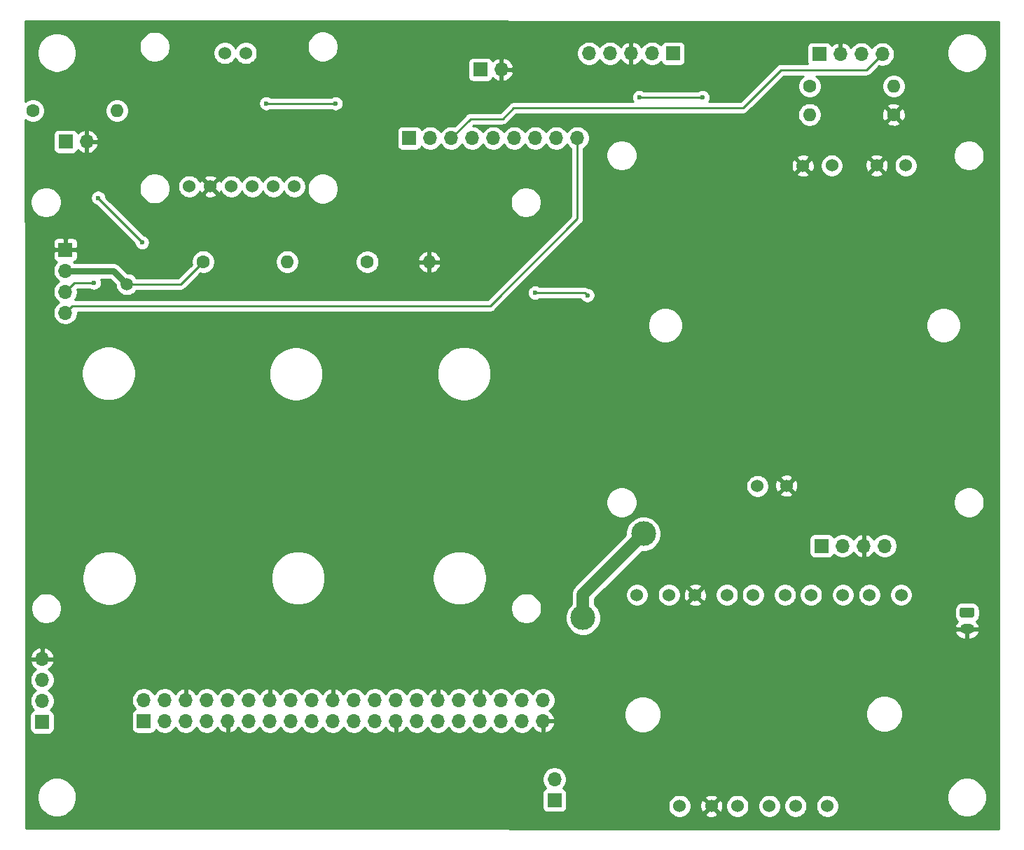
<source format=gbr>
G04 #@! TF.GenerationSoftware,KiCad,Pcbnew,(5.1.5)-3*
G04 #@! TF.CreationDate,2020-04-13T17:47:30-04:00*
G04 #@! TF.ProjectId,Deck_Plate_Daughter,4465636b-5f50-46c6-9174-655f44617567,rev?*
G04 #@! TF.SameCoordinates,Original*
G04 #@! TF.FileFunction,Copper,L2,Bot*
G04 #@! TF.FilePolarity,Positive*
%FSLAX46Y46*%
G04 Gerber Fmt 4.6, Leading zero omitted, Abs format (unit mm)*
G04 Created by KiCad (PCBNEW (5.1.5)-3) date 2020-04-13 17:47:30*
%MOMM*%
%LPD*%
G04 APERTURE LIST*
%ADD10O,1.700000X1.700000*%
%ADD11R,1.700000X1.700000*%
%ADD12O,1.600000X1.600000*%
%ADD13C,1.600000*%
%ADD14C,1.524000*%
%ADD15O,1.750000X1.200000*%
%ADD16C,0.100000*%
%ADD17C,0.600000*%
%ADD18C,3.000000*%
%ADD19C,1.500000*%
%ADD20C,0.250000*%
%ADD21C,1.500000*%
%ADD22C,0.750000*%
%ADD23C,0.254000*%
G04 APERTURE END LIST*
D10*
X86950000Y-81950000D03*
X86950000Y-79410000D03*
X86950000Y-76870000D03*
D11*
X86950000Y-74330000D03*
D12*
X113780000Y-75780000D03*
D13*
X103620000Y-75780000D03*
D12*
X130950000Y-75810000D03*
D13*
X123450000Y-75810000D03*
D10*
X89520000Y-61250000D03*
D11*
X86980000Y-61250000D03*
D10*
X185710000Y-50680000D03*
X183170000Y-50680000D03*
X180630000Y-50680000D03*
D11*
X178090000Y-50680000D03*
D12*
X176910000Y-57990000D03*
D13*
X187070000Y-57990000D03*
D12*
X187080000Y-54540000D03*
D13*
X176920000Y-54540000D03*
D10*
X139660000Y-52560000D03*
D11*
X137120000Y-52560000D03*
D10*
X150254000Y-50592000D03*
X152794000Y-50592000D03*
X155334000Y-50592000D03*
X157874000Y-50592000D03*
D11*
X160414000Y-50592000D03*
D10*
X84140000Y-123820000D03*
X84140000Y-126360000D03*
X84140000Y-128900000D03*
D11*
X84140000Y-131440000D03*
D10*
X185993200Y-110138500D03*
X183453200Y-110138500D03*
X180913200Y-110138500D03*
D11*
X178373200Y-110138500D03*
D10*
X148844000Y-60833000D03*
X146304000Y-60833000D03*
X143764000Y-60833000D03*
X141224000Y-60833000D03*
X138684000Y-60833000D03*
X136144000Y-60833000D03*
X133604000Y-60833000D03*
X131064000Y-60833000D03*
D11*
X128524000Y-60833000D03*
D10*
X144696180Y-128803400D03*
X144696180Y-131343400D03*
X142156180Y-128803400D03*
X142156180Y-131343400D03*
X139616180Y-128803400D03*
X139616180Y-131343400D03*
X137076180Y-128803400D03*
X137076180Y-131343400D03*
X134536180Y-128803400D03*
X134536180Y-131343400D03*
X131996180Y-128803400D03*
X131996180Y-131343400D03*
X129456180Y-128803400D03*
X129456180Y-131343400D03*
X126916180Y-128803400D03*
X126916180Y-131343400D03*
X124376180Y-128803400D03*
X124376180Y-131343400D03*
X121836180Y-128803400D03*
X121836180Y-131343400D03*
X119296180Y-128803400D03*
X119296180Y-131343400D03*
X116756180Y-128803400D03*
X116756180Y-131343400D03*
X114216180Y-128803400D03*
X114216180Y-131343400D03*
X111676180Y-128803400D03*
X111676180Y-131343400D03*
X109136180Y-128803400D03*
X109136180Y-131343400D03*
X106596180Y-128803400D03*
X106596180Y-131343400D03*
X104056180Y-128803400D03*
X104056180Y-131343400D03*
X101516180Y-128803400D03*
X101516180Y-131343400D03*
X98976180Y-128803400D03*
X98976180Y-131343400D03*
X96436180Y-128803400D03*
D11*
X96436180Y-131343400D03*
D14*
X108773600Y-50552000D03*
X106233600Y-50552000D03*
X114641000Y-66681000D03*
X112101000Y-66681000D03*
X109561000Y-66681000D03*
X107021000Y-66681000D03*
X104481000Y-66681000D03*
X101941000Y-66681000D03*
X156060000Y-116073800D03*
X159920800Y-116073800D03*
X163070400Y-116073800D03*
X166931200Y-116073800D03*
X170080800Y-116073800D03*
X173941600Y-116073800D03*
X177091200Y-116073800D03*
X180952000Y-116073800D03*
X184152400Y-116073800D03*
X187987800Y-116073800D03*
X179072400Y-141600800D03*
X175211600Y-141600800D03*
X168201200Y-141600800D03*
X172062000Y-141600800D03*
X165051600Y-141600800D03*
X161190800Y-141600800D03*
X174112800Y-102884200D03*
X170607600Y-102909600D03*
X176094000Y-64174600D03*
X179599200Y-64149200D03*
X185034800Y-64149200D03*
X188540000Y-64149200D03*
D12*
X93190000Y-57520000D03*
D13*
X83030000Y-57520000D03*
D10*
X146070280Y-138364320D03*
D11*
X146070280Y-140904320D03*
D15*
X195950000Y-120200000D03*
G04 #@! TA.AperFunction,ComponentPad*
D16*
G36*
X196599505Y-117601204D02*
G01*
X196623773Y-117604804D01*
X196647572Y-117610765D01*
X196670671Y-117619030D01*
X196692850Y-117629520D01*
X196713893Y-117642132D01*
X196733599Y-117656747D01*
X196751777Y-117673223D01*
X196768253Y-117691401D01*
X196782868Y-117711107D01*
X196795480Y-117732150D01*
X196805970Y-117754329D01*
X196814235Y-117777428D01*
X196820196Y-117801227D01*
X196823796Y-117825495D01*
X196825000Y-117849999D01*
X196825000Y-118550001D01*
X196823796Y-118574505D01*
X196820196Y-118598773D01*
X196814235Y-118622572D01*
X196805970Y-118645671D01*
X196795480Y-118667850D01*
X196782868Y-118688893D01*
X196768253Y-118708599D01*
X196751777Y-118726777D01*
X196733599Y-118743253D01*
X196713893Y-118757868D01*
X196692850Y-118770480D01*
X196670671Y-118780970D01*
X196647572Y-118789235D01*
X196623773Y-118795196D01*
X196599505Y-118798796D01*
X196575001Y-118800000D01*
X195324999Y-118800000D01*
X195300495Y-118798796D01*
X195276227Y-118795196D01*
X195252428Y-118789235D01*
X195229329Y-118780970D01*
X195207150Y-118770480D01*
X195186107Y-118757868D01*
X195166401Y-118743253D01*
X195148223Y-118726777D01*
X195131747Y-118708599D01*
X195117132Y-118688893D01*
X195104520Y-118667850D01*
X195094030Y-118645671D01*
X195085765Y-118622572D01*
X195079804Y-118598773D01*
X195076204Y-118574505D01*
X195075000Y-118550001D01*
X195075000Y-117849999D01*
X195076204Y-117825495D01*
X195079804Y-117801227D01*
X195085765Y-117777428D01*
X195094030Y-117754329D01*
X195104520Y-117732150D01*
X195117132Y-117711107D01*
X195131747Y-117691401D01*
X195148223Y-117673223D01*
X195166401Y-117656747D01*
X195186107Y-117642132D01*
X195207150Y-117629520D01*
X195229329Y-117619030D01*
X195252428Y-117610765D01*
X195276227Y-117604804D01*
X195300495Y-117601204D01*
X195324999Y-117600000D01*
X196575001Y-117600000D01*
X196599505Y-117601204D01*
G37*
G04 #@! TD.AperFunction*
D17*
X119620000Y-73780000D03*
X111252000Y-56642000D03*
X119634000Y-56642000D03*
D18*
X156840000Y-108680000D03*
X149530000Y-118850000D03*
D19*
X94390000Y-78510000D03*
D17*
X156330000Y-55890000D03*
X163970000Y-55890000D03*
X150050000Y-79840000D03*
X143730001Y-79540001D03*
X96230000Y-73450000D03*
X90919996Y-68060000D03*
X90410000Y-78330000D03*
D20*
X111252000Y-56642000D02*
X119634000Y-56642000D01*
D21*
X149530000Y-115990000D02*
X149530000Y-118850000D01*
X156840000Y-108680000D02*
X149530000Y-115990000D01*
D20*
X100890000Y-78510000D02*
X94390000Y-78510000D01*
X103620000Y-75780000D02*
X100890000Y-78510000D01*
D22*
X92750000Y-76870000D02*
X94390000Y-78510000D01*
X86950000Y-76870000D02*
X92750000Y-76870000D01*
D20*
X173460000Y-52570000D02*
X183820000Y-52570000D01*
X135937000Y-58500000D02*
X139820000Y-58500000D01*
X168860000Y-57170000D02*
X173460000Y-52570000D01*
X183820000Y-52570000D02*
X185710000Y-50680000D01*
X133604000Y-60833000D02*
X135937000Y-58500000D01*
X139820000Y-58500000D02*
X141150000Y-57170000D01*
X141150000Y-57170000D02*
X168860000Y-57170000D01*
X163110000Y-55890000D02*
X163970000Y-55890000D01*
X156330000Y-55890000D02*
X163110000Y-55890000D01*
X150050000Y-79840000D02*
X149750001Y-79540001D01*
X149750001Y-79540001D02*
X143730001Y-79540001D01*
X96230000Y-73450000D02*
X90919996Y-68139996D01*
X90919996Y-68139996D02*
X90919996Y-68060000D01*
X86950000Y-79410000D02*
X88030000Y-78330000D01*
X89985736Y-78330000D02*
X90410000Y-78330000D01*
X88030000Y-78330000D02*
X89985736Y-78330000D01*
X148844000Y-70586000D02*
X148844000Y-60833000D01*
X138290000Y-81140000D02*
X148844000Y-70586000D01*
X86950000Y-81950000D02*
X87760000Y-81140000D01*
X87760000Y-81140000D02*
X138290000Y-81140000D01*
D23*
G36*
X199750001Y-46729761D02*
G01*
X199750000Y-144349762D01*
X82189569Y-144310239D01*
X82187142Y-140303298D01*
X83548280Y-140303298D01*
X83548280Y-140773102D01*
X83639934Y-141233879D01*
X83819720Y-141667921D01*
X84080730Y-142058549D01*
X84412931Y-142390750D01*
X84803559Y-142651760D01*
X85237601Y-142831546D01*
X85698378Y-142923200D01*
X86168182Y-142923200D01*
X86628959Y-142831546D01*
X87063001Y-142651760D01*
X87453629Y-142390750D01*
X87785830Y-142058549D01*
X88046840Y-141667921D01*
X88226626Y-141233879D01*
X88318280Y-140773102D01*
X88318280Y-140303298D01*
X88268756Y-140054320D01*
X144582208Y-140054320D01*
X144582208Y-141754320D01*
X144594468Y-141878802D01*
X144630778Y-141998500D01*
X144689743Y-142108814D01*
X144769095Y-142205505D01*
X144865786Y-142284857D01*
X144976100Y-142343822D01*
X145095798Y-142380132D01*
X145220280Y-142392392D01*
X146920280Y-142392392D01*
X147044762Y-142380132D01*
X147164460Y-142343822D01*
X147274774Y-142284857D01*
X147371465Y-142205505D01*
X147450817Y-142108814D01*
X147509782Y-141998500D01*
X147546092Y-141878802D01*
X147558352Y-141754320D01*
X147558352Y-141463208D01*
X159793800Y-141463208D01*
X159793800Y-141738392D01*
X159847486Y-142008290D01*
X159952795Y-142262527D01*
X160105680Y-142491335D01*
X160300265Y-142685920D01*
X160529073Y-142838805D01*
X160783310Y-142944114D01*
X161053208Y-142997800D01*
X161328392Y-142997800D01*
X161598290Y-142944114D01*
X161852527Y-142838805D01*
X162081335Y-142685920D01*
X162200890Y-142566365D01*
X164265640Y-142566365D01*
X164332620Y-142806456D01*
X164581648Y-142923556D01*
X164848735Y-142989823D01*
X165123617Y-143002710D01*
X165395733Y-142961722D01*
X165654623Y-142868436D01*
X165770580Y-142806456D01*
X165837560Y-142566365D01*
X165051600Y-141780405D01*
X164265640Y-142566365D01*
X162200890Y-142566365D01*
X162275920Y-142491335D01*
X162428805Y-142262527D01*
X162534114Y-142008290D01*
X162587800Y-141738392D01*
X162587800Y-141672817D01*
X163649690Y-141672817D01*
X163690678Y-141944933D01*
X163783964Y-142203823D01*
X163845944Y-142319780D01*
X164086035Y-142386760D01*
X164871995Y-141600800D01*
X165231205Y-141600800D01*
X166017165Y-142386760D01*
X166257256Y-142319780D01*
X166374356Y-142070752D01*
X166440623Y-141803665D01*
X166453510Y-141528783D01*
X166443633Y-141463208D01*
X166804200Y-141463208D01*
X166804200Y-141738392D01*
X166857886Y-142008290D01*
X166963195Y-142262527D01*
X167116080Y-142491335D01*
X167310665Y-142685920D01*
X167539473Y-142838805D01*
X167793710Y-142944114D01*
X168063608Y-142997800D01*
X168338792Y-142997800D01*
X168608690Y-142944114D01*
X168862927Y-142838805D01*
X169091735Y-142685920D01*
X169286320Y-142491335D01*
X169439205Y-142262527D01*
X169544514Y-142008290D01*
X169598200Y-141738392D01*
X169598200Y-141463208D01*
X170665000Y-141463208D01*
X170665000Y-141738392D01*
X170718686Y-142008290D01*
X170823995Y-142262527D01*
X170976880Y-142491335D01*
X171171465Y-142685920D01*
X171400273Y-142838805D01*
X171654510Y-142944114D01*
X171924408Y-142997800D01*
X172199592Y-142997800D01*
X172469490Y-142944114D01*
X172723727Y-142838805D01*
X172952535Y-142685920D01*
X173147120Y-142491335D01*
X173300005Y-142262527D01*
X173405314Y-142008290D01*
X173459000Y-141738392D01*
X173459000Y-141463208D01*
X173814600Y-141463208D01*
X173814600Y-141738392D01*
X173868286Y-142008290D01*
X173973595Y-142262527D01*
X174126480Y-142491335D01*
X174321065Y-142685920D01*
X174549873Y-142838805D01*
X174804110Y-142944114D01*
X175074008Y-142997800D01*
X175349192Y-142997800D01*
X175619090Y-142944114D01*
X175873327Y-142838805D01*
X176102135Y-142685920D01*
X176296720Y-142491335D01*
X176449605Y-142262527D01*
X176554914Y-142008290D01*
X176608600Y-141738392D01*
X176608600Y-141463208D01*
X177675400Y-141463208D01*
X177675400Y-141738392D01*
X177729086Y-142008290D01*
X177834395Y-142262527D01*
X177987280Y-142491335D01*
X178181865Y-142685920D01*
X178410673Y-142838805D01*
X178664910Y-142944114D01*
X178934808Y-142997800D01*
X179209992Y-142997800D01*
X179479890Y-142944114D01*
X179734127Y-142838805D01*
X179962935Y-142685920D01*
X180157520Y-142491335D01*
X180310405Y-142262527D01*
X180415714Y-142008290D01*
X180469400Y-141738392D01*
X180469400Y-141463208D01*
X180415714Y-141193310D01*
X180310405Y-140939073D01*
X180157520Y-140710265D01*
X179962935Y-140515680D01*
X179734127Y-140362795D01*
X179590490Y-140303298D01*
X193555680Y-140303298D01*
X193555680Y-140773102D01*
X193647334Y-141233879D01*
X193827120Y-141667921D01*
X194088130Y-142058549D01*
X194420331Y-142390750D01*
X194810959Y-142651760D01*
X195245001Y-142831546D01*
X195705778Y-142923200D01*
X196175582Y-142923200D01*
X196636359Y-142831546D01*
X197070401Y-142651760D01*
X197461029Y-142390750D01*
X197793230Y-142058549D01*
X198054240Y-141667921D01*
X198234026Y-141233879D01*
X198325680Y-140773102D01*
X198325680Y-140303298D01*
X198234026Y-139842521D01*
X198054240Y-139408479D01*
X197793230Y-139017851D01*
X197461029Y-138685650D01*
X197070401Y-138424640D01*
X196636359Y-138244854D01*
X196175582Y-138153200D01*
X195705778Y-138153200D01*
X195245001Y-138244854D01*
X194810959Y-138424640D01*
X194420331Y-138685650D01*
X194088130Y-139017851D01*
X193827120Y-139408479D01*
X193647334Y-139842521D01*
X193555680Y-140303298D01*
X179590490Y-140303298D01*
X179479890Y-140257486D01*
X179209992Y-140203800D01*
X178934808Y-140203800D01*
X178664910Y-140257486D01*
X178410673Y-140362795D01*
X178181865Y-140515680D01*
X177987280Y-140710265D01*
X177834395Y-140939073D01*
X177729086Y-141193310D01*
X177675400Y-141463208D01*
X176608600Y-141463208D01*
X176554914Y-141193310D01*
X176449605Y-140939073D01*
X176296720Y-140710265D01*
X176102135Y-140515680D01*
X175873327Y-140362795D01*
X175619090Y-140257486D01*
X175349192Y-140203800D01*
X175074008Y-140203800D01*
X174804110Y-140257486D01*
X174549873Y-140362795D01*
X174321065Y-140515680D01*
X174126480Y-140710265D01*
X173973595Y-140939073D01*
X173868286Y-141193310D01*
X173814600Y-141463208D01*
X173459000Y-141463208D01*
X173405314Y-141193310D01*
X173300005Y-140939073D01*
X173147120Y-140710265D01*
X172952535Y-140515680D01*
X172723727Y-140362795D01*
X172469490Y-140257486D01*
X172199592Y-140203800D01*
X171924408Y-140203800D01*
X171654510Y-140257486D01*
X171400273Y-140362795D01*
X171171465Y-140515680D01*
X170976880Y-140710265D01*
X170823995Y-140939073D01*
X170718686Y-141193310D01*
X170665000Y-141463208D01*
X169598200Y-141463208D01*
X169544514Y-141193310D01*
X169439205Y-140939073D01*
X169286320Y-140710265D01*
X169091735Y-140515680D01*
X168862927Y-140362795D01*
X168608690Y-140257486D01*
X168338792Y-140203800D01*
X168063608Y-140203800D01*
X167793710Y-140257486D01*
X167539473Y-140362795D01*
X167310665Y-140515680D01*
X167116080Y-140710265D01*
X166963195Y-140939073D01*
X166857886Y-141193310D01*
X166804200Y-141463208D01*
X166443633Y-141463208D01*
X166412522Y-141256667D01*
X166319236Y-140997777D01*
X166257256Y-140881820D01*
X166017165Y-140814840D01*
X165231205Y-141600800D01*
X164871995Y-141600800D01*
X164086035Y-140814840D01*
X163845944Y-140881820D01*
X163728844Y-141130848D01*
X163662577Y-141397935D01*
X163649690Y-141672817D01*
X162587800Y-141672817D01*
X162587800Y-141463208D01*
X162534114Y-141193310D01*
X162428805Y-140939073D01*
X162275920Y-140710265D01*
X162200890Y-140635235D01*
X164265640Y-140635235D01*
X165051600Y-141421195D01*
X165837560Y-140635235D01*
X165770580Y-140395144D01*
X165521552Y-140278044D01*
X165254465Y-140211777D01*
X164979583Y-140198890D01*
X164707467Y-140239878D01*
X164448577Y-140333164D01*
X164332620Y-140395144D01*
X164265640Y-140635235D01*
X162200890Y-140635235D01*
X162081335Y-140515680D01*
X161852527Y-140362795D01*
X161598290Y-140257486D01*
X161328392Y-140203800D01*
X161053208Y-140203800D01*
X160783310Y-140257486D01*
X160529073Y-140362795D01*
X160300265Y-140515680D01*
X160105680Y-140710265D01*
X159952795Y-140939073D01*
X159847486Y-141193310D01*
X159793800Y-141463208D01*
X147558352Y-141463208D01*
X147558352Y-140054320D01*
X147546092Y-139929838D01*
X147509782Y-139810140D01*
X147450817Y-139699826D01*
X147371465Y-139603135D01*
X147274774Y-139523783D01*
X147164460Y-139464818D01*
X147091900Y-139442807D01*
X147223755Y-139310952D01*
X147386270Y-139067731D01*
X147498212Y-138797478D01*
X147555280Y-138510580D01*
X147555280Y-138218060D01*
X147498212Y-137931162D01*
X147386270Y-137660909D01*
X147223755Y-137417688D01*
X147016912Y-137210845D01*
X146773691Y-137048330D01*
X146503438Y-136936388D01*
X146216540Y-136879320D01*
X145924020Y-136879320D01*
X145637122Y-136936388D01*
X145366869Y-137048330D01*
X145123648Y-137210845D01*
X144916805Y-137417688D01*
X144754290Y-137660909D01*
X144642348Y-137931162D01*
X144585280Y-138218060D01*
X144585280Y-138510580D01*
X144642348Y-138797478D01*
X144754290Y-139067731D01*
X144916805Y-139310952D01*
X145048660Y-139442807D01*
X144976100Y-139464818D01*
X144865786Y-139523783D01*
X144769095Y-139603135D01*
X144689743Y-139699826D01*
X144630778Y-139810140D01*
X144594468Y-139929838D01*
X144582208Y-140054320D01*
X88268756Y-140054320D01*
X88226626Y-139842521D01*
X88046840Y-139408479D01*
X87785830Y-139017851D01*
X87453629Y-138685650D01*
X87063001Y-138424640D01*
X86628959Y-138244854D01*
X86168182Y-138153200D01*
X85698378Y-138153200D01*
X85237601Y-138244854D01*
X84803559Y-138424640D01*
X84412931Y-138685650D01*
X84080730Y-139017851D01*
X83819720Y-139408479D01*
X83639934Y-139842521D01*
X83548280Y-140303298D01*
X82187142Y-140303298D01*
X82181258Y-130590000D01*
X82651928Y-130590000D01*
X82651928Y-132290000D01*
X82664188Y-132414482D01*
X82700498Y-132534180D01*
X82759463Y-132644494D01*
X82838815Y-132741185D01*
X82935506Y-132820537D01*
X83045820Y-132879502D01*
X83165518Y-132915812D01*
X83290000Y-132928072D01*
X84990000Y-132928072D01*
X85114482Y-132915812D01*
X85234180Y-132879502D01*
X85344494Y-132820537D01*
X85441185Y-132741185D01*
X85520537Y-132644494D01*
X85579502Y-132534180D01*
X85615812Y-132414482D01*
X85628072Y-132290000D01*
X85628072Y-130590000D01*
X85618559Y-130493400D01*
X94948108Y-130493400D01*
X94948108Y-132193400D01*
X94960368Y-132317882D01*
X94996678Y-132437580D01*
X95055643Y-132547894D01*
X95134995Y-132644585D01*
X95231686Y-132723937D01*
X95342000Y-132782902D01*
X95461698Y-132819212D01*
X95586180Y-132831472D01*
X97286180Y-132831472D01*
X97410662Y-132819212D01*
X97530360Y-132782902D01*
X97640674Y-132723937D01*
X97737365Y-132644585D01*
X97816717Y-132547894D01*
X97875682Y-132437580D01*
X97897693Y-132365020D01*
X98029548Y-132496875D01*
X98272769Y-132659390D01*
X98543022Y-132771332D01*
X98829920Y-132828400D01*
X99122440Y-132828400D01*
X99409338Y-132771332D01*
X99679591Y-132659390D01*
X99922812Y-132496875D01*
X100129655Y-132290032D01*
X100246180Y-132115640D01*
X100362705Y-132290032D01*
X100569548Y-132496875D01*
X100812769Y-132659390D01*
X101083022Y-132771332D01*
X101369920Y-132828400D01*
X101662440Y-132828400D01*
X101949338Y-132771332D01*
X102219591Y-132659390D01*
X102462812Y-132496875D01*
X102669655Y-132290032D01*
X102786180Y-132115640D01*
X102902705Y-132290032D01*
X103109548Y-132496875D01*
X103352769Y-132659390D01*
X103623022Y-132771332D01*
X103909920Y-132828400D01*
X104202440Y-132828400D01*
X104489338Y-132771332D01*
X104759591Y-132659390D01*
X105002812Y-132496875D01*
X105209655Y-132290032D01*
X105331375Y-132107866D01*
X105401002Y-132224755D01*
X105595911Y-132440988D01*
X105829260Y-132615041D01*
X106092081Y-132740225D01*
X106239290Y-132784876D01*
X106469180Y-132663555D01*
X106469180Y-131470400D01*
X106449180Y-131470400D01*
X106449180Y-131216400D01*
X106469180Y-131216400D01*
X106469180Y-131196400D01*
X106723180Y-131196400D01*
X106723180Y-131216400D01*
X106743180Y-131216400D01*
X106743180Y-131470400D01*
X106723180Y-131470400D01*
X106723180Y-132663555D01*
X106953070Y-132784876D01*
X107100279Y-132740225D01*
X107363100Y-132615041D01*
X107596449Y-132440988D01*
X107791358Y-132224755D01*
X107860985Y-132107866D01*
X107982705Y-132290032D01*
X108189548Y-132496875D01*
X108432769Y-132659390D01*
X108703022Y-132771332D01*
X108989920Y-132828400D01*
X109282440Y-132828400D01*
X109569338Y-132771332D01*
X109839591Y-132659390D01*
X110082812Y-132496875D01*
X110289655Y-132290032D01*
X110406180Y-132115640D01*
X110522705Y-132290032D01*
X110729548Y-132496875D01*
X110972769Y-132659390D01*
X111243022Y-132771332D01*
X111529920Y-132828400D01*
X111822440Y-132828400D01*
X112109338Y-132771332D01*
X112379591Y-132659390D01*
X112622812Y-132496875D01*
X112829655Y-132290032D01*
X112946180Y-132115640D01*
X113062705Y-132290032D01*
X113269548Y-132496875D01*
X113512769Y-132659390D01*
X113783022Y-132771332D01*
X114069920Y-132828400D01*
X114362440Y-132828400D01*
X114649338Y-132771332D01*
X114919591Y-132659390D01*
X115162812Y-132496875D01*
X115369655Y-132290032D01*
X115486180Y-132115640D01*
X115602705Y-132290032D01*
X115809548Y-132496875D01*
X116052769Y-132659390D01*
X116323022Y-132771332D01*
X116609920Y-132828400D01*
X116902440Y-132828400D01*
X117189338Y-132771332D01*
X117459591Y-132659390D01*
X117702812Y-132496875D01*
X117909655Y-132290032D01*
X118026180Y-132115640D01*
X118142705Y-132290032D01*
X118349548Y-132496875D01*
X118592769Y-132659390D01*
X118863022Y-132771332D01*
X119149920Y-132828400D01*
X119442440Y-132828400D01*
X119729338Y-132771332D01*
X119999591Y-132659390D01*
X120242812Y-132496875D01*
X120449655Y-132290032D01*
X120566180Y-132115640D01*
X120682705Y-132290032D01*
X120889548Y-132496875D01*
X121132769Y-132659390D01*
X121403022Y-132771332D01*
X121689920Y-132828400D01*
X121982440Y-132828400D01*
X122269338Y-132771332D01*
X122539591Y-132659390D01*
X122782812Y-132496875D01*
X122989655Y-132290032D01*
X123106180Y-132115640D01*
X123222705Y-132290032D01*
X123429548Y-132496875D01*
X123672769Y-132659390D01*
X123943022Y-132771332D01*
X124229920Y-132828400D01*
X124522440Y-132828400D01*
X124809338Y-132771332D01*
X125079591Y-132659390D01*
X125322812Y-132496875D01*
X125529655Y-132290032D01*
X125651375Y-132107866D01*
X125721002Y-132224755D01*
X125915911Y-132440988D01*
X126149260Y-132615041D01*
X126412081Y-132740225D01*
X126559290Y-132784876D01*
X126789180Y-132663555D01*
X126789180Y-131470400D01*
X126769180Y-131470400D01*
X126769180Y-131216400D01*
X126789180Y-131216400D01*
X126789180Y-131196400D01*
X127043180Y-131196400D01*
X127043180Y-131216400D01*
X127063180Y-131216400D01*
X127063180Y-131470400D01*
X127043180Y-131470400D01*
X127043180Y-132663555D01*
X127273070Y-132784876D01*
X127420279Y-132740225D01*
X127683100Y-132615041D01*
X127916449Y-132440988D01*
X128111358Y-132224755D01*
X128180985Y-132107866D01*
X128302705Y-132290032D01*
X128509548Y-132496875D01*
X128752769Y-132659390D01*
X129023022Y-132771332D01*
X129309920Y-132828400D01*
X129602440Y-132828400D01*
X129889338Y-132771332D01*
X130159591Y-132659390D01*
X130402812Y-132496875D01*
X130609655Y-132290032D01*
X130726180Y-132115640D01*
X130842705Y-132290032D01*
X131049548Y-132496875D01*
X131292769Y-132659390D01*
X131563022Y-132771332D01*
X131849920Y-132828400D01*
X132142440Y-132828400D01*
X132429338Y-132771332D01*
X132699591Y-132659390D01*
X132942812Y-132496875D01*
X133149655Y-132290032D01*
X133266180Y-132115640D01*
X133382705Y-132290032D01*
X133589548Y-132496875D01*
X133832769Y-132659390D01*
X134103022Y-132771332D01*
X134389920Y-132828400D01*
X134682440Y-132828400D01*
X134969338Y-132771332D01*
X135239591Y-132659390D01*
X135482812Y-132496875D01*
X135689655Y-132290032D01*
X135806180Y-132115640D01*
X135922705Y-132290032D01*
X136129548Y-132496875D01*
X136372769Y-132659390D01*
X136643022Y-132771332D01*
X136929920Y-132828400D01*
X137222440Y-132828400D01*
X137509338Y-132771332D01*
X137779591Y-132659390D01*
X138022812Y-132496875D01*
X138229655Y-132290032D01*
X138346180Y-132115640D01*
X138462705Y-132290032D01*
X138669548Y-132496875D01*
X138912769Y-132659390D01*
X139183022Y-132771332D01*
X139469920Y-132828400D01*
X139762440Y-132828400D01*
X140049338Y-132771332D01*
X140319591Y-132659390D01*
X140562812Y-132496875D01*
X140769655Y-132290032D01*
X140886180Y-132115640D01*
X141002705Y-132290032D01*
X141209548Y-132496875D01*
X141452769Y-132659390D01*
X141723022Y-132771332D01*
X142009920Y-132828400D01*
X142302440Y-132828400D01*
X142589338Y-132771332D01*
X142859591Y-132659390D01*
X143102812Y-132496875D01*
X143309655Y-132290032D01*
X143431375Y-132107866D01*
X143501002Y-132224755D01*
X143695911Y-132440988D01*
X143929260Y-132615041D01*
X144192081Y-132740225D01*
X144339290Y-132784876D01*
X144569180Y-132663555D01*
X144569180Y-131470400D01*
X144823180Y-131470400D01*
X144823180Y-132663555D01*
X145053070Y-132784876D01*
X145200279Y-132740225D01*
X145463100Y-132615041D01*
X145696449Y-132440988D01*
X145891358Y-132224755D01*
X146040337Y-131974652D01*
X146137661Y-131700291D01*
X146016994Y-131470400D01*
X144823180Y-131470400D01*
X144569180Y-131470400D01*
X144549180Y-131470400D01*
X144549180Y-131216400D01*
X144569180Y-131216400D01*
X144569180Y-131196400D01*
X144823180Y-131196400D01*
X144823180Y-131216400D01*
X146016994Y-131216400D01*
X146137661Y-130986509D01*
X146040337Y-130712148D01*
X145891358Y-130462045D01*
X145736164Y-130289872D01*
X154504200Y-130289872D01*
X154504200Y-130730128D01*
X154590090Y-131161925D01*
X154758569Y-131568669D01*
X155003162Y-131934729D01*
X155314471Y-132246038D01*
X155680531Y-132490631D01*
X156087275Y-132659110D01*
X156519072Y-132745000D01*
X156959328Y-132745000D01*
X157391125Y-132659110D01*
X157797869Y-132490631D01*
X158163929Y-132246038D01*
X158475238Y-131934729D01*
X158719831Y-131568669D01*
X158888310Y-131161925D01*
X158974200Y-130730128D01*
X158974200Y-130289872D01*
X158966244Y-130249872D01*
X183734200Y-130249872D01*
X183734200Y-130690128D01*
X183820090Y-131121925D01*
X183988569Y-131528669D01*
X184233162Y-131894729D01*
X184544471Y-132206038D01*
X184910531Y-132450631D01*
X185317275Y-132619110D01*
X185749072Y-132705000D01*
X186189328Y-132705000D01*
X186621125Y-132619110D01*
X187027869Y-132450631D01*
X187393929Y-132206038D01*
X187705238Y-131894729D01*
X187949831Y-131528669D01*
X188118310Y-131121925D01*
X188204200Y-130690128D01*
X188204200Y-130249872D01*
X188118310Y-129818075D01*
X187949831Y-129411331D01*
X187705238Y-129045271D01*
X187393929Y-128733962D01*
X187027869Y-128489369D01*
X186621125Y-128320890D01*
X186189328Y-128235000D01*
X185749072Y-128235000D01*
X185317275Y-128320890D01*
X184910531Y-128489369D01*
X184544471Y-128733962D01*
X184233162Y-129045271D01*
X183988569Y-129411331D01*
X183820090Y-129818075D01*
X183734200Y-130249872D01*
X158966244Y-130249872D01*
X158888310Y-129858075D01*
X158719831Y-129451331D01*
X158475238Y-129085271D01*
X158163929Y-128773962D01*
X157797869Y-128529369D01*
X157391125Y-128360890D01*
X156959328Y-128275000D01*
X156519072Y-128275000D01*
X156087275Y-128360890D01*
X155680531Y-128529369D01*
X155314471Y-128773962D01*
X155003162Y-129085271D01*
X154758569Y-129451331D01*
X154590090Y-129858075D01*
X154504200Y-130289872D01*
X145736164Y-130289872D01*
X145696449Y-130245812D01*
X145466774Y-130074500D01*
X145642812Y-129956875D01*
X145849655Y-129750032D01*
X146012170Y-129506811D01*
X146124112Y-129236558D01*
X146181180Y-128949660D01*
X146181180Y-128657140D01*
X146124112Y-128370242D01*
X146012170Y-128099989D01*
X145849655Y-127856768D01*
X145642812Y-127649925D01*
X145399591Y-127487410D01*
X145129338Y-127375468D01*
X144842440Y-127318400D01*
X144549920Y-127318400D01*
X144263022Y-127375468D01*
X143992769Y-127487410D01*
X143749548Y-127649925D01*
X143542705Y-127856768D01*
X143426180Y-128031160D01*
X143309655Y-127856768D01*
X143102812Y-127649925D01*
X142859591Y-127487410D01*
X142589338Y-127375468D01*
X142302440Y-127318400D01*
X142009920Y-127318400D01*
X141723022Y-127375468D01*
X141452769Y-127487410D01*
X141209548Y-127649925D01*
X141002705Y-127856768D01*
X140886180Y-128031160D01*
X140769655Y-127856768D01*
X140562812Y-127649925D01*
X140319591Y-127487410D01*
X140049338Y-127375468D01*
X139762440Y-127318400D01*
X139469920Y-127318400D01*
X139183022Y-127375468D01*
X138912769Y-127487410D01*
X138669548Y-127649925D01*
X138462705Y-127856768D01*
X138340985Y-128038934D01*
X138271358Y-127922045D01*
X138076449Y-127705812D01*
X137843100Y-127531759D01*
X137580279Y-127406575D01*
X137433070Y-127361924D01*
X137203180Y-127483245D01*
X137203180Y-128676400D01*
X137223180Y-128676400D01*
X137223180Y-128930400D01*
X137203180Y-128930400D01*
X137203180Y-128950400D01*
X136949180Y-128950400D01*
X136949180Y-128930400D01*
X136929180Y-128930400D01*
X136929180Y-128676400D01*
X136949180Y-128676400D01*
X136949180Y-127483245D01*
X136719290Y-127361924D01*
X136572081Y-127406575D01*
X136309260Y-127531759D01*
X136075911Y-127705812D01*
X135881002Y-127922045D01*
X135811375Y-128038934D01*
X135689655Y-127856768D01*
X135482812Y-127649925D01*
X135239591Y-127487410D01*
X134969338Y-127375468D01*
X134682440Y-127318400D01*
X134389920Y-127318400D01*
X134103022Y-127375468D01*
X133832769Y-127487410D01*
X133589548Y-127649925D01*
X133382705Y-127856768D01*
X133260985Y-128038934D01*
X133191358Y-127922045D01*
X132996449Y-127705812D01*
X132763100Y-127531759D01*
X132500279Y-127406575D01*
X132353070Y-127361924D01*
X132123180Y-127483245D01*
X132123180Y-128676400D01*
X132143180Y-128676400D01*
X132143180Y-128930400D01*
X132123180Y-128930400D01*
X132123180Y-128950400D01*
X131869180Y-128950400D01*
X131869180Y-128930400D01*
X131849180Y-128930400D01*
X131849180Y-128676400D01*
X131869180Y-128676400D01*
X131869180Y-127483245D01*
X131639290Y-127361924D01*
X131492081Y-127406575D01*
X131229260Y-127531759D01*
X130995911Y-127705812D01*
X130801002Y-127922045D01*
X130731375Y-128038934D01*
X130609655Y-127856768D01*
X130402812Y-127649925D01*
X130159591Y-127487410D01*
X129889338Y-127375468D01*
X129602440Y-127318400D01*
X129309920Y-127318400D01*
X129023022Y-127375468D01*
X128752769Y-127487410D01*
X128509548Y-127649925D01*
X128302705Y-127856768D01*
X128186180Y-128031160D01*
X128069655Y-127856768D01*
X127862812Y-127649925D01*
X127619591Y-127487410D01*
X127349338Y-127375468D01*
X127062440Y-127318400D01*
X126769920Y-127318400D01*
X126483022Y-127375468D01*
X126212769Y-127487410D01*
X125969548Y-127649925D01*
X125762705Y-127856768D01*
X125646180Y-128031160D01*
X125529655Y-127856768D01*
X125322812Y-127649925D01*
X125079591Y-127487410D01*
X124809338Y-127375468D01*
X124522440Y-127318400D01*
X124229920Y-127318400D01*
X123943022Y-127375468D01*
X123672769Y-127487410D01*
X123429548Y-127649925D01*
X123222705Y-127856768D01*
X123106180Y-128031160D01*
X122989655Y-127856768D01*
X122782812Y-127649925D01*
X122539591Y-127487410D01*
X122269338Y-127375468D01*
X121982440Y-127318400D01*
X121689920Y-127318400D01*
X121403022Y-127375468D01*
X121132769Y-127487410D01*
X120889548Y-127649925D01*
X120682705Y-127856768D01*
X120560985Y-128038934D01*
X120491358Y-127922045D01*
X120296449Y-127705812D01*
X120063100Y-127531759D01*
X119800279Y-127406575D01*
X119653070Y-127361924D01*
X119423180Y-127483245D01*
X119423180Y-128676400D01*
X119443180Y-128676400D01*
X119443180Y-128930400D01*
X119423180Y-128930400D01*
X119423180Y-128950400D01*
X119169180Y-128950400D01*
X119169180Y-128930400D01*
X119149180Y-128930400D01*
X119149180Y-128676400D01*
X119169180Y-128676400D01*
X119169180Y-127483245D01*
X118939290Y-127361924D01*
X118792081Y-127406575D01*
X118529260Y-127531759D01*
X118295911Y-127705812D01*
X118101002Y-127922045D01*
X118031375Y-128038934D01*
X117909655Y-127856768D01*
X117702812Y-127649925D01*
X117459591Y-127487410D01*
X117189338Y-127375468D01*
X116902440Y-127318400D01*
X116609920Y-127318400D01*
X116323022Y-127375468D01*
X116052769Y-127487410D01*
X115809548Y-127649925D01*
X115602705Y-127856768D01*
X115486180Y-128031160D01*
X115369655Y-127856768D01*
X115162812Y-127649925D01*
X114919591Y-127487410D01*
X114649338Y-127375468D01*
X114362440Y-127318400D01*
X114069920Y-127318400D01*
X113783022Y-127375468D01*
X113512769Y-127487410D01*
X113269548Y-127649925D01*
X113062705Y-127856768D01*
X112940985Y-128038934D01*
X112871358Y-127922045D01*
X112676449Y-127705812D01*
X112443100Y-127531759D01*
X112180279Y-127406575D01*
X112033070Y-127361924D01*
X111803180Y-127483245D01*
X111803180Y-128676400D01*
X111823180Y-128676400D01*
X111823180Y-128930400D01*
X111803180Y-128930400D01*
X111803180Y-128950400D01*
X111549180Y-128950400D01*
X111549180Y-128930400D01*
X111529180Y-128930400D01*
X111529180Y-128676400D01*
X111549180Y-128676400D01*
X111549180Y-127483245D01*
X111319290Y-127361924D01*
X111172081Y-127406575D01*
X110909260Y-127531759D01*
X110675911Y-127705812D01*
X110481002Y-127922045D01*
X110411375Y-128038934D01*
X110289655Y-127856768D01*
X110082812Y-127649925D01*
X109839591Y-127487410D01*
X109569338Y-127375468D01*
X109282440Y-127318400D01*
X108989920Y-127318400D01*
X108703022Y-127375468D01*
X108432769Y-127487410D01*
X108189548Y-127649925D01*
X107982705Y-127856768D01*
X107866180Y-128031160D01*
X107749655Y-127856768D01*
X107542812Y-127649925D01*
X107299591Y-127487410D01*
X107029338Y-127375468D01*
X106742440Y-127318400D01*
X106449920Y-127318400D01*
X106163022Y-127375468D01*
X105892769Y-127487410D01*
X105649548Y-127649925D01*
X105442705Y-127856768D01*
X105326180Y-128031160D01*
X105209655Y-127856768D01*
X105002812Y-127649925D01*
X104759591Y-127487410D01*
X104489338Y-127375468D01*
X104202440Y-127318400D01*
X103909920Y-127318400D01*
X103623022Y-127375468D01*
X103352769Y-127487410D01*
X103109548Y-127649925D01*
X102902705Y-127856768D01*
X102780985Y-128038934D01*
X102711358Y-127922045D01*
X102516449Y-127705812D01*
X102283100Y-127531759D01*
X102020279Y-127406575D01*
X101873070Y-127361924D01*
X101643180Y-127483245D01*
X101643180Y-128676400D01*
X101663180Y-128676400D01*
X101663180Y-128930400D01*
X101643180Y-128930400D01*
X101643180Y-128950400D01*
X101389180Y-128950400D01*
X101389180Y-128930400D01*
X101369180Y-128930400D01*
X101369180Y-128676400D01*
X101389180Y-128676400D01*
X101389180Y-127483245D01*
X101159290Y-127361924D01*
X101012081Y-127406575D01*
X100749260Y-127531759D01*
X100515911Y-127705812D01*
X100321002Y-127922045D01*
X100251375Y-128038934D01*
X100129655Y-127856768D01*
X99922812Y-127649925D01*
X99679591Y-127487410D01*
X99409338Y-127375468D01*
X99122440Y-127318400D01*
X98829920Y-127318400D01*
X98543022Y-127375468D01*
X98272769Y-127487410D01*
X98029548Y-127649925D01*
X97822705Y-127856768D01*
X97706180Y-128031160D01*
X97589655Y-127856768D01*
X97382812Y-127649925D01*
X97139591Y-127487410D01*
X96869338Y-127375468D01*
X96582440Y-127318400D01*
X96289920Y-127318400D01*
X96003022Y-127375468D01*
X95732769Y-127487410D01*
X95489548Y-127649925D01*
X95282705Y-127856768D01*
X95120190Y-128099989D01*
X95008248Y-128370242D01*
X94951180Y-128657140D01*
X94951180Y-128949660D01*
X95008248Y-129236558D01*
X95120190Y-129506811D01*
X95282705Y-129750032D01*
X95414560Y-129881887D01*
X95342000Y-129903898D01*
X95231686Y-129962863D01*
X95134995Y-130042215D01*
X95055643Y-130138906D01*
X94996678Y-130249220D01*
X94960368Y-130368918D01*
X94948108Y-130493400D01*
X85618559Y-130493400D01*
X85615812Y-130465518D01*
X85579502Y-130345820D01*
X85520537Y-130235506D01*
X85441185Y-130138815D01*
X85344494Y-130059463D01*
X85234180Y-130000498D01*
X85161620Y-129978487D01*
X85293475Y-129846632D01*
X85455990Y-129603411D01*
X85567932Y-129333158D01*
X85625000Y-129046260D01*
X85625000Y-128753740D01*
X85567932Y-128466842D01*
X85455990Y-128196589D01*
X85293475Y-127953368D01*
X85086632Y-127746525D01*
X84912240Y-127630000D01*
X85086632Y-127513475D01*
X85293475Y-127306632D01*
X85455990Y-127063411D01*
X85567932Y-126793158D01*
X85625000Y-126506260D01*
X85625000Y-126213740D01*
X85567932Y-125926842D01*
X85455990Y-125656589D01*
X85293475Y-125413368D01*
X85086632Y-125206525D01*
X84904466Y-125084805D01*
X85021355Y-125015178D01*
X85237588Y-124820269D01*
X85411641Y-124586920D01*
X85536825Y-124324099D01*
X85581476Y-124176890D01*
X85460155Y-123947000D01*
X84267000Y-123947000D01*
X84267000Y-123967000D01*
X84013000Y-123967000D01*
X84013000Y-123947000D01*
X82819845Y-123947000D01*
X82698524Y-124176890D01*
X82743175Y-124324099D01*
X82868359Y-124586920D01*
X83042412Y-124820269D01*
X83258645Y-125015178D01*
X83375534Y-125084805D01*
X83193368Y-125206525D01*
X82986525Y-125413368D01*
X82824010Y-125656589D01*
X82712068Y-125926842D01*
X82655000Y-126213740D01*
X82655000Y-126506260D01*
X82712068Y-126793158D01*
X82824010Y-127063411D01*
X82986525Y-127306632D01*
X83193368Y-127513475D01*
X83367760Y-127630000D01*
X83193368Y-127746525D01*
X82986525Y-127953368D01*
X82824010Y-128196589D01*
X82712068Y-128466842D01*
X82655000Y-128753740D01*
X82655000Y-129046260D01*
X82712068Y-129333158D01*
X82824010Y-129603411D01*
X82986525Y-129846632D01*
X83118380Y-129978487D01*
X83045820Y-130000498D01*
X82935506Y-130059463D01*
X82838815Y-130138815D01*
X82759463Y-130235506D01*
X82700498Y-130345820D01*
X82664188Y-130465518D01*
X82651928Y-130590000D01*
X82181258Y-130590000D01*
X82176941Y-123463110D01*
X82698524Y-123463110D01*
X82819845Y-123693000D01*
X84013000Y-123693000D01*
X84013000Y-122499186D01*
X84267000Y-122499186D01*
X84267000Y-123693000D01*
X85460155Y-123693000D01*
X85581476Y-123463110D01*
X85536825Y-123315901D01*
X85411641Y-123053080D01*
X85237588Y-122819731D01*
X85021355Y-122624822D01*
X84771252Y-122475843D01*
X84496891Y-122378519D01*
X84267000Y-122499186D01*
X84013000Y-122499186D01*
X83783109Y-122378519D01*
X83508748Y-122475843D01*
X83258645Y-122624822D01*
X83042412Y-122819731D01*
X82868359Y-123053080D01*
X82743175Y-123315901D01*
X82698524Y-123463110D01*
X82176941Y-123463110D01*
X82173340Y-117517944D01*
X82752880Y-117517944D01*
X82752880Y-117889256D01*
X82825319Y-118253434D01*
X82967414Y-118596482D01*
X83173705Y-118905218D01*
X83436262Y-119167775D01*
X83744998Y-119374066D01*
X84088046Y-119516161D01*
X84452224Y-119588600D01*
X84823536Y-119588600D01*
X85187714Y-119516161D01*
X85530762Y-119374066D01*
X85839498Y-119167775D01*
X86102055Y-118905218D01*
X86308346Y-118596482D01*
X86450441Y-118253434D01*
X86522880Y-117889256D01*
X86522880Y-117517944D01*
X140766480Y-117517944D01*
X140766480Y-117889256D01*
X140838919Y-118253434D01*
X140981014Y-118596482D01*
X141187305Y-118905218D01*
X141449862Y-119167775D01*
X141758598Y-119374066D01*
X142101646Y-119516161D01*
X142465824Y-119588600D01*
X142837136Y-119588600D01*
X143201314Y-119516161D01*
X143544362Y-119374066D01*
X143853098Y-119167775D01*
X144115655Y-118905218D01*
X144293054Y-118639721D01*
X147395000Y-118639721D01*
X147395000Y-119060279D01*
X147477047Y-119472756D01*
X147637988Y-119861302D01*
X147871637Y-120210983D01*
X148169017Y-120508363D01*
X148518698Y-120742012D01*
X148907244Y-120902953D01*
X149319721Y-120985000D01*
X149740279Y-120985000D01*
X150152756Y-120902953D01*
X150541302Y-120742012D01*
X150877145Y-120517609D01*
X194481538Y-120517609D01*
X194485409Y-120555282D01*
X194577579Y-120780533D01*
X194711922Y-120983474D01*
X194883275Y-121156307D01*
X195085054Y-121292390D01*
X195309504Y-121386493D01*
X195548000Y-121435000D01*
X195823000Y-121435000D01*
X195823000Y-120327000D01*
X196077000Y-120327000D01*
X196077000Y-121435000D01*
X196352000Y-121435000D01*
X196590496Y-121386493D01*
X196814946Y-121292390D01*
X197016725Y-121156307D01*
X197188078Y-120983474D01*
X197322421Y-120780533D01*
X197414591Y-120555282D01*
X197418462Y-120517609D01*
X197293731Y-120327000D01*
X196077000Y-120327000D01*
X195823000Y-120327000D01*
X194606269Y-120327000D01*
X194481538Y-120517609D01*
X150877145Y-120517609D01*
X150890983Y-120508363D01*
X151188363Y-120210983D01*
X151422012Y-119861302D01*
X151582953Y-119472756D01*
X151665000Y-119060279D01*
X151665000Y-118639721D01*
X151582953Y-118227244D01*
X151426694Y-117849999D01*
X194436928Y-117849999D01*
X194436928Y-118550001D01*
X194453992Y-118723255D01*
X194504528Y-118889851D01*
X194586595Y-119043387D01*
X194697038Y-119177962D01*
X194831613Y-119288405D01*
X194836406Y-119290967D01*
X194711922Y-119416526D01*
X194577579Y-119619467D01*
X194485409Y-119844718D01*
X194481538Y-119882391D01*
X194606269Y-120073000D01*
X195823000Y-120073000D01*
X195823000Y-120053000D01*
X196077000Y-120053000D01*
X196077000Y-120073000D01*
X197293731Y-120073000D01*
X197418462Y-119882391D01*
X197414591Y-119844718D01*
X197322421Y-119619467D01*
X197188078Y-119416526D01*
X197063594Y-119290967D01*
X197068387Y-119288405D01*
X197202962Y-119177962D01*
X197313405Y-119043387D01*
X197395472Y-118889851D01*
X197446008Y-118723255D01*
X197463072Y-118550001D01*
X197463072Y-117849999D01*
X197446008Y-117676745D01*
X197395472Y-117510149D01*
X197313405Y-117356613D01*
X197202962Y-117222038D01*
X197068387Y-117111595D01*
X196914851Y-117029528D01*
X196748255Y-116978992D01*
X196575001Y-116961928D01*
X195324999Y-116961928D01*
X195151745Y-116978992D01*
X194985149Y-117029528D01*
X194831613Y-117111595D01*
X194697038Y-117222038D01*
X194586595Y-117356613D01*
X194504528Y-117510149D01*
X194453992Y-117676745D01*
X194436928Y-117849999D01*
X151426694Y-117849999D01*
X151422012Y-117838698D01*
X151188363Y-117489017D01*
X150915000Y-117215654D01*
X150915000Y-116563685D01*
X151542477Y-115936208D01*
X154663000Y-115936208D01*
X154663000Y-116211392D01*
X154716686Y-116481290D01*
X154821995Y-116735527D01*
X154974880Y-116964335D01*
X155169465Y-117158920D01*
X155398273Y-117311805D01*
X155652510Y-117417114D01*
X155922408Y-117470800D01*
X156197592Y-117470800D01*
X156467490Y-117417114D01*
X156721727Y-117311805D01*
X156950535Y-117158920D01*
X157145120Y-116964335D01*
X157298005Y-116735527D01*
X157403314Y-116481290D01*
X157457000Y-116211392D01*
X157457000Y-115936208D01*
X158523800Y-115936208D01*
X158523800Y-116211392D01*
X158577486Y-116481290D01*
X158682795Y-116735527D01*
X158835680Y-116964335D01*
X159030265Y-117158920D01*
X159259073Y-117311805D01*
X159513310Y-117417114D01*
X159783208Y-117470800D01*
X160058392Y-117470800D01*
X160328290Y-117417114D01*
X160582527Y-117311805D01*
X160811335Y-117158920D01*
X160930890Y-117039365D01*
X162284440Y-117039365D01*
X162351420Y-117279456D01*
X162600448Y-117396556D01*
X162867535Y-117462823D01*
X163142417Y-117475710D01*
X163414533Y-117434722D01*
X163673423Y-117341436D01*
X163789380Y-117279456D01*
X163856360Y-117039365D01*
X163070400Y-116253405D01*
X162284440Y-117039365D01*
X160930890Y-117039365D01*
X161005920Y-116964335D01*
X161158805Y-116735527D01*
X161264114Y-116481290D01*
X161317800Y-116211392D01*
X161317800Y-116145817D01*
X161668490Y-116145817D01*
X161709478Y-116417933D01*
X161802764Y-116676823D01*
X161864744Y-116792780D01*
X162104835Y-116859760D01*
X162890795Y-116073800D01*
X163250005Y-116073800D01*
X164035965Y-116859760D01*
X164276056Y-116792780D01*
X164393156Y-116543752D01*
X164459423Y-116276665D01*
X164472310Y-116001783D01*
X164462433Y-115936208D01*
X165534200Y-115936208D01*
X165534200Y-116211392D01*
X165587886Y-116481290D01*
X165693195Y-116735527D01*
X165846080Y-116964335D01*
X166040665Y-117158920D01*
X166269473Y-117311805D01*
X166523710Y-117417114D01*
X166793608Y-117470800D01*
X167068792Y-117470800D01*
X167338690Y-117417114D01*
X167592927Y-117311805D01*
X167821735Y-117158920D01*
X168016320Y-116964335D01*
X168169205Y-116735527D01*
X168274514Y-116481290D01*
X168328200Y-116211392D01*
X168328200Y-115936208D01*
X168683800Y-115936208D01*
X168683800Y-116211392D01*
X168737486Y-116481290D01*
X168842795Y-116735527D01*
X168995680Y-116964335D01*
X169190265Y-117158920D01*
X169419073Y-117311805D01*
X169673310Y-117417114D01*
X169943208Y-117470800D01*
X170218392Y-117470800D01*
X170488290Y-117417114D01*
X170742527Y-117311805D01*
X170971335Y-117158920D01*
X171165920Y-116964335D01*
X171318805Y-116735527D01*
X171424114Y-116481290D01*
X171477800Y-116211392D01*
X171477800Y-115936208D01*
X172544600Y-115936208D01*
X172544600Y-116211392D01*
X172598286Y-116481290D01*
X172703595Y-116735527D01*
X172856480Y-116964335D01*
X173051065Y-117158920D01*
X173279873Y-117311805D01*
X173534110Y-117417114D01*
X173804008Y-117470800D01*
X174079192Y-117470800D01*
X174349090Y-117417114D01*
X174603327Y-117311805D01*
X174832135Y-117158920D01*
X175026720Y-116964335D01*
X175179605Y-116735527D01*
X175284914Y-116481290D01*
X175338600Y-116211392D01*
X175338600Y-115936208D01*
X175694200Y-115936208D01*
X175694200Y-116211392D01*
X175747886Y-116481290D01*
X175853195Y-116735527D01*
X176006080Y-116964335D01*
X176200665Y-117158920D01*
X176429473Y-117311805D01*
X176683710Y-117417114D01*
X176953608Y-117470800D01*
X177228792Y-117470800D01*
X177498690Y-117417114D01*
X177752927Y-117311805D01*
X177981735Y-117158920D01*
X178176320Y-116964335D01*
X178329205Y-116735527D01*
X178434514Y-116481290D01*
X178488200Y-116211392D01*
X178488200Y-115936208D01*
X179555000Y-115936208D01*
X179555000Y-116211392D01*
X179608686Y-116481290D01*
X179713995Y-116735527D01*
X179866880Y-116964335D01*
X180061465Y-117158920D01*
X180290273Y-117311805D01*
X180544510Y-117417114D01*
X180814408Y-117470800D01*
X181089592Y-117470800D01*
X181359490Y-117417114D01*
X181613727Y-117311805D01*
X181842535Y-117158920D01*
X182037120Y-116964335D01*
X182190005Y-116735527D01*
X182295314Y-116481290D01*
X182349000Y-116211392D01*
X182349000Y-115936208D01*
X182755400Y-115936208D01*
X182755400Y-116211392D01*
X182809086Y-116481290D01*
X182914395Y-116735527D01*
X183067280Y-116964335D01*
X183261865Y-117158920D01*
X183490673Y-117311805D01*
X183744910Y-117417114D01*
X184014808Y-117470800D01*
X184289992Y-117470800D01*
X184559890Y-117417114D01*
X184814127Y-117311805D01*
X185042935Y-117158920D01*
X185237520Y-116964335D01*
X185390405Y-116735527D01*
X185495714Y-116481290D01*
X185549400Y-116211392D01*
X185549400Y-115936208D01*
X186590800Y-115936208D01*
X186590800Y-116211392D01*
X186644486Y-116481290D01*
X186749795Y-116735527D01*
X186902680Y-116964335D01*
X187097265Y-117158920D01*
X187326073Y-117311805D01*
X187580310Y-117417114D01*
X187850208Y-117470800D01*
X188125392Y-117470800D01*
X188395290Y-117417114D01*
X188649527Y-117311805D01*
X188878335Y-117158920D01*
X189072920Y-116964335D01*
X189225805Y-116735527D01*
X189331114Y-116481290D01*
X189384800Y-116211392D01*
X189384800Y-115936208D01*
X189331114Y-115666310D01*
X189225805Y-115412073D01*
X189072920Y-115183265D01*
X188878335Y-114988680D01*
X188649527Y-114835795D01*
X188395290Y-114730486D01*
X188125392Y-114676800D01*
X187850208Y-114676800D01*
X187580310Y-114730486D01*
X187326073Y-114835795D01*
X187097265Y-114988680D01*
X186902680Y-115183265D01*
X186749795Y-115412073D01*
X186644486Y-115666310D01*
X186590800Y-115936208D01*
X185549400Y-115936208D01*
X185495714Y-115666310D01*
X185390405Y-115412073D01*
X185237520Y-115183265D01*
X185042935Y-114988680D01*
X184814127Y-114835795D01*
X184559890Y-114730486D01*
X184289992Y-114676800D01*
X184014808Y-114676800D01*
X183744910Y-114730486D01*
X183490673Y-114835795D01*
X183261865Y-114988680D01*
X183067280Y-115183265D01*
X182914395Y-115412073D01*
X182809086Y-115666310D01*
X182755400Y-115936208D01*
X182349000Y-115936208D01*
X182295314Y-115666310D01*
X182190005Y-115412073D01*
X182037120Y-115183265D01*
X181842535Y-114988680D01*
X181613727Y-114835795D01*
X181359490Y-114730486D01*
X181089592Y-114676800D01*
X180814408Y-114676800D01*
X180544510Y-114730486D01*
X180290273Y-114835795D01*
X180061465Y-114988680D01*
X179866880Y-115183265D01*
X179713995Y-115412073D01*
X179608686Y-115666310D01*
X179555000Y-115936208D01*
X178488200Y-115936208D01*
X178434514Y-115666310D01*
X178329205Y-115412073D01*
X178176320Y-115183265D01*
X177981735Y-114988680D01*
X177752927Y-114835795D01*
X177498690Y-114730486D01*
X177228792Y-114676800D01*
X176953608Y-114676800D01*
X176683710Y-114730486D01*
X176429473Y-114835795D01*
X176200665Y-114988680D01*
X176006080Y-115183265D01*
X175853195Y-115412073D01*
X175747886Y-115666310D01*
X175694200Y-115936208D01*
X175338600Y-115936208D01*
X175284914Y-115666310D01*
X175179605Y-115412073D01*
X175026720Y-115183265D01*
X174832135Y-114988680D01*
X174603327Y-114835795D01*
X174349090Y-114730486D01*
X174079192Y-114676800D01*
X173804008Y-114676800D01*
X173534110Y-114730486D01*
X173279873Y-114835795D01*
X173051065Y-114988680D01*
X172856480Y-115183265D01*
X172703595Y-115412073D01*
X172598286Y-115666310D01*
X172544600Y-115936208D01*
X171477800Y-115936208D01*
X171424114Y-115666310D01*
X171318805Y-115412073D01*
X171165920Y-115183265D01*
X170971335Y-114988680D01*
X170742527Y-114835795D01*
X170488290Y-114730486D01*
X170218392Y-114676800D01*
X169943208Y-114676800D01*
X169673310Y-114730486D01*
X169419073Y-114835795D01*
X169190265Y-114988680D01*
X168995680Y-115183265D01*
X168842795Y-115412073D01*
X168737486Y-115666310D01*
X168683800Y-115936208D01*
X168328200Y-115936208D01*
X168274514Y-115666310D01*
X168169205Y-115412073D01*
X168016320Y-115183265D01*
X167821735Y-114988680D01*
X167592927Y-114835795D01*
X167338690Y-114730486D01*
X167068792Y-114676800D01*
X166793608Y-114676800D01*
X166523710Y-114730486D01*
X166269473Y-114835795D01*
X166040665Y-114988680D01*
X165846080Y-115183265D01*
X165693195Y-115412073D01*
X165587886Y-115666310D01*
X165534200Y-115936208D01*
X164462433Y-115936208D01*
X164431322Y-115729667D01*
X164338036Y-115470777D01*
X164276056Y-115354820D01*
X164035965Y-115287840D01*
X163250005Y-116073800D01*
X162890795Y-116073800D01*
X162104835Y-115287840D01*
X161864744Y-115354820D01*
X161747644Y-115603848D01*
X161681377Y-115870935D01*
X161668490Y-116145817D01*
X161317800Y-116145817D01*
X161317800Y-115936208D01*
X161264114Y-115666310D01*
X161158805Y-115412073D01*
X161005920Y-115183265D01*
X160930890Y-115108235D01*
X162284440Y-115108235D01*
X163070400Y-115894195D01*
X163856360Y-115108235D01*
X163789380Y-114868144D01*
X163540352Y-114751044D01*
X163273265Y-114684777D01*
X162998383Y-114671890D01*
X162726267Y-114712878D01*
X162467377Y-114806164D01*
X162351420Y-114868144D01*
X162284440Y-115108235D01*
X160930890Y-115108235D01*
X160811335Y-114988680D01*
X160582527Y-114835795D01*
X160328290Y-114730486D01*
X160058392Y-114676800D01*
X159783208Y-114676800D01*
X159513310Y-114730486D01*
X159259073Y-114835795D01*
X159030265Y-114988680D01*
X158835680Y-115183265D01*
X158682795Y-115412073D01*
X158577486Y-115666310D01*
X158523800Y-115936208D01*
X157457000Y-115936208D01*
X157403314Y-115666310D01*
X157298005Y-115412073D01*
X157145120Y-115183265D01*
X156950535Y-114988680D01*
X156721727Y-114835795D01*
X156467490Y-114730486D01*
X156197592Y-114676800D01*
X155922408Y-114676800D01*
X155652510Y-114730486D01*
X155398273Y-114835795D01*
X155169465Y-114988680D01*
X154974880Y-115183265D01*
X154821995Y-115412073D01*
X154716686Y-115666310D01*
X154663000Y-115936208D01*
X151542477Y-115936208D01*
X156663686Y-110815000D01*
X157050279Y-110815000D01*
X157462756Y-110732953D01*
X157851302Y-110572012D01*
X158200983Y-110338363D01*
X158498363Y-110040983D01*
X158732012Y-109691302D01*
X158892953Y-109302756D01*
X158895788Y-109288500D01*
X176885128Y-109288500D01*
X176885128Y-110988500D01*
X176897388Y-111112982D01*
X176933698Y-111232680D01*
X176992663Y-111342994D01*
X177072015Y-111439685D01*
X177168706Y-111519037D01*
X177279020Y-111578002D01*
X177398718Y-111614312D01*
X177523200Y-111626572D01*
X179223200Y-111626572D01*
X179347682Y-111614312D01*
X179467380Y-111578002D01*
X179577694Y-111519037D01*
X179674385Y-111439685D01*
X179753737Y-111342994D01*
X179812702Y-111232680D01*
X179834713Y-111160120D01*
X179966568Y-111291975D01*
X180209789Y-111454490D01*
X180480042Y-111566432D01*
X180766940Y-111623500D01*
X181059460Y-111623500D01*
X181346358Y-111566432D01*
X181616611Y-111454490D01*
X181859832Y-111291975D01*
X182066675Y-111085132D01*
X182188395Y-110902966D01*
X182258022Y-111019855D01*
X182452931Y-111236088D01*
X182686280Y-111410141D01*
X182949101Y-111535325D01*
X183096310Y-111579976D01*
X183326200Y-111458655D01*
X183326200Y-110265500D01*
X183306200Y-110265500D01*
X183306200Y-110011500D01*
X183326200Y-110011500D01*
X183326200Y-108818345D01*
X183580200Y-108818345D01*
X183580200Y-110011500D01*
X183600200Y-110011500D01*
X183600200Y-110265500D01*
X183580200Y-110265500D01*
X183580200Y-111458655D01*
X183810090Y-111579976D01*
X183957299Y-111535325D01*
X184220120Y-111410141D01*
X184453469Y-111236088D01*
X184648378Y-111019855D01*
X184718005Y-110902966D01*
X184839725Y-111085132D01*
X185046568Y-111291975D01*
X185289789Y-111454490D01*
X185560042Y-111566432D01*
X185846940Y-111623500D01*
X186139460Y-111623500D01*
X186426358Y-111566432D01*
X186696611Y-111454490D01*
X186939832Y-111291975D01*
X187146675Y-111085132D01*
X187309190Y-110841911D01*
X187421132Y-110571658D01*
X187478200Y-110284760D01*
X187478200Y-109992240D01*
X187421132Y-109705342D01*
X187309190Y-109435089D01*
X187146675Y-109191868D01*
X186939832Y-108985025D01*
X186696611Y-108822510D01*
X186426358Y-108710568D01*
X186139460Y-108653500D01*
X185846940Y-108653500D01*
X185560042Y-108710568D01*
X185289789Y-108822510D01*
X185046568Y-108985025D01*
X184839725Y-109191868D01*
X184718005Y-109374034D01*
X184648378Y-109257145D01*
X184453469Y-109040912D01*
X184220120Y-108866859D01*
X183957299Y-108741675D01*
X183810090Y-108697024D01*
X183580200Y-108818345D01*
X183326200Y-108818345D01*
X183096310Y-108697024D01*
X182949101Y-108741675D01*
X182686280Y-108866859D01*
X182452931Y-109040912D01*
X182258022Y-109257145D01*
X182188395Y-109374034D01*
X182066675Y-109191868D01*
X181859832Y-108985025D01*
X181616611Y-108822510D01*
X181346358Y-108710568D01*
X181059460Y-108653500D01*
X180766940Y-108653500D01*
X180480042Y-108710568D01*
X180209789Y-108822510D01*
X179966568Y-108985025D01*
X179834713Y-109116880D01*
X179812702Y-109044320D01*
X179753737Y-108934006D01*
X179674385Y-108837315D01*
X179577694Y-108757963D01*
X179467380Y-108698998D01*
X179347682Y-108662688D01*
X179223200Y-108650428D01*
X177523200Y-108650428D01*
X177398718Y-108662688D01*
X177279020Y-108698998D01*
X177168706Y-108757963D01*
X177072015Y-108837315D01*
X176992663Y-108934006D01*
X176933698Y-109044320D01*
X176897388Y-109164018D01*
X176885128Y-109288500D01*
X158895788Y-109288500D01*
X158975000Y-108890279D01*
X158975000Y-108469721D01*
X158892953Y-108057244D01*
X158732012Y-107668698D01*
X158498363Y-107319017D01*
X158200983Y-107021637D01*
X157851302Y-106787988D01*
X157462756Y-106627047D01*
X157050279Y-106545000D01*
X156629721Y-106545000D01*
X156217244Y-106627047D01*
X155828698Y-106787988D01*
X155479017Y-107021637D01*
X155181637Y-107319017D01*
X154947988Y-107668698D01*
X154787047Y-108057244D01*
X154705000Y-108469721D01*
X154705000Y-108856314D01*
X148598765Y-114962550D01*
X148545919Y-115005920D01*
X148372843Y-115216813D01*
X148244237Y-115457419D01*
X148244236Y-115457420D01*
X148199818Y-115603848D01*
X148165040Y-115718494D01*
X148145000Y-115921964D01*
X148145000Y-115921971D01*
X148138300Y-115990000D01*
X148145000Y-116058030D01*
X148145000Y-117215654D01*
X147871637Y-117489017D01*
X147637988Y-117838698D01*
X147477047Y-118227244D01*
X147395000Y-118639721D01*
X144293054Y-118639721D01*
X144321946Y-118596482D01*
X144464041Y-118253434D01*
X144536480Y-117889256D01*
X144536480Y-117517944D01*
X144464041Y-117153766D01*
X144321946Y-116810718D01*
X144115655Y-116501982D01*
X143853098Y-116239425D01*
X143544362Y-116033134D01*
X143201314Y-115891039D01*
X142837136Y-115818600D01*
X142465824Y-115818600D01*
X142101646Y-115891039D01*
X141758598Y-116033134D01*
X141449862Y-116239425D01*
X141187305Y-116501982D01*
X140981014Y-116810718D01*
X140838919Y-117153766D01*
X140766480Y-117517944D01*
X86522880Y-117517944D01*
X86450441Y-117153766D01*
X86308346Y-116810718D01*
X86102055Y-116501982D01*
X85839498Y-116239425D01*
X85530762Y-116033134D01*
X85187714Y-115891039D01*
X84823536Y-115818600D01*
X84452224Y-115818600D01*
X84088046Y-115891039D01*
X83744998Y-116033134D01*
X83436262Y-116239425D01*
X83173705Y-116501982D01*
X82967414Y-116810718D01*
X82825319Y-117153766D01*
X82752880Y-117517944D01*
X82173340Y-117517944D01*
X82171044Y-113726456D01*
X88965000Y-113726456D01*
X88965000Y-114373544D01*
X89091240Y-115008199D01*
X89338871Y-115606031D01*
X89698374Y-116144066D01*
X90155934Y-116601626D01*
X90693969Y-116961129D01*
X91291801Y-117208760D01*
X91926456Y-117335000D01*
X92573544Y-117335000D01*
X93208199Y-117208760D01*
X93806031Y-116961129D01*
X94344066Y-116601626D01*
X94801626Y-116144066D01*
X95161129Y-115606031D01*
X95408760Y-115008199D01*
X95535000Y-114373544D01*
X95535000Y-113726456D01*
X95531022Y-113706456D01*
X111795000Y-113706456D01*
X111795000Y-114353544D01*
X111921240Y-114988199D01*
X112168871Y-115586031D01*
X112528374Y-116124066D01*
X112985934Y-116581626D01*
X113523969Y-116941129D01*
X114121801Y-117188760D01*
X114756456Y-117315000D01*
X115403544Y-117315000D01*
X116038199Y-117188760D01*
X116636031Y-116941129D01*
X117174066Y-116581626D01*
X117631626Y-116124066D01*
X117991129Y-115586031D01*
X118238760Y-114988199D01*
X118365000Y-114353544D01*
X118365000Y-113716456D01*
X131325000Y-113716456D01*
X131325000Y-114363544D01*
X131451240Y-114998199D01*
X131698871Y-115596031D01*
X132058374Y-116134066D01*
X132515934Y-116591626D01*
X133053969Y-116951129D01*
X133651801Y-117198760D01*
X134286456Y-117325000D01*
X134933544Y-117325000D01*
X135568199Y-117198760D01*
X136166031Y-116951129D01*
X136704066Y-116591626D01*
X137161626Y-116134066D01*
X137521129Y-115596031D01*
X137768760Y-114998199D01*
X137895000Y-114363544D01*
X137895000Y-113716456D01*
X137768760Y-113081801D01*
X137521129Y-112483969D01*
X137161626Y-111945934D01*
X136704066Y-111488374D01*
X136166031Y-111128871D01*
X135568199Y-110881240D01*
X134933544Y-110755000D01*
X134286456Y-110755000D01*
X133651801Y-110881240D01*
X133053969Y-111128871D01*
X132515934Y-111488374D01*
X132058374Y-111945934D01*
X131698871Y-112483969D01*
X131451240Y-113081801D01*
X131325000Y-113716456D01*
X118365000Y-113716456D01*
X118365000Y-113706456D01*
X118238760Y-113071801D01*
X117991129Y-112473969D01*
X117631626Y-111935934D01*
X117174066Y-111478374D01*
X116636031Y-111118871D01*
X116038199Y-110871240D01*
X115403544Y-110745000D01*
X114756456Y-110745000D01*
X114121801Y-110871240D01*
X113523969Y-111118871D01*
X112985934Y-111478374D01*
X112528374Y-111935934D01*
X112168871Y-112473969D01*
X111921240Y-113071801D01*
X111795000Y-113706456D01*
X95531022Y-113706456D01*
X95408760Y-113091801D01*
X95161129Y-112493969D01*
X94801626Y-111955934D01*
X94344066Y-111498374D01*
X93806031Y-111138871D01*
X93208199Y-110891240D01*
X92573544Y-110765000D01*
X91926456Y-110765000D01*
X91291801Y-110891240D01*
X90693969Y-111138871D01*
X90155934Y-111498374D01*
X89698374Y-111955934D01*
X89338871Y-112493969D01*
X89091240Y-113091801D01*
X88965000Y-113726456D01*
X82171044Y-113726456D01*
X82165567Y-104684344D01*
X152315000Y-104684344D01*
X152315000Y-105055656D01*
X152387439Y-105419834D01*
X152529534Y-105762882D01*
X152735825Y-106071618D01*
X152998382Y-106334175D01*
X153307118Y-106540466D01*
X153650166Y-106682561D01*
X154014344Y-106755000D01*
X154385656Y-106755000D01*
X154749834Y-106682561D01*
X155092882Y-106540466D01*
X155401618Y-106334175D01*
X155664175Y-106071618D01*
X155870466Y-105762882D01*
X156012561Y-105419834D01*
X156085000Y-105055656D01*
X156085000Y-104684344D01*
X194275000Y-104684344D01*
X194275000Y-105055656D01*
X194347439Y-105419834D01*
X194489534Y-105762882D01*
X194695825Y-106071618D01*
X194958382Y-106334175D01*
X195267118Y-106540466D01*
X195610166Y-106682561D01*
X195974344Y-106755000D01*
X196345656Y-106755000D01*
X196709834Y-106682561D01*
X197052882Y-106540466D01*
X197361618Y-106334175D01*
X197624175Y-106071618D01*
X197830466Y-105762882D01*
X197972561Y-105419834D01*
X198045000Y-105055656D01*
X198045000Y-104684344D01*
X197972561Y-104320166D01*
X197830466Y-103977118D01*
X197624175Y-103668382D01*
X197361618Y-103405825D01*
X197052882Y-103199534D01*
X196709834Y-103057439D01*
X196345656Y-102985000D01*
X195974344Y-102985000D01*
X195610166Y-103057439D01*
X195267118Y-103199534D01*
X194958382Y-103405825D01*
X194695825Y-103668382D01*
X194489534Y-103977118D01*
X194347439Y-104320166D01*
X194275000Y-104684344D01*
X156085000Y-104684344D01*
X156012561Y-104320166D01*
X155870466Y-103977118D01*
X155664175Y-103668382D01*
X155401618Y-103405825D01*
X155092882Y-103199534D01*
X154749834Y-103057439D01*
X154385656Y-102985000D01*
X154014344Y-102985000D01*
X153650166Y-103057439D01*
X153307118Y-103199534D01*
X152998382Y-103405825D01*
X152735825Y-103668382D01*
X152529534Y-103977118D01*
X152387439Y-104320166D01*
X152315000Y-104684344D01*
X82165567Y-104684344D01*
X82164409Y-102772008D01*
X169210600Y-102772008D01*
X169210600Y-103047192D01*
X169264286Y-103317090D01*
X169369595Y-103571327D01*
X169522480Y-103800135D01*
X169717065Y-103994720D01*
X169945873Y-104147605D01*
X170200110Y-104252914D01*
X170470008Y-104306600D01*
X170745192Y-104306600D01*
X171015090Y-104252914D01*
X171269327Y-104147605D01*
X171498135Y-103994720D01*
X171643090Y-103849765D01*
X173326840Y-103849765D01*
X173393820Y-104089856D01*
X173642848Y-104206956D01*
X173909935Y-104273223D01*
X174184817Y-104286110D01*
X174456933Y-104245122D01*
X174715823Y-104151836D01*
X174831780Y-104089856D01*
X174898760Y-103849765D01*
X174112800Y-103063805D01*
X173326840Y-103849765D01*
X171643090Y-103849765D01*
X171692720Y-103800135D01*
X171845605Y-103571327D01*
X171950914Y-103317090D01*
X172004600Y-103047192D01*
X172004600Y-102956217D01*
X172710890Y-102956217D01*
X172751878Y-103228333D01*
X172845164Y-103487223D01*
X172907144Y-103603180D01*
X173147235Y-103670160D01*
X173933195Y-102884200D01*
X174292405Y-102884200D01*
X175078365Y-103670160D01*
X175318456Y-103603180D01*
X175435556Y-103354152D01*
X175501823Y-103087065D01*
X175514710Y-102812183D01*
X175473722Y-102540067D01*
X175380436Y-102281177D01*
X175318456Y-102165220D01*
X175078365Y-102098240D01*
X174292405Y-102884200D01*
X173933195Y-102884200D01*
X173147235Y-102098240D01*
X172907144Y-102165220D01*
X172790044Y-102414248D01*
X172723777Y-102681335D01*
X172710890Y-102956217D01*
X172004600Y-102956217D01*
X172004600Y-102772008D01*
X171950914Y-102502110D01*
X171845605Y-102247873D01*
X171692720Y-102019065D01*
X171592290Y-101918635D01*
X173326840Y-101918635D01*
X174112800Y-102704595D01*
X174898760Y-101918635D01*
X174831780Y-101678544D01*
X174582752Y-101561444D01*
X174315665Y-101495177D01*
X174040783Y-101482290D01*
X173768667Y-101523278D01*
X173509777Y-101616564D01*
X173393820Y-101678544D01*
X173326840Y-101918635D01*
X171592290Y-101918635D01*
X171498135Y-101824480D01*
X171269327Y-101671595D01*
X171015090Y-101566286D01*
X170745192Y-101512600D01*
X170470008Y-101512600D01*
X170200110Y-101566286D01*
X169945873Y-101671595D01*
X169717065Y-101824480D01*
X169522480Y-102019065D01*
X169369595Y-102247873D01*
X169264286Y-102502110D01*
X169210600Y-102772008D01*
X82164409Y-102772008D01*
X82156044Y-88966456D01*
X88895000Y-88966456D01*
X88895000Y-89613544D01*
X89021240Y-90248199D01*
X89268871Y-90846031D01*
X89628374Y-91384066D01*
X90085934Y-91841626D01*
X90623969Y-92201129D01*
X91221801Y-92448760D01*
X91856456Y-92575000D01*
X92503544Y-92575000D01*
X93138199Y-92448760D01*
X93736031Y-92201129D01*
X94274066Y-91841626D01*
X94731626Y-91384066D01*
X95091129Y-90846031D01*
X95338760Y-90248199D01*
X95465000Y-89613544D01*
X95465000Y-89026456D01*
X111535000Y-89026456D01*
X111535000Y-89673544D01*
X111661240Y-90308199D01*
X111908871Y-90906031D01*
X112268374Y-91444066D01*
X112725934Y-91901626D01*
X113263969Y-92261129D01*
X113861801Y-92508760D01*
X114496456Y-92635000D01*
X115143544Y-92635000D01*
X115778199Y-92508760D01*
X116376031Y-92261129D01*
X116914066Y-91901626D01*
X117371626Y-91444066D01*
X117731129Y-90906031D01*
X117978760Y-90308199D01*
X118105000Y-89673544D01*
X118105000Y-89026456D01*
X118101022Y-89006456D01*
X131855000Y-89006456D01*
X131855000Y-89653544D01*
X131981240Y-90288199D01*
X132228871Y-90886031D01*
X132588374Y-91424066D01*
X133045934Y-91881626D01*
X133583969Y-92241129D01*
X134181801Y-92488760D01*
X134816456Y-92615000D01*
X135463544Y-92615000D01*
X136098199Y-92488760D01*
X136696031Y-92241129D01*
X137234066Y-91881626D01*
X137691626Y-91424066D01*
X138051129Y-90886031D01*
X138298760Y-90288199D01*
X138425000Y-89653544D01*
X138425000Y-89006456D01*
X138298760Y-88371801D01*
X138051129Y-87773969D01*
X137691626Y-87235934D01*
X137234066Y-86778374D01*
X136696031Y-86418871D01*
X136098199Y-86171240D01*
X135463544Y-86045000D01*
X134816456Y-86045000D01*
X134181801Y-86171240D01*
X133583969Y-86418871D01*
X133045934Y-86778374D01*
X132588374Y-87235934D01*
X132228871Y-87773969D01*
X131981240Y-88371801D01*
X131855000Y-89006456D01*
X118101022Y-89006456D01*
X117978760Y-88391801D01*
X117731129Y-87793969D01*
X117371626Y-87255934D01*
X116914066Y-86798374D01*
X116376031Y-86438871D01*
X115778199Y-86191240D01*
X115143544Y-86065000D01*
X114496456Y-86065000D01*
X113861801Y-86191240D01*
X113263969Y-86438871D01*
X112725934Y-86798374D01*
X112268374Y-87255934D01*
X111908871Y-87793969D01*
X111661240Y-88391801D01*
X111535000Y-89026456D01*
X95465000Y-89026456D01*
X95465000Y-88966456D01*
X95338760Y-88331801D01*
X95091129Y-87733969D01*
X94731626Y-87195934D01*
X94274066Y-86738374D01*
X93736031Y-86378871D01*
X93138199Y-86131240D01*
X92503544Y-86005000D01*
X91856456Y-86005000D01*
X91221801Y-86131240D01*
X90623969Y-86378871D01*
X90085934Y-86738374D01*
X89628374Y-87195934D01*
X89268871Y-87733969D01*
X89021240Y-88331801D01*
X88895000Y-88966456D01*
X82156044Y-88966456D01*
X82147691Y-75180000D01*
X85461928Y-75180000D01*
X85474188Y-75304482D01*
X85510498Y-75424180D01*
X85569463Y-75534494D01*
X85648815Y-75631185D01*
X85745506Y-75710537D01*
X85855820Y-75769502D01*
X85928380Y-75791513D01*
X85796525Y-75923368D01*
X85634010Y-76166589D01*
X85522068Y-76436842D01*
X85465000Y-76723740D01*
X85465000Y-77016260D01*
X85522068Y-77303158D01*
X85634010Y-77573411D01*
X85796525Y-77816632D01*
X86003368Y-78023475D01*
X86177760Y-78140000D01*
X86003368Y-78256525D01*
X85796525Y-78463368D01*
X85634010Y-78706589D01*
X85522068Y-78976842D01*
X85465000Y-79263740D01*
X85465000Y-79556260D01*
X85522068Y-79843158D01*
X85634010Y-80113411D01*
X85796525Y-80356632D01*
X86003368Y-80563475D01*
X86177760Y-80680000D01*
X86003368Y-80796525D01*
X85796525Y-81003368D01*
X85634010Y-81246589D01*
X85522068Y-81516842D01*
X85465000Y-81803740D01*
X85465000Y-82096260D01*
X85522068Y-82383158D01*
X85634010Y-82653411D01*
X85796525Y-82896632D01*
X86003368Y-83103475D01*
X86246589Y-83265990D01*
X86516842Y-83377932D01*
X86803740Y-83435000D01*
X87096260Y-83435000D01*
X87383158Y-83377932D01*
X87653411Y-83265990D01*
X87662793Y-83259721D01*
X157335000Y-83259721D01*
X157335000Y-83680279D01*
X157417047Y-84092756D01*
X157577988Y-84481302D01*
X157811637Y-84830983D01*
X158109017Y-85128363D01*
X158458698Y-85362012D01*
X158847244Y-85522953D01*
X159259721Y-85605000D01*
X159680279Y-85605000D01*
X160092756Y-85522953D01*
X160481302Y-85362012D01*
X160830983Y-85128363D01*
X161128363Y-84830983D01*
X161362012Y-84481302D01*
X161522953Y-84092756D01*
X161605000Y-83680279D01*
X161605000Y-83259721D01*
X190955000Y-83259721D01*
X190955000Y-83680279D01*
X191037047Y-84092756D01*
X191197988Y-84481302D01*
X191431637Y-84830983D01*
X191729017Y-85128363D01*
X192078698Y-85362012D01*
X192467244Y-85522953D01*
X192879721Y-85605000D01*
X193300279Y-85605000D01*
X193712756Y-85522953D01*
X194101302Y-85362012D01*
X194450983Y-85128363D01*
X194748363Y-84830983D01*
X194982012Y-84481302D01*
X195142953Y-84092756D01*
X195225000Y-83680279D01*
X195225000Y-83259721D01*
X195142953Y-82847244D01*
X194982012Y-82458698D01*
X194748363Y-82109017D01*
X194450983Y-81811637D01*
X194101302Y-81577988D01*
X193712756Y-81417047D01*
X193300279Y-81335000D01*
X192879721Y-81335000D01*
X192467244Y-81417047D01*
X192078698Y-81577988D01*
X191729017Y-81811637D01*
X191431637Y-82109017D01*
X191197988Y-82458698D01*
X191037047Y-82847244D01*
X190955000Y-83259721D01*
X161605000Y-83259721D01*
X161522953Y-82847244D01*
X161362012Y-82458698D01*
X161128363Y-82109017D01*
X160830983Y-81811637D01*
X160481302Y-81577988D01*
X160092756Y-81417047D01*
X159680279Y-81335000D01*
X159259721Y-81335000D01*
X158847244Y-81417047D01*
X158458698Y-81577988D01*
X158109017Y-81811637D01*
X157811637Y-82109017D01*
X157577988Y-82458698D01*
X157417047Y-82847244D01*
X157335000Y-83259721D01*
X87662793Y-83259721D01*
X87896632Y-83103475D01*
X88103475Y-82896632D01*
X88265990Y-82653411D01*
X88377932Y-82383158D01*
X88435000Y-82096260D01*
X88435000Y-81900000D01*
X138252678Y-81900000D01*
X138290000Y-81903676D01*
X138327322Y-81900000D01*
X138327333Y-81900000D01*
X138438986Y-81889003D01*
X138582247Y-81845546D01*
X138714276Y-81774974D01*
X138830001Y-81680001D01*
X138853804Y-81650997D01*
X141056889Y-79447912D01*
X142795001Y-79447912D01*
X142795001Y-79632090D01*
X142830933Y-79812730D01*
X142901415Y-79982890D01*
X143003739Y-80136029D01*
X143133973Y-80266263D01*
X143287112Y-80368587D01*
X143457272Y-80439069D01*
X143637912Y-80475001D01*
X143822090Y-80475001D01*
X144002730Y-80439069D01*
X144172890Y-80368587D01*
X144275536Y-80300001D01*
X149232848Y-80300001D01*
X149323738Y-80436028D01*
X149453972Y-80566262D01*
X149607111Y-80668586D01*
X149777271Y-80739068D01*
X149957911Y-80775000D01*
X150142089Y-80775000D01*
X150322729Y-80739068D01*
X150492889Y-80668586D01*
X150646028Y-80566262D01*
X150776262Y-80436028D01*
X150878586Y-80282889D01*
X150949068Y-80112729D01*
X150985000Y-79932089D01*
X150985000Y-79747911D01*
X150949068Y-79567271D01*
X150878586Y-79397111D01*
X150776262Y-79243972D01*
X150646028Y-79113738D01*
X150492889Y-79011414D01*
X150322729Y-78940932D01*
X150184531Y-78913442D01*
X150174277Y-78905027D01*
X150042248Y-78834455D01*
X149898987Y-78790998D01*
X149787334Y-78780001D01*
X149787323Y-78780001D01*
X149750001Y-78776325D01*
X149712679Y-78780001D01*
X144275536Y-78780001D01*
X144172890Y-78711415D01*
X144002730Y-78640933D01*
X143822090Y-78605001D01*
X143637912Y-78605001D01*
X143457272Y-78640933D01*
X143287112Y-78711415D01*
X143133973Y-78813739D01*
X143003739Y-78943973D01*
X142901415Y-79097112D01*
X142830933Y-79267272D01*
X142795001Y-79447912D01*
X141056889Y-79447912D01*
X149355004Y-71149798D01*
X149384001Y-71126001D01*
X149410332Y-71093917D01*
X149478974Y-71010277D01*
X149549546Y-70878247D01*
X149549546Y-70878246D01*
X149593003Y-70734986D01*
X149604000Y-70623333D01*
X149604000Y-70623323D01*
X149607676Y-70586000D01*
X149604000Y-70548677D01*
X149604000Y-65140165D01*
X175308040Y-65140165D01*
X175375020Y-65380256D01*
X175624048Y-65497356D01*
X175891135Y-65563623D01*
X176166017Y-65576510D01*
X176438133Y-65535522D01*
X176697023Y-65442236D01*
X176812980Y-65380256D01*
X176879960Y-65140165D01*
X176094000Y-64354205D01*
X175308040Y-65140165D01*
X149604000Y-65140165D01*
X149604000Y-62744344D01*
X152315000Y-62744344D01*
X152315000Y-63115656D01*
X152387439Y-63479834D01*
X152529534Y-63822882D01*
X152735825Y-64131618D01*
X152998382Y-64394175D01*
X153307118Y-64600466D01*
X153650166Y-64742561D01*
X154014344Y-64815000D01*
X154385656Y-64815000D01*
X154749834Y-64742561D01*
X155092882Y-64600466D01*
X155401618Y-64394175D01*
X155549176Y-64246617D01*
X174692090Y-64246617D01*
X174733078Y-64518733D01*
X174826364Y-64777623D01*
X174888344Y-64893580D01*
X175128435Y-64960560D01*
X175914395Y-64174600D01*
X176273605Y-64174600D01*
X177059565Y-64960560D01*
X177299656Y-64893580D01*
X177416756Y-64644552D01*
X177483023Y-64377465D01*
X177495910Y-64102583D01*
X177482207Y-64011608D01*
X178202200Y-64011608D01*
X178202200Y-64286792D01*
X178255886Y-64556690D01*
X178361195Y-64810927D01*
X178514080Y-65039735D01*
X178708665Y-65234320D01*
X178937473Y-65387205D01*
X179191710Y-65492514D01*
X179461608Y-65546200D01*
X179736792Y-65546200D01*
X180006690Y-65492514D01*
X180260927Y-65387205D01*
X180489735Y-65234320D01*
X180609290Y-65114765D01*
X184248840Y-65114765D01*
X184315820Y-65354856D01*
X184564848Y-65471956D01*
X184831935Y-65538223D01*
X185106817Y-65551110D01*
X185378933Y-65510122D01*
X185637823Y-65416836D01*
X185753780Y-65354856D01*
X185820760Y-65114765D01*
X185034800Y-64328805D01*
X184248840Y-65114765D01*
X180609290Y-65114765D01*
X180684320Y-65039735D01*
X180837205Y-64810927D01*
X180942514Y-64556690D01*
X180996200Y-64286792D01*
X180996200Y-64221217D01*
X183632890Y-64221217D01*
X183673878Y-64493333D01*
X183767164Y-64752223D01*
X183829144Y-64868180D01*
X184069235Y-64935160D01*
X184855195Y-64149200D01*
X185214405Y-64149200D01*
X186000365Y-64935160D01*
X186240456Y-64868180D01*
X186357556Y-64619152D01*
X186423823Y-64352065D01*
X186436710Y-64077183D01*
X186426833Y-64011608D01*
X187143000Y-64011608D01*
X187143000Y-64286792D01*
X187196686Y-64556690D01*
X187301995Y-64810927D01*
X187454880Y-65039735D01*
X187649465Y-65234320D01*
X187878273Y-65387205D01*
X188132510Y-65492514D01*
X188402408Y-65546200D01*
X188677592Y-65546200D01*
X188947490Y-65492514D01*
X189201727Y-65387205D01*
X189430535Y-65234320D01*
X189625120Y-65039735D01*
X189778005Y-64810927D01*
X189883314Y-64556690D01*
X189937000Y-64286792D01*
X189937000Y-64011608D01*
X189883314Y-63741710D01*
X189778005Y-63487473D01*
X189625120Y-63258665D01*
X189430535Y-63064080D01*
X189201727Y-62911195D01*
X188947490Y-62805886D01*
X188688371Y-62754344D01*
X194275000Y-62754344D01*
X194275000Y-63125656D01*
X194347439Y-63489834D01*
X194489534Y-63832882D01*
X194695825Y-64141618D01*
X194958382Y-64404175D01*
X195267118Y-64610466D01*
X195610166Y-64752561D01*
X195974344Y-64825000D01*
X196345656Y-64825000D01*
X196709834Y-64752561D01*
X197052882Y-64610466D01*
X197361618Y-64404175D01*
X197624175Y-64141618D01*
X197830466Y-63832882D01*
X197972561Y-63489834D01*
X198045000Y-63125656D01*
X198045000Y-62754344D01*
X197972561Y-62390166D01*
X197830466Y-62047118D01*
X197624175Y-61738382D01*
X197361618Y-61475825D01*
X197052882Y-61269534D01*
X196709834Y-61127439D01*
X196345656Y-61055000D01*
X195974344Y-61055000D01*
X195610166Y-61127439D01*
X195267118Y-61269534D01*
X194958382Y-61475825D01*
X194695825Y-61738382D01*
X194489534Y-62047118D01*
X194347439Y-62390166D01*
X194275000Y-62754344D01*
X188688371Y-62754344D01*
X188677592Y-62752200D01*
X188402408Y-62752200D01*
X188132510Y-62805886D01*
X187878273Y-62911195D01*
X187649465Y-63064080D01*
X187454880Y-63258665D01*
X187301995Y-63487473D01*
X187196686Y-63741710D01*
X187143000Y-64011608D01*
X186426833Y-64011608D01*
X186395722Y-63805067D01*
X186302436Y-63546177D01*
X186240456Y-63430220D01*
X186000365Y-63363240D01*
X185214405Y-64149200D01*
X184855195Y-64149200D01*
X184069235Y-63363240D01*
X183829144Y-63430220D01*
X183712044Y-63679248D01*
X183645777Y-63946335D01*
X183632890Y-64221217D01*
X180996200Y-64221217D01*
X180996200Y-64011608D01*
X180942514Y-63741710D01*
X180837205Y-63487473D01*
X180684320Y-63258665D01*
X180609290Y-63183635D01*
X184248840Y-63183635D01*
X185034800Y-63969595D01*
X185820760Y-63183635D01*
X185753780Y-62943544D01*
X185504752Y-62826444D01*
X185237665Y-62760177D01*
X184962783Y-62747290D01*
X184690667Y-62788278D01*
X184431777Y-62881564D01*
X184315820Y-62943544D01*
X184248840Y-63183635D01*
X180609290Y-63183635D01*
X180489735Y-63064080D01*
X180260927Y-62911195D01*
X180006690Y-62805886D01*
X179736792Y-62752200D01*
X179461608Y-62752200D01*
X179191710Y-62805886D01*
X178937473Y-62911195D01*
X178708665Y-63064080D01*
X178514080Y-63258665D01*
X178361195Y-63487473D01*
X178255886Y-63741710D01*
X178202200Y-64011608D01*
X177482207Y-64011608D01*
X177454922Y-63830467D01*
X177361636Y-63571577D01*
X177299656Y-63455620D01*
X177059565Y-63388640D01*
X176273605Y-64174600D01*
X175914395Y-64174600D01*
X175128435Y-63388640D01*
X174888344Y-63455620D01*
X174771244Y-63704648D01*
X174704977Y-63971735D01*
X174692090Y-64246617D01*
X155549176Y-64246617D01*
X155664175Y-64131618D01*
X155870466Y-63822882D01*
X156012561Y-63479834D01*
X156066425Y-63209035D01*
X175308040Y-63209035D01*
X176094000Y-63994995D01*
X176879960Y-63209035D01*
X176812980Y-62968944D01*
X176563952Y-62851844D01*
X176296865Y-62785577D01*
X176021983Y-62772690D01*
X175749867Y-62813678D01*
X175490977Y-62906964D01*
X175375020Y-62968944D01*
X175308040Y-63209035D01*
X156066425Y-63209035D01*
X156085000Y-63115656D01*
X156085000Y-62744344D01*
X156012561Y-62380166D01*
X155870466Y-62037118D01*
X155664175Y-61728382D01*
X155401618Y-61465825D01*
X155092882Y-61259534D01*
X154749834Y-61117439D01*
X154385656Y-61045000D01*
X154014344Y-61045000D01*
X153650166Y-61117439D01*
X153307118Y-61259534D01*
X152998382Y-61465825D01*
X152735825Y-61728382D01*
X152529534Y-62037118D01*
X152387439Y-62380166D01*
X152315000Y-62744344D01*
X149604000Y-62744344D01*
X149604000Y-62111178D01*
X149790632Y-61986475D01*
X149997475Y-61779632D01*
X150159990Y-61536411D01*
X150271932Y-61266158D01*
X150329000Y-60979260D01*
X150329000Y-60686740D01*
X150271932Y-60399842D01*
X150159990Y-60129589D01*
X149997475Y-59886368D01*
X149790632Y-59679525D01*
X149547411Y-59517010D01*
X149277158Y-59405068D01*
X148990260Y-59348000D01*
X148697740Y-59348000D01*
X148410842Y-59405068D01*
X148140589Y-59517010D01*
X147897368Y-59679525D01*
X147690525Y-59886368D01*
X147574000Y-60060760D01*
X147457475Y-59886368D01*
X147250632Y-59679525D01*
X147007411Y-59517010D01*
X146737158Y-59405068D01*
X146450260Y-59348000D01*
X146157740Y-59348000D01*
X145870842Y-59405068D01*
X145600589Y-59517010D01*
X145357368Y-59679525D01*
X145150525Y-59886368D01*
X145034000Y-60060760D01*
X144917475Y-59886368D01*
X144710632Y-59679525D01*
X144467411Y-59517010D01*
X144197158Y-59405068D01*
X143910260Y-59348000D01*
X143617740Y-59348000D01*
X143330842Y-59405068D01*
X143060589Y-59517010D01*
X142817368Y-59679525D01*
X142610525Y-59886368D01*
X142494000Y-60060760D01*
X142377475Y-59886368D01*
X142170632Y-59679525D01*
X141927411Y-59517010D01*
X141657158Y-59405068D01*
X141370260Y-59348000D01*
X141077740Y-59348000D01*
X140790842Y-59405068D01*
X140520589Y-59517010D01*
X140277368Y-59679525D01*
X140070525Y-59886368D01*
X139954000Y-60060760D01*
X139837475Y-59886368D01*
X139630632Y-59679525D01*
X139387411Y-59517010D01*
X139117158Y-59405068D01*
X138830260Y-59348000D01*
X138537740Y-59348000D01*
X138250842Y-59405068D01*
X137980589Y-59517010D01*
X137737368Y-59679525D01*
X137530525Y-59886368D01*
X137414000Y-60060760D01*
X137297475Y-59886368D01*
X137090632Y-59679525D01*
X136847411Y-59517010D01*
X136577158Y-59405068D01*
X136290260Y-59348000D01*
X136163802Y-59348000D01*
X136251802Y-59260000D01*
X139782678Y-59260000D01*
X139820000Y-59263676D01*
X139857322Y-59260000D01*
X139857333Y-59260000D01*
X139968986Y-59249003D01*
X140112247Y-59205546D01*
X140244276Y-59134974D01*
X140360001Y-59040001D01*
X140383804Y-59010997D01*
X141464802Y-57930000D01*
X168822678Y-57930000D01*
X168860000Y-57933676D01*
X168897322Y-57930000D01*
X168897333Y-57930000D01*
X169008986Y-57919003D01*
X169152247Y-57875546D01*
X169202537Y-57848665D01*
X175475000Y-57848665D01*
X175475000Y-58131335D01*
X175530147Y-58408574D01*
X175638320Y-58669727D01*
X175795363Y-58904759D01*
X175995241Y-59104637D01*
X176230273Y-59261680D01*
X176491426Y-59369853D01*
X176768665Y-59425000D01*
X177051335Y-59425000D01*
X177328574Y-59369853D01*
X177589727Y-59261680D01*
X177824759Y-59104637D01*
X177946694Y-58982702D01*
X186256903Y-58982702D01*
X186328486Y-59226671D01*
X186583996Y-59347571D01*
X186858184Y-59416300D01*
X187140512Y-59430217D01*
X187420130Y-59388787D01*
X187686292Y-59293603D01*
X187811514Y-59226671D01*
X187883097Y-58982702D01*
X187070000Y-58169605D01*
X186256903Y-58982702D01*
X177946694Y-58982702D01*
X178024637Y-58904759D01*
X178181680Y-58669727D01*
X178289853Y-58408574D01*
X178345000Y-58131335D01*
X178345000Y-58060512D01*
X185629783Y-58060512D01*
X185671213Y-58340130D01*
X185766397Y-58606292D01*
X185833329Y-58731514D01*
X186077298Y-58803097D01*
X186890395Y-57990000D01*
X187249605Y-57990000D01*
X188062702Y-58803097D01*
X188306671Y-58731514D01*
X188427571Y-58476004D01*
X188496300Y-58201816D01*
X188510217Y-57919488D01*
X188468787Y-57639870D01*
X188373603Y-57373708D01*
X188306671Y-57248486D01*
X188062702Y-57176903D01*
X187249605Y-57990000D01*
X186890395Y-57990000D01*
X186077298Y-57176903D01*
X185833329Y-57248486D01*
X185712429Y-57503996D01*
X185643700Y-57778184D01*
X185629783Y-58060512D01*
X178345000Y-58060512D01*
X178345000Y-57848665D01*
X178289853Y-57571426D01*
X178181680Y-57310273D01*
X178024637Y-57075241D01*
X177946694Y-56997298D01*
X186256903Y-56997298D01*
X187070000Y-57810395D01*
X187883097Y-56997298D01*
X187811514Y-56753329D01*
X187556004Y-56632429D01*
X187281816Y-56563700D01*
X186999488Y-56549783D01*
X186719870Y-56591213D01*
X186453708Y-56686397D01*
X186328486Y-56753329D01*
X186256903Y-56997298D01*
X177946694Y-56997298D01*
X177824759Y-56875363D01*
X177589727Y-56718320D01*
X177328574Y-56610147D01*
X177051335Y-56555000D01*
X176768665Y-56555000D01*
X176491426Y-56610147D01*
X176230273Y-56718320D01*
X175995241Y-56875363D01*
X175795363Y-57075241D01*
X175638320Y-57310273D01*
X175530147Y-57571426D01*
X175475000Y-57848665D01*
X169202537Y-57848665D01*
X169284276Y-57804974D01*
X169400001Y-57710001D01*
X169423804Y-57680997D01*
X173774803Y-53330000D01*
X176147962Y-53330000D01*
X176005241Y-53425363D01*
X175805363Y-53625241D01*
X175648320Y-53860273D01*
X175540147Y-54121426D01*
X175485000Y-54398665D01*
X175485000Y-54681335D01*
X175540147Y-54958574D01*
X175648320Y-55219727D01*
X175805363Y-55454759D01*
X176005241Y-55654637D01*
X176240273Y-55811680D01*
X176501426Y-55919853D01*
X176778665Y-55975000D01*
X177061335Y-55975000D01*
X177338574Y-55919853D01*
X177599727Y-55811680D01*
X177834759Y-55654637D01*
X178034637Y-55454759D01*
X178191680Y-55219727D01*
X178299853Y-54958574D01*
X178355000Y-54681335D01*
X178355000Y-54398665D01*
X185645000Y-54398665D01*
X185645000Y-54681335D01*
X185700147Y-54958574D01*
X185808320Y-55219727D01*
X185965363Y-55454759D01*
X186165241Y-55654637D01*
X186400273Y-55811680D01*
X186661426Y-55919853D01*
X186938665Y-55975000D01*
X187221335Y-55975000D01*
X187498574Y-55919853D01*
X187759727Y-55811680D01*
X187994759Y-55654637D01*
X188194637Y-55454759D01*
X188351680Y-55219727D01*
X188459853Y-54958574D01*
X188515000Y-54681335D01*
X188515000Y-54398665D01*
X188459853Y-54121426D01*
X188351680Y-53860273D01*
X188194637Y-53625241D01*
X187994759Y-53425363D01*
X187759727Y-53268320D01*
X187498574Y-53160147D01*
X187221335Y-53105000D01*
X186938665Y-53105000D01*
X186661426Y-53160147D01*
X186400273Y-53268320D01*
X186165241Y-53425363D01*
X185965363Y-53625241D01*
X185808320Y-53860273D01*
X185700147Y-54121426D01*
X185645000Y-54398665D01*
X178355000Y-54398665D01*
X178299853Y-54121426D01*
X178191680Y-53860273D01*
X178034637Y-53625241D01*
X177834759Y-53425363D01*
X177692038Y-53330000D01*
X183782678Y-53330000D01*
X183820000Y-53333676D01*
X183857322Y-53330000D01*
X183857333Y-53330000D01*
X183968986Y-53319003D01*
X184112247Y-53275546D01*
X184244276Y-53204974D01*
X184360001Y-53110001D01*
X184383804Y-53080997D01*
X185343592Y-52121210D01*
X185563740Y-52165000D01*
X185856260Y-52165000D01*
X186143158Y-52107932D01*
X186413411Y-51995990D01*
X186656632Y-51833475D01*
X186863475Y-51626632D01*
X187025990Y-51383411D01*
X187137932Y-51113158D01*
X187195000Y-50826260D01*
X187195000Y-50533740D01*
X187145661Y-50285698D01*
X193555680Y-50285698D01*
X193555680Y-50755502D01*
X193647334Y-51216279D01*
X193827120Y-51650321D01*
X194088130Y-52040949D01*
X194420331Y-52373150D01*
X194810959Y-52634160D01*
X195245001Y-52813946D01*
X195705778Y-52905600D01*
X196175582Y-52905600D01*
X196636359Y-52813946D01*
X197070401Y-52634160D01*
X197461029Y-52373150D01*
X197793230Y-52040949D01*
X198054240Y-51650321D01*
X198234026Y-51216279D01*
X198325680Y-50755502D01*
X198325680Y-50285698D01*
X198234026Y-49824921D01*
X198054240Y-49390879D01*
X197793230Y-49000251D01*
X197461029Y-48668050D01*
X197070401Y-48407040D01*
X196636359Y-48227254D01*
X196175582Y-48135600D01*
X195705778Y-48135600D01*
X195245001Y-48227254D01*
X194810959Y-48407040D01*
X194420331Y-48668050D01*
X194088130Y-49000251D01*
X193827120Y-49390879D01*
X193647334Y-49824921D01*
X193555680Y-50285698D01*
X187145661Y-50285698D01*
X187137932Y-50246842D01*
X187025990Y-49976589D01*
X186863475Y-49733368D01*
X186656632Y-49526525D01*
X186413411Y-49364010D01*
X186143158Y-49252068D01*
X185856260Y-49195000D01*
X185563740Y-49195000D01*
X185276842Y-49252068D01*
X185006589Y-49364010D01*
X184763368Y-49526525D01*
X184556525Y-49733368D01*
X184440000Y-49907760D01*
X184323475Y-49733368D01*
X184116632Y-49526525D01*
X183873411Y-49364010D01*
X183603158Y-49252068D01*
X183316260Y-49195000D01*
X183023740Y-49195000D01*
X182736842Y-49252068D01*
X182466589Y-49364010D01*
X182223368Y-49526525D01*
X182016525Y-49733368D01*
X181894805Y-49915534D01*
X181825178Y-49798645D01*
X181630269Y-49582412D01*
X181396920Y-49408359D01*
X181134099Y-49283175D01*
X180986890Y-49238524D01*
X180757000Y-49359845D01*
X180757000Y-50553000D01*
X180777000Y-50553000D01*
X180777000Y-50807000D01*
X180757000Y-50807000D01*
X180757000Y-50827000D01*
X180503000Y-50827000D01*
X180503000Y-50807000D01*
X180483000Y-50807000D01*
X180483000Y-50553000D01*
X180503000Y-50553000D01*
X180503000Y-49359845D01*
X180273110Y-49238524D01*
X180125901Y-49283175D01*
X179863080Y-49408359D01*
X179629731Y-49582412D01*
X179553966Y-49666466D01*
X179529502Y-49585820D01*
X179470537Y-49475506D01*
X179391185Y-49378815D01*
X179294494Y-49299463D01*
X179184180Y-49240498D01*
X179064482Y-49204188D01*
X178940000Y-49191928D01*
X177240000Y-49191928D01*
X177115518Y-49204188D01*
X176995820Y-49240498D01*
X176885506Y-49299463D01*
X176788815Y-49378815D01*
X176709463Y-49475506D01*
X176650498Y-49585820D01*
X176614188Y-49705518D01*
X176601928Y-49830000D01*
X176601928Y-51530000D01*
X176614188Y-51654482D01*
X176650498Y-51774180D01*
X176669644Y-51810000D01*
X173497322Y-51810000D01*
X173459999Y-51806324D01*
X173422676Y-51810000D01*
X173422667Y-51810000D01*
X173311014Y-51820997D01*
X173167753Y-51864454D01*
X173035724Y-51935026D01*
X173035722Y-51935027D01*
X173035723Y-51935027D01*
X172948996Y-52006201D01*
X172948992Y-52006205D01*
X172919999Y-52029999D01*
X172896205Y-52058992D01*
X168545199Y-56410000D01*
X164747062Y-56410000D01*
X164798586Y-56332889D01*
X164869068Y-56162729D01*
X164905000Y-55982089D01*
X164905000Y-55797911D01*
X164869068Y-55617271D01*
X164798586Y-55447111D01*
X164696262Y-55293972D01*
X164566028Y-55163738D01*
X164412889Y-55061414D01*
X164242729Y-54990932D01*
X164062089Y-54955000D01*
X163877911Y-54955000D01*
X163697271Y-54990932D01*
X163527111Y-55061414D01*
X163424465Y-55130000D01*
X156875535Y-55130000D01*
X156772889Y-55061414D01*
X156602729Y-54990932D01*
X156422089Y-54955000D01*
X156237911Y-54955000D01*
X156057271Y-54990932D01*
X155887111Y-55061414D01*
X155733972Y-55163738D01*
X155603738Y-55293972D01*
X155501414Y-55447111D01*
X155430932Y-55617271D01*
X155395000Y-55797911D01*
X155395000Y-55982089D01*
X155430932Y-56162729D01*
X155501414Y-56332889D01*
X155552938Y-56410000D01*
X141187322Y-56410000D01*
X141149999Y-56406324D01*
X141112676Y-56410000D01*
X141112667Y-56410000D01*
X141001014Y-56420997D01*
X140857753Y-56464454D01*
X140725723Y-56535026D01*
X140657260Y-56591213D01*
X140609999Y-56629999D01*
X140586201Y-56658997D01*
X139505199Y-57740000D01*
X135974322Y-57740000D01*
X135936999Y-57736324D01*
X135899676Y-57740000D01*
X135899667Y-57740000D01*
X135788014Y-57750997D01*
X135644753Y-57794454D01*
X135512724Y-57865026D01*
X135396999Y-57959999D01*
X135373201Y-57988997D01*
X133970408Y-59391791D01*
X133750260Y-59348000D01*
X133457740Y-59348000D01*
X133170842Y-59405068D01*
X132900589Y-59517010D01*
X132657368Y-59679525D01*
X132450525Y-59886368D01*
X132334000Y-60060760D01*
X132217475Y-59886368D01*
X132010632Y-59679525D01*
X131767411Y-59517010D01*
X131497158Y-59405068D01*
X131210260Y-59348000D01*
X130917740Y-59348000D01*
X130630842Y-59405068D01*
X130360589Y-59517010D01*
X130117368Y-59679525D01*
X129985513Y-59811380D01*
X129963502Y-59738820D01*
X129904537Y-59628506D01*
X129825185Y-59531815D01*
X129728494Y-59452463D01*
X129618180Y-59393498D01*
X129498482Y-59357188D01*
X129374000Y-59344928D01*
X127674000Y-59344928D01*
X127549518Y-59357188D01*
X127429820Y-59393498D01*
X127319506Y-59452463D01*
X127222815Y-59531815D01*
X127143463Y-59628506D01*
X127084498Y-59738820D01*
X127048188Y-59858518D01*
X127035928Y-59983000D01*
X127035928Y-61683000D01*
X127048188Y-61807482D01*
X127084498Y-61927180D01*
X127143463Y-62037494D01*
X127222815Y-62134185D01*
X127319506Y-62213537D01*
X127429820Y-62272502D01*
X127549518Y-62308812D01*
X127674000Y-62321072D01*
X129374000Y-62321072D01*
X129498482Y-62308812D01*
X129618180Y-62272502D01*
X129728494Y-62213537D01*
X129825185Y-62134185D01*
X129904537Y-62037494D01*
X129963502Y-61927180D01*
X129985513Y-61854620D01*
X130117368Y-61986475D01*
X130360589Y-62148990D01*
X130630842Y-62260932D01*
X130917740Y-62318000D01*
X131210260Y-62318000D01*
X131497158Y-62260932D01*
X131767411Y-62148990D01*
X132010632Y-61986475D01*
X132217475Y-61779632D01*
X132334000Y-61605240D01*
X132450525Y-61779632D01*
X132657368Y-61986475D01*
X132900589Y-62148990D01*
X133170842Y-62260932D01*
X133457740Y-62318000D01*
X133750260Y-62318000D01*
X134037158Y-62260932D01*
X134307411Y-62148990D01*
X134550632Y-61986475D01*
X134757475Y-61779632D01*
X134874000Y-61605240D01*
X134990525Y-61779632D01*
X135197368Y-61986475D01*
X135440589Y-62148990D01*
X135710842Y-62260932D01*
X135997740Y-62318000D01*
X136290260Y-62318000D01*
X136577158Y-62260932D01*
X136847411Y-62148990D01*
X137090632Y-61986475D01*
X137297475Y-61779632D01*
X137414000Y-61605240D01*
X137530525Y-61779632D01*
X137737368Y-61986475D01*
X137980589Y-62148990D01*
X138250842Y-62260932D01*
X138537740Y-62318000D01*
X138830260Y-62318000D01*
X139117158Y-62260932D01*
X139387411Y-62148990D01*
X139630632Y-61986475D01*
X139837475Y-61779632D01*
X139954000Y-61605240D01*
X140070525Y-61779632D01*
X140277368Y-61986475D01*
X140520589Y-62148990D01*
X140790842Y-62260932D01*
X141077740Y-62318000D01*
X141370260Y-62318000D01*
X141657158Y-62260932D01*
X141927411Y-62148990D01*
X142170632Y-61986475D01*
X142377475Y-61779632D01*
X142494000Y-61605240D01*
X142610525Y-61779632D01*
X142817368Y-61986475D01*
X143060589Y-62148990D01*
X143330842Y-62260932D01*
X143617740Y-62318000D01*
X143910260Y-62318000D01*
X144197158Y-62260932D01*
X144467411Y-62148990D01*
X144710632Y-61986475D01*
X144917475Y-61779632D01*
X145034000Y-61605240D01*
X145150525Y-61779632D01*
X145357368Y-61986475D01*
X145600589Y-62148990D01*
X145870842Y-62260932D01*
X146157740Y-62318000D01*
X146450260Y-62318000D01*
X146737158Y-62260932D01*
X147007411Y-62148990D01*
X147250632Y-61986475D01*
X147457475Y-61779632D01*
X147574000Y-61605240D01*
X147690525Y-61779632D01*
X147897368Y-61986475D01*
X148084001Y-62111179D01*
X148084000Y-70271198D01*
X137975199Y-80380000D01*
X88080107Y-80380000D01*
X88103475Y-80356632D01*
X88265990Y-80113411D01*
X88377932Y-79843158D01*
X88435000Y-79556260D01*
X88435000Y-79263740D01*
X88400441Y-79090000D01*
X89864465Y-79090000D01*
X89967111Y-79158586D01*
X90137271Y-79229068D01*
X90317911Y-79265000D01*
X90502089Y-79265000D01*
X90682729Y-79229068D01*
X90852889Y-79158586D01*
X91006028Y-79056262D01*
X91136262Y-78926028D01*
X91238586Y-78772889D01*
X91309068Y-78602729D01*
X91345000Y-78422089D01*
X91345000Y-78237911D01*
X91309068Y-78057271D01*
X91238586Y-77887111D01*
X91233835Y-77880000D01*
X92331645Y-77880000D01*
X93005000Y-78553355D01*
X93005000Y-78646411D01*
X93058225Y-78913989D01*
X93162629Y-79166043D01*
X93314201Y-79392886D01*
X93507114Y-79585799D01*
X93733957Y-79737371D01*
X93986011Y-79841775D01*
X94253589Y-79895000D01*
X94526411Y-79895000D01*
X94793989Y-79841775D01*
X95046043Y-79737371D01*
X95272886Y-79585799D01*
X95465799Y-79392886D01*
X95547909Y-79270000D01*
X100852678Y-79270000D01*
X100890000Y-79273676D01*
X100927322Y-79270000D01*
X100927333Y-79270000D01*
X101038986Y-79259003D01*
X101182247Y-79215546D01*
X101314276Y-79144974D01*
X101430001Y-79050001D01*
X101453804Y-79020997D01*
X103296114Y-77178688D01*
X103478665Y-77215000D01*
X103761335Y-77215000D01*
X104038574Y-77159853D01*
X104299727Y-77051680D01*
X104534759Y-76894637D01*
X104734637Y-76694759D01*
X104891680Y-76459727D01*
X104999853Y-76198574D01*
X105055000Y-75921335D01*
X105055000Y-75638665D01*
X112345000Y-75638665D01*
X112345000Y-75921335D01*
X112400147Y-76198574D01*
X112508320Y-76459727D01*
X112665363Y-76694759D01*
X112865241Y-76894637D01*
X113100273Y-77051680D01*
X113361426Y-77159853D01*
X113638665Y-77215000D01*
X113921335Y-77215000D01*
X114198574Y-77159853D01*
X114459727Y-77051680D01*
X114694759Y-76894637D01*
X114894637Y-76694759D01*
X115051680Y-76459727D01*
X115159853Y-76198574D01*
X115215000Y-75921335D01*
X115215000Y-75668665D01*
X122015000Y-75668665D01*
X122015000Y-75951335D01*
X122070147Y-76228574D01*
X122178320Y-76489727D01*
X122335363Y-76724759D01*
X122535241Y-76924637D01*
X122770273Y-77081680D01*
X123031426Y-77189853D01*
X123308665Y-77245000D01*
X123591335Y-77245000D01*
X123868574Y-77189853D01*
X124129727Y-77081680D01*
X124364759Y-76924637D01*
X124564637Y-76724759D01*
X124721680Y-76489727D01*
X124829853Y-76228574D01*
X124843684Y-76159039D01*
X129558096Y-76159039D01*
X129598754Y-76293087D01*
X129718963Y-76547420D01*
X129886481Y-76773414D01*
X130094869Y-76962385D01*
X130336119Y-77107070D01*
X130600960Y-77201909D01*
X130823000Y-77080624D01*
X130823000Y-75937000D01*
X131077000Y-75937000D01*
X131077000Y-77080624D01*
X131299040Y-77201909D01*
X131563881Y-77107070D01*
X131805131Y-76962385D01*
X132013519Y-76773414D01*
X132181037Y-76547420D01*
X132301246Y-76293087D01*
X132341904Y-76159039D01*
X132219915Y-75937000D01*
X131077000Y-75937000D01*
X130823000Y-75937000D01*
X129680085Y-75937000D01*
X129558096Y-76159039D01*
X124843684Y-76159039D01*
X124885000Y-75951335D01*
X124885000Y-75668665D01*
X124843685Y-75460961D01*
X129558096Y-75460961D01*
X129680085Y-75683000D01*
X130823000Y-75683000D01*
X130823000Y-74539376D01*
X131077000Y-74539376D01*
X131077000Y-75683000D01*
X132219915Y-75683000D01*
X132341904Y-75460961D01*
X132301246Y-75326913D01*
X132181037Y-75072580D01*
X132013519Y-74846586D01*
X131805131Y-74657615D01*
X131563881Y-74512930D01*
X131299040Y-74418091D01*
X131077000Y-74539376D01*
X130823000Y-74539376D01*
X130600960Y-74418091D01*
X130336119Y-74512930D01*
X130094869Y-74657615D01*
X129886481Y-74846586D01*
X129718963Y-75072580D01*
X129598754Y-75326913D01*
X129558096Y-75460961D01*
X124843685Y-75460961D01*
X124829853Y-75391426D01*
X124721680Y-75130273D01*
X124564637Y-74895241D01*
X124364759Y-74695363D01*
X124129727Y-74538320D01*
X123868574Y-74430147D01*
X123591335Y-74375000D01*
X123308665Y-74375000D01*
X123031426Y-74430147D01*
X122770273Y-74538320D01*
X122535241Y-74695363D01*
X122335363Y-74895241D01*
X122178320Y-75130273D01*
X122070147Y-75391426D01*
X122015000Y-75668665D01*
X115215000Y-75668665D01*
X115215000Y-75638665D01*
X115159853Y-75361426D01*
X115051680Y-75100273D01*
X114894637Y-74865241D01*
X114694759Y-74665363D01*
X114459727Y-74508320D01*
X114198574Y-74400147D01*
X113921335Y-74345000D01*
X113638665Y-74345000D01*
X113361426Y-74400147D01*
X113100273Y-74508320D01*
X112865241Y-74665363D01*
X112665363Y-74865241D01*
X112508320Y-75100273D01*
X112400147Y-75361426D01*
X112345000Y-75638665D01*
X105055000Y-75638665D01*
X104999853Y-75361426D01*
X104891680Y-75100273D01*
X104734637Y-74865241D01*
X104534759Y-74665363D01*
X104299727Y-74508320D01*
X104038574Y-74400147D01*
X103761335Y-74345000D01*
X103478665Y-74345000D01*
X103201426Y-74400147D01*
X102940273Y-74508320D01*
X102705241Y-74665363D01*
X102505363Y-74865241D01*
X102348320Y-75100273D01*
X102240147Y-75361426D01*
X102185000Y-75638665D01*
X102185000Y-75921335D01*
X102221312Y-76103886D01*
X100575199Y-77750000D01*
X95547909Y-77750000D01*
X95465799Y-77627114D01*
X95272886Y-77434201D01*
X95046043Y-77282629D01*
X94793989Y-77178225D01*
X94526411Y-77125000D01*
X94433355Y-77125000D01*
X93499261Y-76190906D01*
X93467633Y-76152367D01*
X93313840Y-76026153D01*
X93138380Y-75932368D01*
X92947994Y-75874615D01*
X92799608Y-75860000D01*
X92750000Y-75855114D01*
X92700392Y-75860000D01*
X88040107Y-75860000D01*
X87971620Y-75791513D01*
X88044180Y-75769502D01*
X88154494Y-75710537D01*
X88251185Y-75631185D01*
X88330537Y-75534494D01*
X88389502Y-75424180D01*
X88425812Y-75304482D01*
X88438072Y-75180000D01*
X88435000Y-74615750D01*
X88276250Y-74457000D01*
X87077000Y-74457000D01*
X87077000Y-74477000D01*
X86823000Y-74477000D01*
X86823000Y-74457000D01*
X85623750Y-74457000D01*
X85465000Y-74615750D01*
X85461928Y-75180000D01*
X82147691Y-75180000D01*
X82146661Y-73480000D01*
X85461928Y-73480000D01*
X85465000Y-74044250D01*
X85623750Y-74203000D01*
X86823000Y-74203000D01*
X86823000Y-73003750D01*
X87077000Y-73003750D01*
X87077000Y-74203000D01*
X88276250Y-74203000D01*
X88435000Y-74044250D01*
X88438072Y-73480000D01*
X88425812Y-73355518D01*
X88389502Y-73235820D01*
X88330537Y-73125506D01*
X88251185Y-73028815D01*
X88154494Y-72949463D01*
X88044180Y-72890498D01*
X87924482Y-72854188D01*
X87800000Y-72841928D01*
X87235750Y-72845000D01*
X87077000Y-73003750D01*
X86823000Y-73003750D01*
X86664250Y-72845000D01*
X86100000Y-72841928D01*
X85975518Y-72854188D01*
X85855820Y-72890498D01*
X85745506Y-72949463D01*
X85648815Y-73028815D01*
X85569463Y-73125506D01*
X85510498Y-73235820D01*
X85474188Y-73355518D01*
X85461928Y-73480000D01*
X82146661Y-73480000D01*
X82143595Y-68419744D01*
X82727480Y-68419744D01*
X82727480Y-68791056D01*
X82799919Y-69155234D01*
X82942014Y-69498282D01*
X83148305Y-69807018D01*
X83410862Y-70069575D01*
X83719598Y-70275866D01*
X84062646Y-70417961D01*
X84426824Y-70490400D01*
X84798136Y-70490400D01*
X85162314Y-70417961D01*
X85505362Y-70275866D01*
X85814098Y-70069575D01*
X86076655Y-69807018D01*
X86282946Y-69498282D01*
X86425041Y-69155234D01*
X86497480Y-68791056D01*
X86497480Y-68419744D01*
X86425041Y-68055566D01*
X86388734Y-67967911D01*
X89984996Y-67967911D01*
X89984996Y-68152089D01*
X90020928Y-68332729D01*
X90091410Y-68502889D01*
X90193734Y-68656028D01*
X90323968Y-68786262D01*
X90477107Y-68888586D01*
X90647267Y-68959068D01*
X90668488Y-68963289D01*
X95306847Y-73601649D01*
X95330932Y-73722729D01*
X95401414Y-73892889D01*
X95503738Y-74046028D01*
X95633972Y-74176262D01*
X95787111Y-74278586D01*
X95957271Y-74349068D01*
X96137911Y-74385000D01*
X96322089Y-74385000D01*
X96502729Y-74349068D01*
X96672889Y-74278586D01*
X96826028Y-74176262D01*
X96956262Y-74046028D01*
X97058586Y-73892889D01*
X97129068Y-73722729D01*
X97165000Y-73542089D01*
X97165000Y-73357911D01*
X97129068Y-73177271D01*
X97058586Y-73007111D01*
X96956262Y-72853972D01*
X96826028Y-72723738D01*
X96672889Y-72621414D01*
X96502729Y-72550932D01*
X96381649Y-72526847D01*
X91854996Y-68000195D01*
X91854996Y-67967911D01*
X91819064Y-67787271D01*
X91748582Y-67617111D01*
X91646258Y-67463972D01*
X91516024Y-67333738D01*
X91362885Y-67231414D01*
X91192725Y-67160932D01*
X91012085Y-67125000D01*
X90827907Y-67125000D01*
X90647267Y-67160932D01*
X90477107Y-67231414D01*
X90323968Y-67333738D01*
X90193734Y-67463972D01*
X90091410Y-67617111D01*
X90020928Y-67787271D01*
X89984996Y-67967911D01*
X86388734Y-67967911D01*
X86282946Y-67712518D01*
X86076655Y-67403782D01*
X85814098Y-67141225D01*
X85505362Y-66934934D01*
X85162314Y-66792839D01*
X84918512Y-66744344D01*
X95865000Y-66744344D01*
X95865000Y-67115656D01*
X95937439Y-67479834D01*
X96079534Y-67822882D01*
X96285825Y-68131618D01*
X96548382Y-68394175D01*
X96857118Y-68600466D01*
X97200166Y-68742561D01*
X97564344Y-68815000D01*
X97935656Y-68815000D01*
X98299834Y-68742561D01*
X98642882Y-68600466D01*
X98951618Y-68394175D01*
X99214175Y-68131618D01*
X99420466Y-67822882D01*
X99562561Y-67479834D01*
X99635000Y-67115656D01*
X99635000Y-66744344D01*
X99595032Y-66543408D01*
X100544000Y-66543408D01*
X100544000Y-66818592D01*
X100597686Y-67088490D01*
X100702995Y-67342727D01*
X100855880Y-67571535D01*
X101050465Y-67766120D01*
X101279273Y-67919005D01*
X101533510Y-68024314D01*
X101803408Y-68078000D01*
X102078592Y-68078000D01*
X102348490Y-68024314D01*
X102602727Y-67919005D01*
X102831535Y-67766120D01*
X102951090Y-67646565D01*
X103695040Y-67646565D01*
X103762020Y-67886656D01*
X104011048Y-68003756D01*
X104278135Y-68070023D01*
X104553017Y-68082910D01*
X104825133Y-68041922D01*
X105084023Y-67948636D01*
X105199980Y-67886656D01*
X105266960Y-67646565D01*
X104481000Y-66860605D01*
X103695040Y-67646565D01*
X102951090Y-67646565D01*
X103026120Y-67571535D01*
X103179005Y-67342727D01*
X103208692Y-67271057D01*
X103213364Y-67284023D01*
X103275344Y-67399980D01*
X103515435Y-67466960D01*
X104301395Y-66681000D01*
X104660605Y-66681000D01*
X105446565Y-67466960D01*
X105686656Y-67399980D01*
X105750485Y-67264240D01*
X105782995Y-67342727D01*
X105935880Y-67571535D01*
X106130465Y-67766120D01*
X106359273Y-67919005D01*
X106613510Y-68024314D01*
X106883408Y-68078000D01*
X107158592Y-68078000D01*
X107428490Y-68024314D01*
X107682727Y-67919005D01*
X107911535Y-67766120D01*
X108106120Y-67571535D01*
X108259005Y-67342727D01*
X108291000Y-67265485D01*
X108322995Y-67342727D01*
X108475880Y-67571535D01*
X108670465Y-67766120D01*
X108899273Y-67919005D01*
X109153510Y-68024314D01*
X109423408Y-68078000D01*
X109698592Y-68078000D01*
X109968490Y-68024314D01*
X110222727Y-67919005D01*
X110451535Y-67766120D01*
X110646120Y-67571535D01*
X110799005Y-67342727D01*
X110831000Y-67265485D01*
X110862995Y-67342727D01*
X111015880Y-67571535D01*
X111210465Y-67766120D01*
X111439273Y-67919005D01*
X111693510Y-68024314D01*
X111963408Y-68078000D01*
X112238592Y-68078000D01*
X112508490Y-68024314D01*
X112762727Y-67919005D01*
X112991535Y-67766120D01*
X113186120Y-67571535D01*
X113339005Y-67342727D01*
X113371000Y-67265485D01*
X113402995Y-67342727D01*
X113555880Y-67571535D01*
X113750465Y-67766120D01*
X113979273Y-67919005D01*
X114233510Y-68024314D01*
X114503408Y-68078000D01*
X114778592Y-68078000D01*
X115048490Y-68024314D01*
X115302727Y-67919005D01*
X115531535Y-67766120D01*
X115726120Y-67571535D01*
X115879005Y-67342727D01*
X115984314Y-67088490D01*
X116038000Y-66818592D01*
X116038000Y-66764344D01*
X116185000Y-66764344D01*
X116185000Y-67135656D01*
X116257439Y-67499834D01*
X116399534Y-67842882D01*
X116605825Y-68151618D01*
X116868382Y-68414175D01*
X117177118Y-68620466D01*
X117520166Y-68762561D01*
X117884344Y-68835000D01*
X118255656Y-68835000D01*
X118619834Y-68762561D01*
X118962882Y-68620466D01*
X119263283Y-68419744D01*
X140741080Y-68419744D01*
X140741080Y-68791056D01*
X140813519Y-69155234D01*
X140955614Y-69498282D01*
X141161905Y-69807018D01*
X141424462Y-70069575D01*
X141733198Y-70275866D01*
X142076246Y-70417961D01*
X142440424Y-70490400D01*
X142811736Y-70490400D01*
X143175914Y-70417961D01*
X143518962Y-70275866D01*
X143827698Y-70069575D01*
X144090255Y-69807018D01*
X144296546Y-69498282D01*
X144438641Y-69155234D01*
X144511080Y-68791056D01*
X144511080Y-68419744D01*
X144438641Y-68055566D01*
X144296546Y-67712518D01*
X144090255Y-67403782D01*
X143827698Y-67141225D01*
X143518962Y-66934934D01*
X143175914Y-66792839D01*
X142811736Y-66720400D01*
X142440424Y-66720400D01*
X142076246Y-66792839D01*
X141733198Y-66934934D01*
X141424462Y-67141225D01*
X141161905Y-67403782D01*
X140955614Y-67712518D01*
X140813519Y-68055566D01*
X140741080Y-68419744D01*
X119263283Y-68419744D01*
X119271618Y-68414175D01*
X119534175Y-68151618D01*
X119740466Y-67842882D01*
X119882561Y-67499834D01*
X119955000Y-67135656D01*
X119955000Y-66764344D01*
X119882561Y-66400166D01*
X119740466Y-66057118D01*
X119534175Y-65748382D01*
X119271618Y-65485825D01*
X118962882Y-65279534D01*
X118619834Y-65137439D01*
X118255656Y-65065000D01*
X117884344Y-65065000D01*
X117520166Y-65137439D01*
X117177118Y-65279534D01*
X116868382Y-65485825D01*
X116605825Y-65748382D01*
X116399534Y-66057118D01*
X116257439Y-66400166D01*
X116185000Y-66764344D01*
X116038000Y-66764344D01*
X116038000Y-66543408D01*
X115984314Y-66273510D01*
X115879005Y-66019273D01*
X115726120Y-65790465D01*
X115531535Y-65595880D01*
X115302727Y-65442995D01*
X115048490Y-65337686D01*
X114778592Y-65284000D01*
X114503408Y-65284000D01*
X114233510Y-65337686D01*
X113979273Y-65442995D01*
X113750465Y-65595880D01*
X113555880Y-65790465D01*
X113402995Y-66019273D01*
X113371000Y-66096515D01*
X113339005Y-66019273D01*
X113186120Y-65790465D01*
X112991535Y-65595880D01*
X112762727Y-65442995D01*
X112508490Y-65337686D01*
X112238592Y-65284000D01*
X111963408Y-65284000D01*
X111693510Y-65337686D01*
X111439273Y-65442995D01*
X111210465Y-65595880D01*
X111015880Y-65790465D01*
X110862995Y-66019273D01*
X110831000Y-66096515D01*
X110799005Y-66019273D01*
X110646120Y-65790465D01*
X110451535Y-65595880D01*
X110222727Y-65442995D01*
X109968490Y-65337686D01*
X109698592Y-65284000D01*
X109423408Y-65284000D01*
X109153510Y-65337686D01*
X108899273Y-65442995D01*
X108670465Y-65595880D01*
X108475880Y-65790465D01*
X108322995Y-66019273D01*
X108291000Y-66096515D01*
X108259005Y-66019273D01*
X108106120Y-65790465D01*
X107911535Y-65595880D01*
X107682727Y-65442995D01*
X107428490Y-65337686D01*
X107158592Y-65284000D01*
X106883408Y-65284000D01*
X106613510Y-65337686D01*
X106359273Y-65442995D01*
X106130465Y-65595880D01*
X105935880Y-65790465D01*
X105782995Y-66019273D01*
X105753308Y-66090943D01*
X105748636Y-66077977D01*
X105686656Y-65962020D01*
X105446565Y-65895040D01*
X104660605Y-66681000D01*
X104301395Y-66681000D01*
X103515435Y-65895040D01*
X103275344Y-65962020D01*
X103211515Y-66097760D01*
X103179005Y-66019273D01*
X103026120Y-65790465D01*
X102951090Y-65715435D01*
X103695040Y-65715435D01*
X104481000Y-66501395D01*
X105266960Y-65715435D01*
X105199980Y-65475344D01*
X104950952Y-65358244D01*
X104683865Y-65291977D01*
X104408983Y-65279090D01*
X104136867Y-65320078D01*
X103877977Y-65413364D01*
X103762020Y-65475344D01*
X103695040Y-65715435D01*
X102951090Y-65715435D01*
X102831535Y-65595880D01*
X102602727Y-65442995D01*
X102348490Y-65337686D01*
X102078592Y-65284000D01*
X101803408Y-65284000D01*
X101533510Y-65337686D01*
X101279273Y-65442995D01*
X101050465Y-65595880D01*
X100855880Y-65790465D01*
X100702995Y-66019273D01*
X100597686Y-66273510D01*
X100544000Y-66543408D01*
X99595032Y-66543408D01*
X99562561Y-66380166D01*
X99420466Y-66037118D01*
X99214175Y-65728382D01*
X98951618Y-65465825D01*
X98642882Y-65259534D01*
X98299834Y-65117439D01*
X97935656Y-65045000D01*
X97564344Y-65045000D01*
X97200166Y-65117439D01*
X96857118Y-65259534D01*
X96548382Y-65465825D01*
X96285825Y-65728382D01*
X96079534Y-66037118D01*
X95937439Y-66380166D01*
X95865000Y-66744344D01*
X84918512Y-66744344D01*
X84798136Y-66720400D01*
X84426824Y-66720400D01*
X84062646Y-66792839D01*
X83719598Y-66934934D01*
X83410862Y-67141225D01*
X83148305Y-67403782D01*
X82942014Y-67712518D01*
X82799919Y-68055566D01*
X82727480Y-68419744D01*
X82143595Y-68419744D01*
X82138736Y-60400000D01*
X85491928Y-60400000D01*
X85491928Y-62100000D01*
X85504188Y-62224482D01*
X85540498Y-62344180D01*
X85599463Y-62454494D01*
X85678815Y-62551185D01*
X85775506Y-62630537D01*
X85885820Y-62689502D01*
X86005518Y-62725812D01*
X86130000Y-62738072D01*
X87830000Y-62738072D01*
X87954482Y-62725812D01*
X88074180Y-62689502D01*
X88184494Y-62630537D01*
X88281185Y-62551185D01*
X88360537Y-62454494D01*
X88419502Y-62344180D01*
X88443966Y-62263534D01*
X88519731Y-62347588D01*
X88753080Y-62521641D01*
X89015901Y-62646825D01*
X89163110Y-62691476D01*
X89393000Y-62570155D01*
X89393000Y-61377000D01*
X89647000Y-61377000D01*
X89647000Y-62570155D01*
X89876890Y-62691476D01*
X90024099Y-62646825D01*
X90286920Y-62521641D01*
X90520269Y-62347588D01*
X90715178Y-62131355D01*
X90864157Y-61881252D01*
X90961481Y-61606891D01*
X90840814Y-61377000D01*
X89647000Y-61377000D01*
X89393000Y-61377000D01*
X89373000Y-61377000D01*
X89373000Y-61123000D01*
X89393000Y-61123000D01*
X89393000Y-59929845D01*
X89647000Y-59929845D01*
X89647000Y-61123000D01*
X90840814Y-61123000D01*
X90961481Y-60893109D01*
X90864157Y-60618748D01*
X90715178Y-60368645D01*
X90520269Y-60152412D01*
X90286920Y-59978359D01*
X90024099Y-59853175D01*
X89876890Y-59808524D01*
X89647000Y-59929845D01*
X89393000Y-59929845D01*
X89163110Y-59808524D01*
X89015901Y-59853175D01*
X88753080Y-59978359D01*
X88519731Y-60152412D01*
X88443966Y-60236466D01*
X88419502Y-60155820D01*
X88360537Y-60045506D01*
X88281185Y-59948815D01*
X88184494Y-59869463D01*
X88074180Y-59810498D01*
X87954482Y-59774188D01*
X87830000Y-59761928D01*
X86130000Y-59761928D01*
X86005518Y-59774188D01*
X85885820Y-59810498D01*
X85775506Y-59869463D01*
X85678815Y-59948815D01*
X85599463Y-60045506D01*
X85540498Y-60155820D01*
X85504188Y-60275518D01*
X85491928Y-60400000D01*
X82138736Y-60400000D01*
X82137675Y-58649627D01*
X82350273Y-58791680D01*
X82611426Y-58899853D01*
X82888665Y-58955000D01*
X83171335Y-58955000D01*
X83448574Y-58899853D01*
X83709727Y-58791680D01*
X83944759Y-58634637D01*
X84144637Y-58434759D01*
X84301680Y-58199727D01*
X84409853Y-57938574D01*
X84465000Y-57661335D01*
X84465000Y-57378665D01*
X91755000Y-57378665D01*
X91755000Y-57661335D01*
X91810147Y-57938574D01*
X91918320Y-58199727D01*
X92075363Y-58434759D01*
X92275241Y-58634637D01*
X92510273Y-58791680D01*
X92771426Y-58899853D01*
X93048665Y-58955000D01*
X93331335Y-58955000D01*
X93608574Y-58899853D01*
X93869727Y-58791680D01*
X94104759Y-58634637D01*
X94304637Y-58434759D01*
X94461680Y-58199727D01*
X94569853Y-57938574D01*
X94625000Y-57661335D01*
X94625000Y-57378665D01*
X94569853Y-57101426D01*
X94461680Y-56840273D01*
X94304637Y-56605241D01*
X94249307Y-56549911D01*
X110317000Y-56549911D01*
X110317000Y-56734089D01*
X110352932Y-56914729D01*
X110423414Y-57084889D01*
X110525738Y-57238028D01*
X110655972Y-57368262D01*
X110809111Y-57470586D01*
X110979271Y-57541068D01*
X111159911Y-57577000D01*
X111344089Y-57577000D01*
X111524729Y-57541068D01*
X111694889Y-57470586D01*
X111797535Y-57402000D01*
X119088465Y-57402000D01*
X119191111Y-57470586D01*
X119361271Y-57541068D01*
X119541911Y-57577000D01*
X119726089Y-57577000D01*
X119906729Y-57541068D01*
X120076889Y-57470586D01*
X120230028Y-57368262D01*
X120360262Y-57238028D01*
X120462586Y-57084889D01*
X120533068Y-56914729D01*
X120569000Y-56734089D01*
X120569000Y-56549911D01*
X120533068Y-56369271D01*
X120462586Y-56199111D01*
X120360262Y-56045972D01*
X120230028Y-55915738D01*
X120076889Y-55813414D01*
X119906729Y-55742932D01*
X119726089Y-55707000D01*
X119541911Y-55707000D01*
X119361271Y-55742932D01*
X119191111Y-55813414D01*
X119088465Y-55882000D01*
X111797535Y-55882000D01*
X111694889Y-55813414D01*
X111524729Y-55742932D01*
X111344089Y-55707000D01*
X111159911Y-55707000D01*
X110979271Y-55742932D01*
X110809111Y-55813414D01*
X110655972Y-55915738D01*
X110525738Y-56045972D01*
X110423414Y-56199111D01*
X110352932Y-56369271D01*
X110317000Y-56549911D01*
X94249307Y-56549911D01*
X94104759Y-56405363D01*
X93869727Y-56248320D01*
X93608574Y-56140147D01*
X93331335Y-56085000D01*
X93048665Y-56085000D01*
X92771426Y-56140147D01*
X92510273Y-56248320D01*
X92275241Y-56405363D01*
X92075363Y-56605241D01*
X91918320Y-56840273D01*
X91810147Y-57101426D01*
X91755000Y-57378665D01*
X84465000Y-57378665D01*
X84409853Y-57101426D01*
X84301680Y-56840273D01*
X84144637Y-56605241D01*
X83944759Y-56405363D01*
X83709727Y-56248320D01*
X83448574Y-56140147D01*
X83171335Y-56085000D01*
X82888665Y-56085000D01*
X82611426Y-56140147D01*
X82350273Y-56248320D01*
X82136307Y-56391287D01*
X82132609Y-50285698D01*
X83548280Y-50285698D01*
X83548280Y-50755502D01*
X83639934Y-51216279D01*
X83819720Y-51650321D01*
X84080730Y-52040949D01*
X84412931Y-52373150D01*
X84803559Y-52634160D01*
X85237601Y-52813946D01*
X85698378Y-52905600D01*
X86168182Y-52905600D01*
X86628959Y-52813946D01*
X87063001Y-52634160D01*
X87453629Y-52373150D01*
X87785830Y-52040949D01*
X88046840Y-51650321D01*
X88226626Y-51216279D01*
X88318280Y-50755502D01*
X88318280Y-50285698D01*
X88226626Y-49824921D01*
X88139403Y-49614344D01*
X95865000Y-49614344D01*
X95865000Y-49985656D01*
X95937439Y-50349834D01*
X96079534Y-50692882D01*
X96285825Y-51001618D01*
X96548382Y-51264175D01*
X96857118Y-51470466D01*
X97200166Y-51612561D01*
X97564344Y-51685000D01*
X97935656Y-51685000D01*
X98299834Y-51612561D01*
X98642882Y-51470466D01*
X98951618Y-51264175D01*
X99214175Y-51001618D01*
X99420466Y-50692882D01*
X99535813Y-50414408D01*
X104836600Y-50414408D01*
X104836600Y-50689592D01*
X104890286Y-50959490D01*
X104995595Y-51213727D01*
X105148480Y-51442535D01*
X105343065Y-51637120D01*
X105571873Y-51790005D01*
X105826110Y-51895314D01*
X106096008Y-51949000D01*
X106371192Y-51949000D01*
X106641090Y-51895314D01*
X106895327Y-51790005D01*
X107124135Y-51637120D01*
X107318720Y-51442535D01*
X107471605Y-51213727D01*
X107503600Y-51136485D01*
X107535595Y-51213727D01*
X107688480Y-51442535D01*
X107883065Y-51637120D01*
X108111873Y-51790005D01*
X108366110Y-51895314D01*
X108636008Y-51949000D01*
X108911192Y-51949000D01*
X109181090Y-51895314D01*
X109435327Y-51790005D01*
X109555062Y-51710000D01*
X135631928Y-51710000D01*
X135631928Y-53410000D01*
X135644188Y-53534482D01*
X135680498Y-53654180D01*
X135739463Y-53764494D01*
X135818815Y-53861185D01*
X135915506Y-53940537D01*
X136025820Y-53999502D01*
X136145518Y-54035812D01*
X136270000Y-54048072D01*
X137970000Y-54048072D01*
X138094482Y-54035812D01*
X138214180Y-53999502D01*
X138324494Y-53940537D01*
X138421185Y-53861185D01*
X138500537Y-53764494D01*
X138559502Y-53654180D01*
X138583966Y-53573534D01*
X138659731Y-53657588D01*
X138893080Y-53831641D01*
X139155901Y-53956825D01*
X139303110Y-54001476D01*
X139533000Y-53880155D01*
X139533000Y-52687000D01*
X139787000Y-52687000D01*
X139787000Y-53880155D01*
X140016890Y-54001476D01*
X140164099Y-53956825D01*
X140426920Y-53831641D01*
X140660269Y-53657588D01*
X140855178Y-53441355D01*
X141004157Y-53191252D01*
X141101481Y-52916891D01*
X140980814Y-52687000D01*
X139787000Y-52687000D01*
X139533000Y-52687000D01*
X139513000Y-52687000D01*
X139513000Y-52433000D01*
X139533000Y-52433000D01*
X139533000Y-51239845D01*
X139787000Y-51239845D01*
X139787000Y-52433000D01*
X140980814Y-52433000D01*
X141101481Y-52203109D01*
X141004157Y-51928748D01*
X140855178Y-51678645D01*
X140660269Y-51462412D01*
X140426920Y-51288359D01*
X140164099Y-51163175D01*
X140016890Y-51118524D01*
X139787000Y-51239845D01*
X139533000Y-51239845D01*
X139303110Y-51118524D01*
X139155901Y-51163175D01*
X138893080Y-51288359D01*
X138659731Y-51462412D01*
X138583966Y-51546466D01*
X138559502Y-51465820D01*
X138500537Y-51355506D01*
X138421185Y-51258815D01*
X138324494Y-51179463D01*
X138214180Y-51120498D01*
X138094482Y-51084188D01*
X137970000Y-51071928D01*
X136270000Y-51071928D01*
X136145518Y-51084188D01*
X136025820Y-51120498D01*
X135915506Y-51179463D01*
X135818815Y-51258815D01*
X135739463Y-51355506D01*
X135680498Y-51465820D01*
X135644188Y-51585518D01*
X135631928Y-51710000D01*
X109555062Y-51710000D01*
X109664135Y-51637120D01*
X109858720Y-51442535D01*
X110011605Y-51213727D01*
X110116914Y-50959490D01*
X110170600Y-50689592D01*
X110170600Y-50414408D01*
X110116914Y-50144510D01*
X110011605Y-49890273D01*
X109858720Y-49661465D01*
X109801599Y-49604344D01*
X116185000Y-49604344D01*
X116185000Y-49975656D01*
X116257439Y-50339834D01*
X116399534Y-50682882D01*
X116605825Y-50991618D01*
X116868382Y-51254175D01*
X117177118Y-51460466D01*
X117520166Y-51602561D01*
X117884344Y-51675000D01*
X118255656Y-51675000D01*
X118619834Y-51602561D01*
X118962882Y-51460466D01*
X119271618Y-51254175D01*
X119534175Y-50991618D01*
X119740466Y-50682882D01*
X119838693Y-50445740D01*
X148769000Y-50445740D01*
X148769000Y-50738260D01*
X148826068Y-51025158D01*
X148938010Y-51295411D01*
X149100525Y-51538632D01*
X149307368Y-51745475D01*
X149550589Y-51907990D01*
X149820842Y-52019932D01*
X150107740Y-52077000D01*
X150400260Y-52077000D01*
X150687158Y-52019932D01*
X150957411Y-51907990D01*
X151200632Y-51745475D01*
X151407475Y-51538632D01*
X151524000Y-51364240D01*
X151640525Y-51538632D01*
X151847368Y-51745475D01*
X152090589Y-51907990D01*
X152360842Y-52019932D01*
X152647740Y-52077000D01*
X152940260Y-52077000D01*
X153227158Y-52019932D01*
X153497411Y-51907990D01*
X153740632Y-51745475D01*
X153947475Y-51538632D01*
X154069195Y-51356466D01*
X154138822Y-51473355D01*
X154333731Y-51689588D01*
X154567080Y-51863641D01*
X154829901Y-51988825D01*
X154977110Y-52033476D01*
X155207000Y-51912155D01*
X155207000Y-50719000D01*
X155187000Y-50719000D01*
X155187000Y-50465000D01*
X155207000Y-50465000D01*
X155207000Y-49271845D01*
X155461000Y-49271845D01*
X155461000Y-50465000D01*
X155481000Y-50465000D01*
X155481000Y-50719000D01*
X155461000Y-50719000D01*
X155461000Y-51912155D01*
X155690890Y-52033476D01*
X155838099Y-51988825D01*
X156100920Y-51863641D01*
X156334269Y-51689588D01*
X156529178Y-51473355D01*
X156598805Y-51356466D01*
X156720525Y-51538632D01*
X156927368Y-51745475D01*
X157170589Y-51907990D01*
X157440842Y-52019932D01*
X157727740Y-52077000D01*
X158020260Y-52077000D01*
X158307158Y-52019932D01*
X158577411Y-51907990D01*
X158820632Y-51745475D01*
X158952487Y-51613620D01*
X158974498Y-51686180D01*
X159033463Y-51796494D01*
X159112815Y-51893185D01*
X159209506Y-51972537D01*
X159319820Y-52031502D01*
X159439518Y-52067812D01*
X159564000Y-52080072D01*
X161264000Y-52080072D01*
X161388482Y-52067812D01*
X161508180Y-52031502D01*
X161618494Y-51972537D01*
X161715185Y-51893185D01*
X161794537Y-51796494D01*
X161853502Y-51686180D01*
X161889812Y-51566482D01*
X161902072Y-51442000D01*
X161902072Y-49742000D01*
X161889812Y-49617518D01*
X161853502Y-49497820D01*
X161794537Y-49387506D01*
X161715185Y-49290815D01*
X161618494Y-49211463D01*
X161508180Y-49152498D01*
X161388482Y-49116188D01*
X161264000Y-49103928D01*
X159564000Y-49103928D01*
X159439518Y-49116188D01*
X159319820Y-49152498D01*
X159209506Y-49211463D01*
X159112815Y-49290815D01*
X159033463Y-49387506D01*
X158974498Y-49497820D01*
X158952487Y-49570380D01*
X158820632Y-49438525D01*
X158577411Y-49276010D01*
X158307158Y-49164068D01*
X158020260Y-49107000D01*
X157727740Y-49107000D01*
X157440842Y-49164068D01*
X157170589Y-49276010D01*
X156927368Y-49438525D01*
X156720525Y-49645368D01*
X156598805Y-49827534D01*
X156529178Y-49710645D01*
X156334269Y-49494412D01*
X156100920Y-49320359D01*
X155838099Y-49195175D01*
X155690890Y-49150524D01*
X155461000Y-49271845D01*
X155207000Y-49271845D01*
X154977110Y-49150524D01*
X154829901Y-49195175D01*
X154567080Y-49320359D01*
X154333731Y-49494412D01*
X154138822Y-49710645D01*
X154069195Y-49827534D01*
X153947475Y-49645368D01*
X153740632Y-49438525D01*
X153497411Y-49276010D01*
X153227158Y-49164068D01*
X152940260Y-49107000D01*
X152647740Y-49107000D01*
X152360842Y-49164068D01*
X152090589Y-49276010D01*
X151847368Y-49438525D01*
X151640525Y-49645368D01*
X151524000Y-49819760D01*
X151407475Y-49645368D01*
X151200632Y-49438525D01*
X150957411Y-49276010D01*
X150687158Y-49164068D01*
X150400260Y-49107000D01*
X150107740Y-49107000D01*
X149820842Y-49164068D01*
X149550589Y-49276010D01*
X149307368Y-49438525D01*
X149100525Y-49645368D01*
X148938010Y-49888589D01*
X148826068Y-50158842D01*
X148769000Y-50445740D01*
X119838693Y-50445740D01*
X119882561Y-50339834D01*
X119955000Y-49975656D01*
X119955000Y-49604344D01*
X119882561Y-49240166D01*
X119740466Y-48897118D01*
X119534175Y-48588382D01*
X119271618Y-48325825D01*
X118962882Y-48119534D01*
X118619834Y-47977439D01*
X118255656Y-47905000D01*
X117884344Y-47905000D01*
X117520166Y-47977439D01*
X117177118Y-48119534D01*
X116868382Y-48325825D01*
X116605825Y-48588382D01*
X116399534Y-48897118D01*
X116257439Y-49240166D01*
X116185000Y-49604344D01*
X109801599Y-49604344D01*
X109664135Y-49466880D01*
X109435327Y-49313995D01*
X109181090Y-49208686D01*
X108911192Y-49155000D01*
X108636008Y-49155000D01*
X108366110Y-49208686D01*
X108111873Y-49313995D01*
X107883065Y-49466880D01*
X107688480Y-49661465D01*
X107535595Y-49890273D01*
X107503600Y-49967515D01*
X107471605Y-49890273D01*
X107318720Y-49661465D01*
X107124135Y-49466880D01*
X106895327Y-49313995D01*
X106641090Y-49208686D01*
X106371192Y-49155000D01*
X106096008Y-49155000D01*
X105826110Y-49208686D01*
X105571873Y-49313995D01*
X105343065Y-49466880D01*
X105148480Y-49661465D01*
X104995595Y-49890273D01*
X104890286Y-50144510D01*
X104836600Y-50414408D01*
X99535813Y-50414408D01*
X99562561Y-50349834D01*
X99635000Y-49985656D01*
X99635000Y-49614344D01*
X99562561Y-49250166D01*
X99420466Y-48907118D01*
X99214175Y-48598382D01*
X98951618Y-48335825D01*
X98642882Y-48129534D01*
X98299834Y-47987439D01*
X97935656Y-47915000D01*
X97564344Y-47915000D01*
X97200166Y-47987439D01*
X96857118Y-48129534D01*
X96548382Y-48335825D01*
X96285825Y-48598382D01*
X96079534Y-48907118D01*
X95937439Y-49250166D01*
X95865000Y-49614344D01*
X88139403Y-49614344D01*
X88046840Y-49390879D01*
X87785830Y-49000251D01*
X87453629Y-48668050D01*
X87063001Y-48407040D01*
X86628959Y-48227254D01*
X86168182Y-48135600D01*
X85698378Y-48135600D01*
X85237601Y-48227254D01*
X84803559Y-48407040D01*
X84412931Y-48668050D01*
X84080730Y-49000251D01*
X83819720Y-49390879D01*
X83639934Y-49824921D01*
X83548280Y-50285698D01*
X82132609Y-50285698D01*
X82130430Y-46690239D01*
X199750001Y-46729761D01*
G37*
X199750001Y-46729761D02*
X199750000Y-144349762D01*
X82189569Y-144310239D01*
X82187142Y-140303298D01*
X83548280Y-140303298D01*
X83548280Y-140773102D01*
X83639934Y-141233879D01*
X83819720Y-141667921D01*
X84080730Y-142058549D01*
X84412931Y-142390750D01*
X84803559Y-142651760D01*
X85237601Y-142831546D01*
X85698378Y-142923200D01*
X86168182Y-142923200D01*
X86628959Y-142831546D01*
X87063001Y-142651760D01*
X87453629Y-142390750D01*
X87785830Y-142058549D01*
X88046840Y-141667921D01*
X88226626Y-141233879D01*
X88318280Y-140773102D01*
X88318280Y-140303298D01*
X88268756Y-140054320D01*
X144582208Y-140054320D01*
X144582208Y-141754320D01*
X144594468Y-141878802D01*
X144630778Y-141998500D01*
X144689743Y-142108814D01*
X144769095Y-142205505D01*
X144865786Y-142284857D01*
X144976100Y-142343822D01*
X145095798Y-142380132D01*
X145220280Y-142392392D01*
X146920280Y-142392392D01*
X147044762Y-142380132D01*
X147164460Y-142343822D01*
X147274774Y-142284857D01*
X147371465Y-142205505D01*
X147450817Y-142108814D01*
X147509782Y-141998500D01*
X147546092Y-141878802D01*
X147558352Y-141754320D01*
X147558352Y-141463208D01*
X159793800Y-141463208D01*
X159793800Y-141738392D01*
X159847486Y-142008290D01*
X159952795Y-142262527D01*
X160105680Y-142491335D01*
X160300265Y-142685920D01*
X160529073Y-142838805D01*
X160783310Y-142944114D01*
X161053208Y-142997800D01*
X161328392Y-142997800D01*
X161598290Y-142944114D01*
X161852527Y-142838805D01*
X162081335Y-142685920D01*
X162200890Y-142566365D01*
X164265640Y-142566365D01*
X164332620Y-142806456D01*
X164581648Y-142923556D01*
X164848735Y-142989823D01*
X165123617Y-143002710D01*
X165395733Y-142961722D01*
X165654623Y-142868436D01*
X165770580Y-142806456D01*
X165837560Y-142566365D01*
X165051600Y-141780405D01*
X164265640Y-142566365D01*
X162200890Y-142566365D01*
X162275920Y-142491335D01*
X162428805Y-142262527D01*
X162534114Y-142008290D01*
X162587800Y-141738392D01*
X162587800Y-141672817D01*
X163649690Y-141672817D01*
X163690678Y-141944933D01*
X163783964Y-142203823D01*
X163845944Y-142319780D01*
X164086035Y-142386760D01*
X164871995Y-141600800D01*
X165231205Y-141600800D01*
X166017165Y-142386760D01*
X166257256Y-142319780D01*
X166374356Y-142070752D01*
X166440623Y-141803665D01*
X166453510Y-141528783D01*
X166443633Y-141463208D01*
X166804200Y-141463208D01*
X166804200Y-141738392D01*
X166857886Y-142008290D01*
X166963195Y-142262527D01*
X167116080Y-142491335D01*
X167310665Y-142685920D01*
X167539473Y-142838805D01*
X167793710Y-142944114D01*
X168063608Y-142997800D01*
X168338792Y-142997800D01*
X168608690Y-142944114D01*
X168862927Y-142838805D01*
X169091735Y-142685920D01*
X169286320Y-142491335D01*
X169439205Y-142262527D01*
X169544514Y-142008290D01*
X169598200Y-141738392D01*
X169598200Y-141463208D01*
X170665000Y-141463208D01*
X170665000Y-141738392D01*
X170718686Y-142008290D01*
X170823995Y-142262527D01*
X170976880Y-142491335D01*
X171171465Y-142685920D01*
X171400273Y-142838805D01*
X171654510Y-142944114D01*
X171924408Y-142997800D01*
X172199592Y-142997800D01*
X172469490Y-142944114D01*
X172723727Y-142838805D01*
X172952535Y-142685920D01*
X173147120Y-142491335D01*
X173300005Y-142262527D01*
X173405314Y-142008290D01*
X173459000Y-141738392D01*
X173459000Y-141463208D01*
X173814600Y-141463208D01*
X173814600Y-141738392D01*
X173868286Y-142008290D01*
X173973595Y-142262527D01*
X174126480Y-142491335D01*
X174321065Y-142685920D01*
X174549873Y-142838805D01*
X174804110Y-142944114D01*
X175074008Y-142997800D01*
X175349192Y-142997800D01*
X175619090Y-142944114D01*
X175873327Y-142838805D01*
X176102135Y-142685920D01*
X176296720Y-142491335D01*
X176449605Y-142262527D01*
X176554914Y-142008290D01*
X176608600Y-141738392D01*
X176608600Y-141463208D01*
X177675400Y-141463208D01*
X177675400Y-141738392D01*
X177729086Y-142008290D01*
X177834395Y-142262527D01*
X177987280Y-142491335D01*
X178181865Y-142685920D01*
X178410673Y-142838805D01*
X178664910Y-142944114D01*
X178934808Y-142997800D01*
X179209992Y-142997800D01*
X179479890Y-142944114D01*
X179734127Y-142838805D01*
X179962935Y-142685920D01*
X180157520Y-142491335D01*
X180310405Y-142262527D01*
X180415714Y-142008290D01*
X180469400Y-141738392D01*
X180469400Y-141463208D01*
X180415714Y-141193310D01*
X180310405Y-140939073D01*
X180157520Y-140710265D01*
X179962935Y-140515680D01*
X179734127Y-140362795D01*
X179590490Y-140303298D01*
X193555680Y-140303298D01*
X193555680Y-140773102D01*
X193647334Y-141233879D01*
X193827120Y-141667921D01*
X194088130Y-142058549D01*
X194420331Y-142390750D01*
X194810959Y-142651760D01*
X195245001Y-142831546D01*
X195705778Y-142923200D01*
X196175582Y-142923200D01*
X196636359Y-142831546D01*
X197070401Y-142651760D01*
X197461029Y-142390750D01*
X197793230Y-142058549D01*
X198054240Y-141667921D01*
X198234026Y-141233879D01*
X198325680Y-140773102D01*
X198325680Y-140303298D01*
X198234026Y-139842521D01*
X198054240Y-139408479D01*
X197793230Y-139017851D01*
X197461029Y-138685650D01*
X197070401Y-138424640D01*
X196636359Y-138244854D01*
X196175582Y-138153200D01*
X195705778Y-138153200D01*
X195245001Y-138244854D01*
X194810959Y-138424640D01*
X194420331Y-138685650D01*
X194088130Y-139017851D01*
X193827120Y-139408479D01*
X193647334Y-139842521D01*
X193555680Y-140303298D01*
X179590490Y-140303298D01*
X179479890Y-140257486D01*
X179209992Y-140203800D01*
X178934808Y-140203800D01*
X178664910Y-140257486D01*
X178410673Y-140362795D01*
X178181865Y-140515680D01*
X177987280Y-140710265D01*
X177834395Y-140939073D01*
X177729086Y-141193310D01*
X177675400Y-141463208D01*
X176608600Y-141463208D01*
X176554914Y-141193310D01*
X176449605Y-140939073D01*
X176296720Y-140710265D01*
X176102135Y-140515680D01*
X175873327Y-140362795D01*
X175619090Y-140257486D01*
X175349192Y-140203800D01*
X175074008Y-140203800D01*
X174804110Y-140257486D01*
X174549873Y-140362795D01*
X174321065Y-140515680D01*
X174126480Y-140710265D01*
X173973595Y-140939073D01*
X173868286Y-141193310D01*
X173814600Y-141463208D01*
X173459000Y-141463208D01*
X173405314Y-141193310D01*
X173300005Y-140939073D01*
X173147120Y-140710265D01*
X172952535Y-140515680D01*
X172723727Y-140362795D01*
X172469490Y-140257486D01*
X172199592Y-140203800D01*
X171924408Y-140203800D01*
X171654510Y-140257486D01*
X171400273Y-140362795D01*
X171171465Y-140515680D01*
X170976880Y-140710265D01*
X170823995Y-140939073D01*
X170718686Y-141193310D01*
X170665000Y-141463208D01*
X169598200Y-141463208D01*
X169544514Y-141193310D01*
X169439205Y-140939073D01*
X169286320Y-140710265D01*
X169091735Y-140515680D01*
X168862927Y-140362795D01*
X168608690Y-140257486D01*
X168338792Y-140203800D01*
X168063608Y-140203800D01*
X167793710Y-140257486D01*
X167539473Y-140362795D01*
X167310665Y-140515680D01*
X167116080Y-140710265D01*
X166963195Y-140939073D01*
X166857886Y-141193310D01*
X166804200Y-141463208D01*
X166443633Y-141463208D01*
X166412522Y-141256667D01*
X166319236Y-140997777D01*
X166257256Y-140881820D01*
X166017165Y-140814840D01*
X165231205Y-141600800D01*
X164871995Y-141600800D01*
X164086035Y-140814840D01*
X163845944Y-140881820D01*
X163728844Y-141130848D01*
X163662577Y-141397935D01*
X163649690Y-141672817D01*
X162587800Y-141672817D01*
X162587800Y-141463208D01*
X162534114Y-141193310D01*
X162428805Y-140939073D01*
X162275920Y-140710265D01*
X162200890Y-140635235D01*
X164265640Y-140635235D01*
X165051600Y-141421195D01*
X165837560Y-140635235D01*
X165770580Y-140395144D01*
X165521552Y-140278044D01*
X165254465Y-140211777D01*
X164979583Y-140198890D01*
X164707467Y-140239878D01*
X164448577Y-140333164D01*
X164332620Y-140395144D01*
X164265640Y-140635235D01*
X162200890Y-140635235D01*
X162081335Y-140515680D01*
X161852527Y-140362795D01*
X161598290Y-140257486D01*
X161328392Y-140203800D01*
X161053208Y-140203800D01*
X160783310Y-140257486D01*
X160529073Y-140362795D01*
X160300265Y-140515680D01*
X160105680Y-140710265D01*
X159952795Y-140939073D01*
X159847486Y-141193310D01*
X159793800Y-141463208D01*
X147558352Y-141463208D01*
X147558352Y-140054320D01*
X147546092Y-139929838D01*
X147509782Y-139810140D01*
X147450817Y-139699826D01*
X147371465Y-139603135D01*
X147274774Y-139523783D01*
X147164460Y-139464818D01*
X147091900Y-139442807D01*
X147223755Y-139310952D01*
X147386270Y-139067731D01*
X147498212Y-138797478D01*
X147555280Y-138510580D01*
X147555280Y-138218060D01*
X147498212Y-137931162D01*
X147386270Y-137660909D01*
X147223755Y-137417688D01*
X147016912Y-137210845D01*
X146773691Y-137048330D01*
X146503438Y-136936388D01*
X146216540Y-136879320D01*
X145924020Y-136879320D01*
X145637122Y-136936388D01*
X145366869Y-137048330D01*
X145123648Y-137210845D01*
X144916805Y-137417688D01*
X144754290Y-137660909D01*
X144642348Y-137931162D01*
X144585280Y-138218060D01*
X144585280Y-138510580D01*
X144642348Y-138797478D01*
X144754290Y-139067731D01*
X144916805Y-139310952D01*
X145048660Y-139442807D01*
X144976100Y-139464818D01*
X144865786Y-139523783D01*
X144769095Y-139603135D01*
X144689743Y-139699826D01*
X144630778Y-139810140D01*
X144594468Y-139929838D01*
X144582208Y-140054320D01*
X88268756Y-140054320D01*
X88226626Y-139842521D01*
X88046840Y-139408479D01*
X87785830Y-139017851D01*
X87453629Y-138685650D01*
X87063001Y-138424640D01*
X86628959Y-138244854D01*
X86168182Y-138153200D01*
X85698378Y-138153200D01*
X85237601Y-138244854D01*
X84803559Y-138424640D01*
X84412931Y-138685650D01*
X84080730Y-139017851D01*
X83819720Y-139408479D01*
X83639934Y-139842521D01*
X83548280Y-140303298D01*
X82187142Y-140303298D01*
X82181258Y-130590000D01*
X82651928Y-130590000D01*
X82651928Y-132290000D01*
X82664188Y-132414482D01*
X82700498Y-132534180D01*
X82759463Y-132644494D01*
X82838815Y-132741185D01*
X82935506Y-132820537D01*
X83045820Y-132879502D01*
X83165518Y-132915812D01*
X83290000Y-132928072D01*
X84990000Y-132928072D01*
X85114482Y-132915812D01*
X85234180Y-132879502D01*
X85344494Y-132820537D01*
X85441185Y-132741185D01*
X85520537Y-132644494D01*
X85579502Y-132534180D01*
X85615812Y-132414482D01*
X85628072Y-132290000D01*
X85628072Y-130590000D01*
X85618559Y-130493400D01*
X94948108Y-130493400D01*
X94948108Y-132193400D01*
X94960368Y-132317882D01*
X94996678Y-132437580D01*
X95055643Y-132547894D01*
X95134995Y-132644585D01*
X95231686Y-132723937D01*
X95342000Y-132782902D01*
X95461698Y-132819212D01*
X95586180Y-132831472D01*
X97286180Y-132831472D01*
X97410662Y-132819212D01*
X97530360Y-132782902D01*
X97640674Y-132723937D01*
X97737365Y-132644585D01*
X97816717Y-132547894D01*
X97875682Y-132437580D01*
X97897693Y-132365020D01*
X98029548Y-132496875D01*
X98272769Y-132659390D01*
X98543022Y-132771332D01*
X98829920Y-132828400D01*
X99122440Y-132828400D01*
X99409338Y-132771332D01*
X99679591Y-132659390D01*
X99922812Y-132496875D01*
X100129655Y-132290032D01*
X100246180Y-132115640D01*
X100362705Y-132290032D01*
X100569548Y-132496875D01*
X100812769Y-132659390D01*
X101083022Y-132771332D01*
X101369920Y-132828400D01*
X101662440Y-132828400D01*
X101949338Y-132771332D01*
X102219591Y-132659390D01*
X102462812Y-132496875D01*
X102669655Y-132290032D01*
X102786180Y-132115640D01*
X102902705Y-132290032D01*
X103109548Y-132496875D01*
X103352769Y-132659390D01*
X103623022Y-132771332D01*
X103909920Y-132828400D01*
X104202440Y-132828400D01*
X104489338Y-132771332D01*
X104759591Y-132659390D01*
X105002812Y-132496875D01*
X105209655Y-132290032D01*
X105331375Y-132107866D01*
X105401002Y-132224755D01*
X105595911Y-132440988D01*
X105829260Y-132615041D01*
X106092081Y-132740225D01*
X106239290Y-132784876D01*
X106469180Y-132663555D01*
X106469180Y-131470400D01*
X106449180Y-131470400D01*
X106449180Y-131216400D01*
X106469180Y-131216400D01*
X106469180Y-131196400D01*
X106723180Y-131196400D01*
X106723180Y-131216400D01*
X106743180Y-131216400D01*
X106743180Y-131470400D01*
X106723180Y-131470400D01*
X106723180Y-132663555D01*
X106953070Y-132784876D01*
X107100279Y-132740225D01*
X107363100Y-132615041D01*
X107596449Y-132440988D01*
X107791358Y-132224755D01*
X107860985Y-132107866D01*
X107982705Y-132290032D01*
X108189548Y-132496875D01*
X108432769Y-132659390D01*
X108703022Y-132771332D01*
X108989920Y-132828400D01*
X109282440Y-132828400D01*
X109569338Y-132771332D01*
X109839591Y-132659390D01*
X110082812Y-132496875D01*
X110289655Y-132290032D01*
X110406180Y-132115640D01*
X110522705Y-132290032D01*
X110729548Y-132496875D01*
X110972769Y-132659390D01*
X111243022Y-132771332D01*
X111529920Y-132828400D01*
X111822440Y-132828400D01*
X112109338Y-132771332D01*
X112379591Y-132659390D01*
X112622812Y-132496875D01*
X112829655Y-132290032D01*
X112946180Y-132115640D01*
X113062705Y-132290032D01*
X113269548Y-132496875D01*
X113512769Y-132659390D01*
X113783022Y-132771332D01*
X114069920Y-132828400D01*
X114362440Y-132828400D01*
X114649338Y-132771332D01*
X114919591Y-132659390D01*
X115162812Y-132496875D01*
X115369655Y-132290032D01*
X115486180Y-132115640D01*
X115602705Y-132290032D01*
X115809548Y-132496875D01*
X116052769Y-132659390D01*
X116323022Y-132771332D01*
X116609920Y-132828400D01*
X116902440Y-132828400D01*
X117189338Y-132771332D01*
X117459591Y-132659390D01*
X117702812Y-132496875D01*
X117909655Y-132290032D01*
X118026180Y-132115640D01*
X118142705Y-132290032D01*
X118349548Y-132496875D01*
X118592769Y-132659390D01*
X118863022Y-132771332D01*
X119149920Y-132828400D01*
X119442440Y-132828400D01*
X119729338Y-132771332D01*
X119999591Y-132659390D01*
X120242812Y-132496875D01*
X120449655Y-132290032D01*
X120566180Y-132115640D01*
X120682705Y-132290032D01*
X120889548Y-132496875D01*
X121132769Y-132659390D01*
X121403022Y-132771332D01*
X121689920Y-132828400D01*
X121982440Y-132828400D01*
X122269338Y-132771332D01*
X122539591Y-132659390D01*
X122782812Y-132496875D01*
X122989655Y-132290032D01*
X123106180Y-132115640D01*
X123222705Y-132290032D01*
X123429548Y-132496875D01*
X123672769Y-132659390D01*
X123943022Y-132771332D01*
X124229920Y-132828400D01*
X124522440Y-132828400D01*
X124809338Y-132771332D01*
X125079591Y-132659390D01*
X125322812Y-132496875D01*
X125529655Y-132290032D01*
X125651375Y-132107866D01*
X125721002Y-132224755D01*
X125915911Y-132440988D01*
X126149260Y-132615041D01*
X126412081Y-132740225D01*
X126559290Y-132784876D01*
X126789180Y-132663555D01*
X126789180Y-131470400D01*
X126769180Y-131470400D01*
X126769180Y-131216400D01*
X126789180Y-131216400D01*
X126789180Y-131196400D01*
X127043180Y-131196400D01*
X127043180Y-131216400D01*
X127063180Y-131216400D01*
X127063180Y-131470400D01*
X127043180Y-131470400D01*
X127043180Y-132663555D01*
X127273070Y-132784876D01*
X127420279Y-132740225D01*
X127683100Y-132615041D01*
X127916449Y-132440988D01*
X128111358Y-132224755D01*
X128180985Y-132107866D01*
X128302705Y-132290032D01*
X128509548Y-132496875D01*
X128752769Y-132659390D01*
X129023022Y-132771332D01*
X129309920Y-132828400D01*
X129602440Y-132828400D01*
X129889338Y-132771332D01*
X130159591Y-132659390D01*
X130402812Y-132496875D01*
X130609655Y-132290032D01*
X130726180Y-132115640D01*
X130842705Y-132290032D01*
X131049548Y-132496875D01*
X131292769Y-132659390D01*
X131563022Y-132771332D01*
X131849920Y-132828400D01*
X132142440Y-132828400D01*
X132429338Y-132771332D01*
X132699591Y-132659390D01*
X132942812Y-132496875D01*
X133149655Y-132290032D01*
X133266180Y-132115640D01*
X133382705Y-132290032D01*
X133589548Y-132496875D01*
X133832769Y-132659390D01*
X134103022Y-132771332D01*
X134389920Y-132828400D01*
X134682440Y-132828400D01*
X134969338Y-132771332D01*
X135239591Y-132659390D01*
X135482812Y-132496875D01*
X135689655Y-132290032D01*
X135806180Y-132115640D01*
X135922705Y-132290032D01*
X136129548Y-132496875D01*
X136372769Y-132659390D01*
X136643022Y-132771332D01*
X136929920Y-132828400D01*
X137222440Y-132828400D01*
X137509338Y-132771332D01*
X137779591Y-132659390D01*
X138022812Y-132496875D01*
X138229655Y-132290032D01*
X138346180Y-132115640D01*
X138462705Y-132290032D01*
X138669548Y-132496875D01*
X138912769Y-132659390D01*
X139183022Y-132771332D01*
X139469920Y-132828400D01*
X139762440Y-132828400D01*
X140049338Y-132771332D01*
X140319591Y-132659390D01*
X140562812Y-132496875D01*
X140769655Y-132290032D01*
X140886180Y-132115640D01*
X141002705Y-132290032D01*
X141209548Y-132496875D01*
X141452769Y-132659390D01*
X141723022Y-132771332D01*
X142009920Y-132828400D01*
X142302440Y-132828400D01*
X142589338Y-132771332D01*
X142859591Y-132659390D01*
X143102812Y-132496875D01*
X143309655Y-132290032D01*
X143431375Y-132107866D01*
X143501002Y-132224755D01*
X143695911Y-132440988D01*
X143929260Y-132615041D01*
X144192081Y-132740225D01*
X144339290Y-132784876D01*
X144569180Y-132663555D01*
X144569180Y-131470400D01*
X144823180Y-131470400D01*
X144823180Y-132663555D01*
X145053070Y-132784876D01*
X145200279Y-132740225D01*
X145463100Y-132615041D01*
X145696449Y-132440988D01*
X145891358Y-132224755D01*
X146040337Y-131974652D01*
X146137661Y-131700291D01*
X146016994Y-131470400D01*
X144823180Y-131470400D01*
X144569180Y-131470400D01*
X144549180Y-131470400D01*
X144549180Y-131216400D01*
X144569180Y-131216400D01*
X144569180Y-131196400D01*
X144823180Y-131196400D01*
X144823180Y-131216400D01*
X146016994Y-131216400D01*
X146137661Y-130986509D01*
X146040337Y-130712148D01*
X145891358Y-130462045D01*
X145736164Y-130289872D01*
X154504200Y-130289872D01*
X154504200Y-130730128D01*
X154590090Y-131161925D01*
X154758569Y-131568669D01*
X155003162Y-131934729D01*
X155314471Y-132246038D01*
X155680531Y-132490631D01*
X156087275Y-132659110D01*
X156519072Y-132745000D01*
X156959328Y-132745000D01*
X157391125Y-132659110D01*
X157797869Y-132490631D01*
X158163929Y-132246038D01*
X158475238Y-131934729D01*
X158719831Y-131568669D01*
X158888310Y-131161925D01*
X158974200Y-130730128D01*
X158974200Y-130289872D01*
X158966244Y-130249872D01*
X183734200Y-130249872D01*
X183734200Y-130690128D01*
X183820090Y-131121925D01*
X183988569Y-131528669D01*
X184233162Y-131894729D01*
X184544471Y-132206038D01*
X184910531Y-132450631D01*
X185317275Y-132619110D01*
X185749072Y-132705000D01*
X186189328Y-132705000D01*
X186621125Y-132619110D01*
X187027869Y-132450631D01*
X187393929Y-132206038D01*
X187705238Y-131894729D01*
X187949831Y-131528669D01*
X188118310Y-131121925D01*
X188204200Y-130690128D01*
X188204200Y-130249872D01*
X188118310Y-129818075D01*
X187949831Y-129411331D01*
X187705238Y-129045271D01*
X187393929Y-128733962D01*
X187027869Y-128489369D01*
X186621125Y-128320890D01*
X186189328Y-128235000D01*
X185749072Y-128235000D01*
X185317275Y-128320890D01*
X184910531Y-128489369D01*
X184544471Y-128733962D01*
X184233162Y-129045271D01*
X183988569Y-129411331D01*
X183820090Y-129818075D01*
X183734200Y-130249872D01*
X158966244Y-130249872D01*
X158888310Y-129858075D01*
X158719831Y-129451331D01*
X158475238Y-129085271D01*
X158163929Y-128773962D01*
X157797869Y-128529369D01*
X157391125Y-128360890D01*
X156959328Y-128275000D01*
X156519072Y-128275000D01*
X156087275Y-128360890D01*
X155680531Y-128529369D01*
X155314471Y-128773962D01*
X155003162Y-129085271D01*
X154758569Y-129451331D01*
X154590090Y-129858075D01*
X154504200Y-130289872D01*
X145736164Y-130289872D01*
X145696449Y-130245812D01*
X145466774Y-130074500D01*
X145642812Y-129956875D01*
X145849655Y-129750032D01*
X146012170Y-129506811D01*
X146124112Y-129236558D01*
X146181180Y-128949660D01*
X146181180Y-128657140D01*
X146124112Y-128370242D01*
X146012170Y-128099989D01*
X145849655Y-127856768D01*
X145642812Y-127649925D01*
X145399591Y-127487410D01*
X145129338Y-127375468D01*
X144842440Y-127318400D01*
X144549920Y-127318400D01*
X144263022Y-127375468D01*
X143992769Y-127487410D01*
X143749548Y-127649925D01*
X143542705Y-127856768D01*
X143426180Y-128031160D01*
X143309655Y-127856768D01*
X143102812Y-127649925D01*
X142859591Y-127487410D01*
X142589338Y-127375468D01*
X142302440Y-127318400D01*
X142009920Y-127318400D01*
X141723022Y-127375468D01*
X141452769Y-127487410D01*
X141209548Y-127649925D01*
X141002705Y-127856768D01*
X140886180Y-128031160D01*
X140769655Y-127856768D01*
X140562812Y-127649925D01*
X140319591Y-127487410D01*
X140049338Y-127375468D01*
X139762440Y-127318400D01*
X139469920Y-127318400D01*
X139183022Y-127375468D01*
X138912769Y-127487410D01*
X138669548Y-127649925D01*
X138462705Y-127856768D01*
X138340985Y-128038934D01*
X138271358Y-127922045D01*
X138076449Y-127705812D01*
X137843100Y-127531759D01*
X137580279Y-127406575D01*
X137433070Y-127361924D01*
X137203180Y-127483245D01*
X137203180Y-128676400D01*
X137223180Y-128676400D01*
X137223180Y-128930400D01*
X137203180Y-128930400D01*
X137203180Y-128950400D01*
X136949180Y-128950400D01*
X136949180Y-128930400D01*
X136929180Y-128930400D01*
X136929180Y-128676400D01*
X136949180Y-128676400D01*
X136949180Y-127483245D01*
X136719290Y-127361924D01*
X136572081Y-127406575D01*
X136309260Y-127531759D01*
X136075911Y-127705812D01*
X135881002Y-127922045D01*
X135811375Y-128038934D01*
X135689655Y-127856768D01*
X135482812Y-127649925D01*
X135239591Y-127487410D01*
X134969338Y-127375468D01*
X134682440Y-127318400D01*
X134389920Y-127318400D01*
X134103022Y-127375468D01*
X133832769Y-127487410D01*
X133589548Y-127649925D01*
X133382705Y-127856768D01*
X133260985Y-128038934D01*
X133191358Y-127922045D01*
X132996449Y-127705812D01*
X132763100Y-127531759D01*
X132500279Y-127406575D01*
X132353070Y-127361924D01*
X132123180Y-127483245D01*
X132123180Y-128676400D01*
X132143180Y-128676400D01*
X132143180Y-128930400D01*
X132123180Y-128930400D01*
X132123180Y-128950400D01*
X131869180Y-128950400D01*
X131869180Y-128930400D01*
X131849180Y-128930400D01*
X131849180Y-128676400D01*
X131869180Y-128676400D01*
X131869180Y-127483245D01*
X131639290Y-127361924D01*
X131492081Y-127406575D01*
X131229260Y-127531759D01*
X130995911Y-127705812D01*
X130801002Y-127922045D01*
X130731375Y-128038934D01*
X130609655Y-127856768D01*
X130402812Y-127649925D01*
X130159591Y-127487410D01*
X129889338Y-127375468D01*
X129602440Y-127318400D01*
X129309920Y-127318400D01*
X129023022Y-127375468D01*
X128752769Y-127487410D01*
X128509548Y-127649925D01*
X128302705Y-127856768D01*
X128186180Y-128031160D01*
X128069655Y-127856768D01*
X127862812Y-127649925D01*
X127619591Y-127487410D01*
X127349338Y-127375468D01*
X127062440Y-127318400D01*
X126769920Y-127318400D01*
X126483022Y-127375468D01*
X126212769Y-127487410D01*
X125969548Y-127649925D01*
X125762705Y-127856768D01*
X125646180Y-128031160D01*
X125529655Y-127856768D01*
X125322812Y-127649925D01*
X125079591Y-127487410D01*
X124809338Y-127375468D01*
X124522440Y-127318400D01*
X124229920Y-127318400D01*
X123943022Y-127375468D01*
X123672769Y-127487410D01*
X123429548Y-127649925D01*
X123222705Y-127856768D01*
X123106180Y-128031160D01*
X122989655Y-127856768D01*
X122782812Y-127649925D01*
X122539591Y-127487410D01*
X122269338Y-127375468D01*
X121982440Y-127318400D01*
X121689920Y-127318400D01*
X121403022Y-127375468D01*
X121132769Y-127487410D01*
X120889548Y-127649925D01*
X120682705Y-127856768D01*
X120560985Y-128038934D01*
X120491358Y-127922045D01*
X120296449Y-127705812D01*
X120063100Y-127531759D01*
X119800279Y-127406575D01*
X119653070Y-127361924D01*
X119423180Y-127483245D01*
X119423180Y-128676400D01*
X119443180Y-128676400D01*
X119443180Y-128930400D01*
X119423180Y-128930400D01*
X119423180Y-128950400D01*
X119169180Y-128950400D01*
X119169180Y-128930400D01*
X119149180Y-128930400D01*
X119149180Y-128676400D01*
X119169180Y-128676400D01*
X119169180Y-127483245D01*
X118939290Y-127361924D01*
X118792081Y-127406575D01*
X118529260Y-127531759D01*
X118295911Y-127705812D01*
X118101002Y-127922045D01*
X118031375Y-128038934D01*
X117909655Y-127856768D01*
X117702812Y-127649925D01*
X117459591Y-127487410D01*
X117189338Y-127375468D01*
X116902440Y-127318400D01*
X116609920Y-127318400D01*
X116323022Y-127375468D01*
X116052769Y-127487410D01*
X115809548Y-127649925D01*
X115602705Y-127856768D01*
X115486180Y-128031160D01*
X115369655Y-127856768D01*
X115162812Y-127649925D01*
X114919591Y-127487410D01*
X114649338Y-127375468D01*
X114362440Y-127318400D01*
X114069920Y-127318400D01*
X113783022Y-127375468D01*
X113512769Y-127487410D01*
X113269548Y-127649925D01*
X113062705Y-127856768D01*
X112940985Y-128038934D01*
X112871358Y-127922045D01*
X112676449Y-127705812D01*
X112443100Y-127531759D01*
X112180279Y-127406575D01*
X112033070Y-127361924D01*
X111803180Y-127483245D01*
X111803180Y-128676400D01*
X111823180Y-128676400D01*
X111823180Y-128930400D01*
X111803180Y-128930400D01*
X111803180Y-128950400D01*
X111549180Y-128950400D01*
X111549180Y-128930400D01*
X111529180Y-128930400D01*
X111529180Y-128676400D01*
X111549180Y-128676400D01*
X111549180Y-127483245D01*
X111319290Y-127361924D01*
X111172081Y-127406575D01*
X110909260Y-127531759D01*
X110675911Y-127705812D01*
X110481002Y-127922045D01*
X110411375Y-128038934D01*
X110289655Y-127856768D01*
X110082812Y-127649925D01*
X109839591Y-127487410D01*
X109569338Y-127375468D01*
X109282440Y-127318400D01*
X108989920Y-127318400D01*
X108703022Y-127375468D01*
X108432769Y-127487410D01*
X108189548Y-127649925D01*
X107982705Y-127856768D01*
X107866180Y-128031160D01*
X107749655Y-127856768D01*
X107542812Y-127649925D01*
X107299591Y-127487410D01*
X107029338Y-127375468D01*
X106742440Y-127318400D01*
X106449920Y-127318400D01*
X106163022Y-127375468D01*
X105892769Y-127487410D01*
X105649548Y-127649925D01*
X105442705Y-127856768D01*
X105326180Y-128031160D01*
X105209655Y-127856768D01*
X105002812Y-127649925D01*
X104759591Y-127487410D01*
X104489338Y-127375468D01*
X104202440Y-127318400D01*
X103909920Y-127318400D01*
X103623022Y-127375468D01*
X103352769Y-127487410D01*
X103109548Y-127649925D01*
X102902705Y-127856768D01*
X102780985Y-128038934D01*
X102711358Y-127922045D01*
X102516449Y-127705812D01*
X102283100Y-127531759D01*
X102020279Y-127406575D01*
X101873070Y-127361924D01*
X101643180Y-127483245D01*
X101643180Y-128676400D01*
X101663180Y-128676400D01*
X101663180Y-128930400D01*
X101643180Y-128930400D01*
X101643180Y-128950400D01*
X101389180Y-128950400D01*
X101389180Y-128930400D01*
X101369180Y-128930400D01*
X101369180Y-128676400D01*
X101389180Y-128676400D01*
X101389180Y-127483245D01*
X101159290Y-127361924D01*
X101012081Y-127406575D01*
X100749260Y-127531759D01*
X100515911Y-127705812D01*
X100321002Y-127922045D01*
X100251375Y-128038934D01*
X100129655Y-127856768D01*
X99922812Y-127649925D01*
X99679591Y-127487410D01*
X99409338Y-127375468D01*
X99122440Y-127318400D01*
X98829920Y-127318400D01*
X98543022Y-127375468D01*
X98272769Y-127487410D01*
X98029548Y-127649925D01*
X97822705Y-127856768D01*
X97706180Y-128031160D01*
X97589655Y-127856768D01*
X97382812Y-127649925D01*
X97139591Y-127487410D01*
X96869338Y-127375468D01*
X96582440Y-127318400D01*
X96289920Y-127318400D01*
X96003022Y-127375468D01*
X95732769Y-127487410D01*
X95489548Y-127649925D01*
X95282705Y-127856768D01*
X95120190Y-128099989D01*
X95008248Y-128370242D01*
X94951180Y-128657140D01*
X94951180Y-128949660D01*
X95008248Y-129236558D01*
X95120190Y-129506811D01*
X95282705Y-129750032D01*
X95414560Y-129881887D01*
X95342000Y-129903898D01*
X95231686Y-129962863D01*
X95134995Y-130042215D01*
X95055643Y-130138906D01*
X94996678Y-130249220D01*
X94960368Y-130368918D01*
X94948108Y-130493400D01*
X85618559Y-130493400D01*
X85615812Y-130465518D01*
X85579502Y-130345820D01*
X85520537Y-130235506D01*
X85441185Y-130138815D01*
X85344494Y-130059463D01*
X85234180Y-130000498D01*
X85161620Y-129978487D01*
X85293475Y-129846632D01*
X85455990Y-129603411D01*
X85567932Y-129333158D01*
X85625000Y-129046260D01*
X85625000Y-128753740D01*
X85567932Y-128466842D01*
X85455990Y-128196589D01*
X85293475Y-127953368D01*
X85086632Y-127746525D01*
X84912240Y-127630000D01*
X85086632Y-127513475D01*
X85293475Y-127306632D01*
X85455990Y-127063411D01*
X85567932Y-126793158D01*
X85625000Y-126506260D01*
X85625000Y-126213740D01*
X85567932Y-125926842D01*
X85455990Y-125656589D01*
X85293475Y-125413368D01*
X85086632Y-125206525D01*
X84904466Y-125084805D01*
X85021355Y-125015178D01*
X85237588Y-124820269D01*
X85411641Y-124586920D01*
X85536825Y-124324099D01*
X85581476Y-124176890D01*
X85460155Y-123947000D01*
X84267000Y-123947000D01*
X84267000Y-123967000D01*
X84013000Y-123967000D01*
X84013000Y-123947000D01*
X82819845Y-123947000D01*
X82698524Y-124176890D01*
X82743175Y-124324099D01*
X82868359Y-124586920D01*
X83042412Y-124820269D01*
X83258645Y-125015178D01*
X83375534Y-125084805D01*
X83193368Y-125206525D01*
X82986525Y-125413368D01*
X82824010Y-125656589D01*
X82712068Y-125926842D01*
X82655000Y-126213740D01*
X82655000Y-126506260D01*
X82712068Y-126793158D01*
X82824010Y-127063411D01*
X82986525Y-127306632D01*
X83193368Y-127513475D01*
X83367760Y-127630000D01*
X83193368Y-127746525D01*
X82986525Y-127953368D01*
X82824010Y-128196589D01*
X82712068Y-128466842D01*
X82655000Y-128753740D01*
X82655000Y-129046260D01*
X82712068Y-129333158D01*
X82824010Y-129603411D01*
X82986525Y-129846632D01*
X83118380Y-129978487D01*
X83045820Y-130000498D01*
X82935506Y-130059463D01*
X82838815Y-130138815D01*
X82759463Y-130235506D01*
X82700498Y-130345820D01*
X82664188Y-130465518D01*
X82651928Y-130590000D01*
X82181258Y-130590000D01*
X82176941Y-123463110D01*
X82698524Y-123463110D01*
X82819845Y-123693000D01*
X84013000Y-123693000D01*
X84013000Y-122499186D01*
X84267000Y-122499186D01*
X84267000Y-123693000D01*
X85460155Y-123693000D01*
X85581476Y-123463110D01*
X85536825Y-123315901D01*
X85411641Y-123053080D01*
X85237588Y-122819731D01*
X85021355Y-122624822D01*
X84771252Y-122475843D01*
X84496891Y-122378519D01*
X84267000Y-122499186D01*
X84013000Y-122499186D01*
X83783109Y-122378519D01*
X83508748Y-122475843D01*
X83258645Y-122624822D01*
X83042412Y-122819731D01*
X82868359Y-123053080D01*
X82743175Y-123315901D01*
X82698524Y-123463110D01*
X82176941Y-123463110D01*
X82173340Y-117517944D01*
X82752880Y-117517944D01*
X82752880Y-117889256D01*
X82825319Y-118253434D01*
X82967414Y-118596482D01*
X83173705Y-118905218D01*
X83436262Y-119167775D01*
X83744998Y-119374066D01*
X84088046Y-119516161D01*
X84452224Y-119588600D01*
X84823536Y-119588600D01*
X85187714Y-119516161D01*
X85530762Y-119374066D01*
X85839498Y-119167775D01*
X86102055Y-118905218D01*
X86308346Y-118596482D01*
X86450441Y-118253434D01*
X86522880Y-117889256D01*
X86522880Y-117517944D01*
X140766480Y-117517944D01*
X140766480Y-117889256D01*
X140838919Y-118253434D01*
X140981014Y-118596482D01*
X141187305Y-118905218D01*
X141449862Y-119167775D01*
X141758598Y-119374066D01*
X142101646Y-119516161D01*
X142465824Y-119588600D01*
X142837136Y-119588600D01*
X143201314Y-119516161D01*
X143544362Y-119374066D01*
X143853098Y-119167775D01*
X144115655Y-118905218D01*
X144293054Y-118639721D01*
X147395000Y-118639721D01*
X147395000Y-119060279D01*
X147477047Y-119472756D01*
X147637988Y-119861302D01*
X147871637Y-120210983D01*
X148169017Y-120508363D01*
X148518698Y-120742012D01*
X148907244Y-120902953D01*
X149319721Y-120985000D01*
X149740279Y-120985000D01*
X150152756Y-120902953D01*
X150541302Y-120742012D01*
X150877145Y-120517609D01*
X194481538Y-120517609D01*
X194485409Y-120555282D01*
X194577579Y-120780533D01*
X194711922Y-120983474D01*
X194883275Y-121156307D01*
X195085054Y-121292390D01*
X195309504Y-121386493D01*
X195548000Y-121435000D01*
X195823000Y-121435000D01*
X195823000Y-120327000D01*
X196077000Y-120327000D01*
X196077000Y-121435000D01*
X196352000Y-121435000D01*
X196590496Y-121386493D01*
X196814946Y-121292390D01*
X197016725Y-121156307D01*
X197188078Y-120983474D01*
X197322421Y-120780533D01*
X197414591Y-120555282D01*
X197418462Y-120517609D01*
X197293731Y-120327000D01*
X196077000Y-120327000D01*
X195823000Y-120327000D01*
X194606269Y-120327000D01*
X194481538Y-120517609D01*
X150877145Y-120517609D01*
X150890983Y-120508363D01*
X151188363Y-120210983D01*
X151422012Y-119861302D01*
X151582953Y-119472756D01*
X151665000Y-119060279D01*
X151665000Y-118639721D01*
X151582953Y-118227244D01*
X151426694Y-117849999D01*
X194436928Y-117849999D01*
X194436928Y-118550001D01*
X194453992Y-118723255D01*
X194504528Y-118889851D01*
X194586595Y-119043387D01*
X194697038Y-119177962D01*
X194831613Y-119288405D01*
X194836406Y-119290967D01*
X194711922Y-119416526D01*
X194577579Y-119619467D01*
X194485409Y-119844718D01*
X194481538Y-119882391D01*
X194606269Y-120073000D01*
X195823000Y-120073000D01*
X195823000Y-120053000D01*
X196077000Y-120053000D01*
X196077000Y-120073000D01*
X197293731Y-120073000D01*
X197418462Y-119882391D01*
X197414591Y-119844718D01*
X197322421Y-119619467D01*
X197188078Y-119416526D01*
X197063594Y-119290967D01*
X197068387Y-119288405D01*
X197202962Y-119177962D01*
X197313405Y-119043387D01*
X197395472Y-118889851D01*
X197446008Y-118723255D01*
X197463072Y-118550001D01*
X197463072Y-117849999D01*
X197446008Y-117676745D01*
X197395472Y-117510149D01*
X197313405Y-117356613D01*
X197202962Y-117222038D01*
X197068387Y-117111595D01*
X196914851Y-117029528D01*
X196748255Y-116978992D01*
X196575001Y-116961928D01*
X195324999Y-116961928D01*
X195151745Y-116978992D01*
X194985149Y-117029528D01*
X194831613Y-117111595D01*
X194697038Y-117222038D01*
X194586595Y-117356613D01*
X194504528Y-117510149D01*
X194453992Y-117676745D01*
X194436928Y-117849999D01*
X151426694Y-117849999D01*
X151422012Y-117838698D01*
X151188363Y-117489017D01*
X150915000Y-117215654D01*
X150915000Y-116563685D01*
X151542477Y-115936208D01*
X154663000Y-115936208D01*
X154663000Y-116211392D01*
X154716686Y-116481290D01*
X154821995Y-116735527D01*
X154974880Y-116964335D01*
X155169465Y-117158920D01*
X155398273Y-117311805D01*
X155652510Y-117417114D01*
X155922408Y-117470800D01*
X156197592Y-117470800D01*
X156467490Y-117417114D01*
X156721727Y-117311805D01*
X156950535Y-117158920D01*
X157145120Y-116964335D01*
X157298005Y-116735527D01*
X157403314Y-116481290D01*
X157457000Y-116211392D01*
X157457000Y-115936208D01*
X158523800Y-115936208D01*
X158523800Y-116211392D01*
X158577486Y-116481290D01*
X158682795Y-116735527D01*
X158835680Y-116964335D01*
X159030265Y-117158920D01*
X159259073Y-117311805D01*
X159513310Y-117417114D01*
X159783208Y-117470800D01*
X160058392Y-117470800D01*
X160328290Y-117417114D01*
X160582527Y-117311805D01*
X160811335Y-117158920D01*
X160930890Y-117039365D01*
X162284440Y-117039365D01*
X162351420Y-117279456D01*
X162600448Y-117396556D01*
X162867535Y-117462823D01*
X163142417Y-117475710D01*
X163414533Y-117434722D01*
X163673423Y-117341436D01*
X163789380Y-117279456D01*
X163856360Y-117039365D01*
X163070400Y-116253405D01*
X162284440Y-117039365D01*
X160930890Y-117039365D01*
X161005920Y-116964335D01*
X161158805Y-116735527D01*
X161264114Y-116481290D01*
X161317800Y-116211392D01*
X161317800Y-116145817D01*
X161668490Y-116145817D01*
X161709478Y-116417933D01*
X161802764Y-116676823D01*
X161864744Y-116792780D01*
X162104835Y-116859760D01*
X162890795Y-116073800D01*
X163250005Y-116073800D01*
X164035965Y-116859760D01*
X164276056Y-116792780D01*
X164393156Y-116543752D01*
X164459423Y-116276665D01*
X164472310Y-116001783D01*
X164462433Y-115936208D01*
X165534200Y-115936208D01*
X165534200Y-116211392D01*
X165587886Y-116481290D01*
X165693195Y-116735527D01*
X165846080Y-116964335D01*
X166040665Y-117158920D01*
X166269473Y-117311805D01*
X166523710Y-117417114D01*
X166793608Y-117470800D01*
X167068792Y-117470800D01*
X167338690Y-117417114D01*
X167592927Y-117311805D01*
X167821735Y-117158920D01*
X168016320Y-116964335D01*
X168169205Y-116735527D01*
X168274514Y-116481290D01*
X168328200Y-116211392D01*
X168328200Y-115936208D01*
X168683800Y-115936208D01*
X168683800Y-116211392D01*
X168737486Y-116481290D01*
X168842795Y-116735527D01*
X168995680Y-116964335D01*
X169190265Y-117158920D01*
X169419073Y-117311805D01*
X169673310Y-117417114D01*
X169943208Y-117470800D01*
X170218392Y-117470800D01*
X170488290Y-117417114D01*
X170742527Y-117311805D01*
X170971335Y-117158920D01*
X171165920Y-116964335D01*
X171318805Y-116735527D01*
X171424114Y-116481290D01*
X171477800Y-116211392D01*
X171477800Y-115936208D01*
X172544600Y-115936208D01*
X172544600Y-116211392D01*
X172598286Y-116481290D01*
X172703595Y-116735527D01*
X172856480Y-116964335D01*
X173051065Y-117158920D01*
X173279873Y-117311805D01*
X173534110Y-117417114D01*
X173804008Y-117470800D01*
X174079192Y-117470800D01*
X174349090Y-117417114D01*
X174603327Y-117311805D01*
X174832135Y-117158920D01*
X175026720Y-116964335D01*
X175179605Y-116735527D01*
X175284914Y-116481290D01*
X175338600Y-116211392D01*
X175338600Y-115936208D01*
X175694200Y-115936208D01*
X175694200Y-116211392D01*
X175747886Y-116481290D01*
X175853195Y-116735527D01*
X176006080Y-116964335D01*
X176200665Y-117158920D01*
X176429473Y-117311805D01*
X176683710Y-117417114D01*
X176953608Y-117470800D01*
X177228792Y-117470800D01*
X177498690Y-117417114D01*
X177752927Y-117311805D01*
X177981735Y-117158920D01*
X178176320Y-116964335D01*
X178329205Y-116735527D01*
X178434514Y-116481290D01*
X178488200Y-116211392D01*
X178488200Y-115936208D01*
X179555000Y-115936208D01*
X179555000Y-116211392D01*
X179608686Y-116481290D01*
X179713995Y-116735527D01*
X179866880Y-116964335D01*
X180061465Y-117158920D01*
X180290273Y-117311805D01*
X180544510Y-117417114D01*
X180814408Y-117470800D01*
X181089592Y-117470800D01*
X181359490Y-117417114D01*
X181613727Y-117311805D01*
X181842535Y-117158920D01*
X182037120Y-116964335D01*
X182190005Y-116735527D01*
X182295314Y-116481290D01*
X182349000Y-116211392D01*
X182349000Y-115936208D01*
X182755400Y-115936208D01*
X182755400Y-116211392D01*
X182809086Y-116481290D01*
X182914395Y-116735527D01*
X183067280Y-116964335D01*
X183261865Y-117158920D01*
X183490673Y-117311805D01*
X183744910Y-117417114D01*
X184014808Y-117470800D01*
X184289992Y-117470800D01*
X184559890Y-117417114D01*
X184814127Y-117311805D01*
X185042935Y-117158920D01*
X185237520Y-116964335D01*
X185390405Y-116735527D01*
X185495714Y-116481290D01*
X185549400Y-116211392D01*
X185549400Y-115936208D01*
X186590800Y-115936208D01*
X186590800Y-116211392D01*
X186644486Y-116481290D01*
X186749795Y-116735527D01*
X186902680Y-116964335D01*
X187097265Y-117158920D01*
X187326073Y-117311805D01*
X187580310Y-117417114D01*
X187850208Y-117470800D01*
X188125392Y-117470800D01*
X188395290Y-117417114D01*
X188649527Y-117311805D01*
X188878335Y-117158920D01*
X189072920Y-116964335D01*
X189225805Y-116735527D01*
X189331114Y-116481290D01*
X189384800Y-116211392D01*
X189384800Y-115936208D01*
X189331114Y-115666310D01*
X189225805Y-115412073D01*
X189072920Y-115183265D01*
X188878335Y-114988680D01*
X188649527Y-114835795D01*
X188395290Y-114730486D01*
X188125392Y-114676800D01*
X187850208Y-114676800D01*
X187580310Y-114730486D01*
X187326073Y-114835795D01*
X187097265Y-114988680D01*
X186902680Y-115183265D01*
X186749795Y-115412073D01*
X186644486Y-115666310D01*
X186590800Y-115936208D01*
X185549400Y-115936208D01*
X185495714Y-115666310D01*
X185390405Y-115412073D01*
X185237520Y-115183265D01*
X185042935Y-114988680D01*
X184814127Y-114835795D01*
X184559890Y-114730486D01*
X184289992Y-114676800D01*
X184014808Y-114676800D01*
X183744910Y-114730486D01*
X183490673Y-114835795D01*
X183261865Y-114988680D01*
X183067280Y-115183265D01*
X182914395Y-115412073D01*
X182809086Y-115666310D01*
X182755400Y-115936208D01*
X182349000Y-115936208D01*
X182295314Y-115666310D01*
X182190005Y-115412073D01*
X182037120Y-115183265D01*
X181842535Y-114988680D01*
X181613727Y-114835795D01*
X181359490Y-114730486D01*
X181089592Y-114676800D01*
X180814408Y-114676800D01*
X180544510Y-114730486D01*
X180290273Y-114835795D01*
X180061465Y-114988680D01*
X179866880Y-115183265D01*
X179713995Y-115412073D01*
X179608686Y-115666310D01*
X179555000Y-115936208D01*
X178488200Y-115936208D01*
X178434514Y-115666310D01*
X178329205Y-115412073D01*
X178176320Y-115183265D01*
X177981735Y-114988680D01*
X177752927Y-114835795D01*
X177498690Y-114730486D01*
X177228792Y-114676800D01*
X176953608Y-114676800D01*
X176683710Y-114730486D01*
X176429473Y-114835795D01*
X176200665Y-114988680D01*
X176006080Y-115183265D01*
X175853195Y-115412073D01*
X175747886Y-115666310D01*
X175694200Y-115936208D01*
X175338600Y-115936208D01*
X175284914Y-115666310D01*
X175179605Y-115412073D01*
X175026720Y-115183265D01*
X174832135Y-114988680D01*
X174603327Y-114835795D01*
X174349090Y-114730486D01*
X174079192Y-114676800D01*
X173804008Y-114676800D01*
X173534110Y-114730486D01*
X173279873Y-114835795D01*
X173051065Y-114988680D01*
X172856480Y-115183265D01*
X172703595Y-115412073D01*
X172598286Y-115666310D01*
X172544600Y-115936208D01*
X171477800Y-115936208D01*
X171424114Y-115666310D01*
X171318805Y-115412073D01*
X171165920Y-115183265D01*
X170971335Y-114988680D01*
X170742527Y-114835795D01*
X170488290Y-114730486D01*
X170218392Y-114676800D01*
X169943208Y-114676800D01*
X169673310Y-114730486D01*
X169419073Y-114835795D01*
X169190265Y-114988680D01*
X168995680Y-115183265D01*
X168842795Y-115412073D01*
X168737486Y-115666310D01*
X168683800Y-115936208D01*
X168328200Y-115936208D01*
X168274514Y-115666310D01*
X168169205Y-115412073D01*
X168016320Y-115183265D01*
X167821735Y-114988680D01*
X167592927Y-114835795D01*
X167338690Y-114730486D01*
X167068792Y-114676800D01*
X166793608Y-114676800D01*
X166523710Y-114730486D01*
X166269473Y-114835795D01*
X166040665Y-114988680D01*
X165846080Y-115183265D01*
X165693195Y-115412073D01*
X165587886Y-115666310D01*
X165534200Y-115936208D01*
X164462433Y-115936208D01*
X164431322Y-115729667D01*
X164338036Y-115470777D01*
X164276056Y-115354820D01*
X164035965Y-115287840D01*
X163250005Y-116073800D01*
X162890795Y-116073800D01*
X162104835Y-115287840D01*
X161864744Y-115354820D01*
X161747644Y-115603848D01*
X161681377Y-115870935D01*
X161668490Y-116145817D01*
X161317800Y-116145817D01*
X161317800Y-115936208D01*
X161264114Y-115666310D01*
X161158805Y-115412073D01*
X161005920Y-115183265D01*
X160930890Y-115108235D01*
X162284440Y-115108235D01*
X163070400Y-115894195D01*
X163856360Y-115108235D01*
X163789380Y-114868144D01*
X163540352Y-114751044D01*
X163273265Y-114684777D01*
X162998383Y-114671890D01*
X162726267Y-114712878D01*
X162467377Y-114806164D01*
X162351420Y-114868144D01*
X162284440Y-115108235D01*
X160930890Y-115108235D01*
X160811335Y-114988680D01*
X160582527Y-114835795D01*
X160328290Y-114730486D01*
X160058392Y-114676800D01*
X159783208Y-114676800D01*
X159513310Y-114730486D01*
X159259073Y-114835795D01*
X159030265Y-114988680D01*
X158835680Y-115183265D01*
X158682795Y-115412073D01*
X158577486Y-115666310D01*
X158523800Y-115936208D01*
X157457000Y-115936208D01*
X157403314Y-115666310D01*
X157298005Y-115412073D01*
X157145120Y-115183265D01*
X156950535Y-114988680D01*
X156721727Y-114835795D01*
X156467490Y-114730486D01*
X156197592Y-114676800D01*
X155922408Y-114676800D01*
X155652510Y-114730486D01*
X155398273Y-114835795D01*
X155169465Y-114988680D01*
X154974880Y-115183265D01*
X154821995Y-115412073D01*
X154716686Y-115666310D01*
X154663000Y-115936208D01*
X151542477Y-115936208D01*
X156663686Y-110815000D01*
X157050279Y-110815000D01*
X157462756Y-110732953D01*
X157851302Y-110572012D01*
X158200983Y-110338363D01*
X158498363Y-110040983D01*
X158732012Y-109691302D01*
X158892953Y-109302756D01*
X158895788Y-109288500D01*
X176885128Y-109288500D01*
X176885128Y-110988500D01*
X176897388Y-111112982D01*
X176933698Y-111232680D01*
X176992663Y-111342994D01*
X177072015Y-111439685D01*
X177168706Y-111519037D01*
X177279020Y-111578002D01*
X177398718Y-111614312D01*
X177523200Y-111626572D01*
X179223200Y-111626572D01*
X179347682Y-111614312D01*
X179467380Y-111578002D01*
X179577694Y-111519037D01*
X179674385Y-111439685D01*
X179753737Y-111342994D01*
X179812702Y-111232680D01*
X179834713Y-111160120D01*
X179966568Y-111291975D01*
X180209789Y-111454490D01*
X180480042Y-111566432D01*
X180766940Y-111623500D01*
X181059460Y-111623500D01*
X181346358Y-111566432D01*
X181616611Y-111454490D01*
X181859832Y-111291975D01*
X182066675Y-111085132D01*
X182188395Y-110902966D01*
X182258022Y-111019855D01*
X182452931Y-111236088D01*
X182686280Y-111410141D01*
X182949101Y-111535325D01*
X183096310Y-111579976D01*
X183326200Y-111458655D01*
X183326200Y-110265500D01*
X183306200Y-110265500D01*
X183306200Y-110011500D01*
X183326200Y-110011500D01*
X183326200Y-108818345D01*
X183580200Y-108818345D01*
X183580200Y-110011500D01*
X183600200Y-110011500D01*
X183600200Y-110265500D01*
X183580200Y-110265500D01*
X183580200Y-111458655D01*
X183810090Y-111579976D01*
X183957299Y-111535325D01*
X184220120Y-111410141D01*
X184453469Y-111236088D01*
X184648378Y-111019855D01*
X184718005Y-110902966D01*
X184839725Y-111085132D01*
X185046568Y-111291975D01*
X185289789Y-111454490D01*
X185560042Y-111566432D01*
X185846940Y-111623500D01*
X186139460Y-111623500D01*
X186426358Y-111566432D01*
X186696611Y-111454490D01*
X186939832Y-111291975D01*
X187146675Y-111085132D01*
X187309190Y-110841911D01*
X187421132Y-110571658D01*
X187478200Y-110284760D01*
X187478200Y-109992240D01*
X187421132Y-109705342D01*
X187309190Y-109435089D01*
X187146675Y-109191868D01*
X186939832Y-108985025D01*
X186696611Y-108822510D01*
X186426358Y-108710568D01*
X186139460Y-108653500D01*
X185846940Y-108653500D01*
X185560042Y-108710568D01*
X185289789Y-108822510D01*
X185046568Y-108985025D01*
X184839725Y-109191868D01*
X184718005Y-109374034D01*
X184648378Y-109257145D01*
X184453469Y-109040912D01*
X184220120Y-108866859D01*
X183957299Y-108741675D01*
X183810090Y-108697024D01*
X183580200Y-108818345D01*
X183326200Y-108818345D01*
X183096310Y-108697024D01*
X182949101Y-108741675D01*
X182686280Y-108866859D01*
X182452931Y-109040912D01*
X182258022Y-109257145D01*
X182188395Y-109374034D01*
X182066675Y-109191868D01*
X181859832Y-108985025D01*
X181616611Y-108822510D01*
X181346358Y-108710568D01*
X181059460Y-108653500D01*
X180766940Y-108653500D01*
X180480042Y-108710568D01*
X180209789Y-108822510D01*
X179966568Y-108985025D01*
X179834713Y-109116880D01*
X179812702Y-109044320D01*
X179753737Y-108934006D01*
X179674385Y-108837315D01*
X179577694Y-108757963D01*
X179467380Y-108698998D01*
X179347682Y-108662688D01*
X179223200Y-108650428D01*
X177523200Y-108650428D01*
X177398718Y-108662688D01*
X177279020Y-108698998D01*
X177168706Y-108757963D01*
X177072015Y-108837315D01*
X176992663Y-108934006D01*
X176933698Y-109044320D01*
X176897388Y-109164018D01*
X176885128Y-109288500D01*
X158895788Y-109288500D01*
X158975000Y-108890279D01*
X158975000Y-108469721D01*
X158892953Y-108057244D01*
X158732012Y-107668698D01*
X158498363Y-107319017D01*
X158200983Y-107021637D01*
X157851302Y-106787988D01*
X157462756Y-106627047D01*
X157050279Y-106545000D01*
X156629721Y-106545000D01*
X156217244Y-106627047D01*
X155828698Y-106787988D01*
X155479017Y-107021637D01*
X155181637Y-107319017D01*
X154947988Y-107668698D01*
X154787047Y-108057244D01*
X154705000Y-108469721D01*
X154705000Y-108856314D01*
X148598765Y-114962550D01*
X148545919Y-115005920D01*
X148372843Y-115216813D01*
X148244237Y-115457419D01*
X148244236Y-115457420D01*
X148199818Y-115603848D01*
X148165040Y-115718494D01*
X148145000Y-115921964D01*
X148145000Y-115921971D01*
X148138300Y-115990000D01*
X148145000Y-116058030D01*
X148145000Y-117215654D01*
X147871637Y-117489017D01*
X147637988Y-117838698D01*
X147477047Y-118227244D01*
X147395000Y-118639721D01*
X144293054Y-118639721D01*
X144321946Y-118596482D01*
X144464041Y-118253434D01*
X144536480Y-117889256D01*
X144536480Y-117517944D01*
X144464041Y-117153766D01*
X144321946Y-116810718D01*
X144115655Y-116501982D01*
X143853098Y-116239425D01*
X143544362Y-116033134D01*
X143201314Y-115891039D01*
X142837136Y-115818600D01*
X142465824Y-115818600D01*
X142101646Y-115891039D01*
X141758598Y-116033134D01*
X141449862Y-116239425D01*
X141187305Y-116501982D01*
X140981014Y-116810718D01*
X140838919Y-117153766D01*
X140766480Y-117517944D01*
X86522880Y-117517944D01*
X86450441Y-117153766D01*
X86308346Y-116810718D01*
X86102055Y-116501982D01*
X85839498Y-116239425D01*
X85530762Y-116033134D01*
X85187714Y-115891039D01*
X84823536Y-115818600D01*
X84452224Y-115818600D01*
X84088046Y-115891039D01*
X83744998Y-116033134D01*
X83436262Y-116239425D01*
X83173705Y-116501982D01*
X82967414Y-116810718D01*
X82825319Y-117153766D01*
X82752880Y-117517944D01*
X82173340Y-117517944D01*
X82171044Y-113726456D01*
X88965000Y-113726456D01*
X88965000Y-114373544D01*
X89091240Y-115008199D01*
X89338871Y-115606031D01*
X89698374Y-116144066D01*
X90155934Y-116601626D01*
X90693969Y-116961129D01*
X91291801Y-117208760D01*
X91926456Y-117335000D01*
X92573544Y-117335000D01*
X93208199Y-117208760D01*
X93806031Y-116961129D01*
X94344066Y-116601626D01*
X94801626Y-116144066D01*
X95161129Y-115606031D01*
X95408760Y-115008199D01*
X95535000Y-114373544D01*
X95535000Y-113726456D01*
X95531022Y-113706456D01*
X111795000Y-113706456D01*
X111795000Y-114353544D01*
X111921240Y-114988199D01*
X112168871Y-115586031D01*
X112528374Y-116124066D01*
X112985934Y-116581626D01*
X113523969Y-116941129D01*
X114121801Y-117188760D01*
X114756456Y-117315000D01*
X115403544Y-117315000D01*
X116038199Y-117188760D01*
X116636031Y-116941129D01*
X117174066Y-116581626D01*
X117631626Y-116124066D01*
X117991129Y-115586031D01*
X118238760Y-114988199D01*
X118365000Y-114353544D01*
X118365000Y-113716456D01*
X131325000Y-113716456D01*
X131325000Y-114363544D01*
X131451240Y-114998199D01*
X131698871Y-115596031D01*
X132058374Y-116134066D01*
X132515934Y-116591626D01*
X133053969Y-116951129D01*
X133651801Y-117198760D01*
X134286456Y-117325000D01*
X134933544Y-117325000D01*
X135568199Y-117198760D01*
X136166031Y-116951129D01*
X136704066Y-116591626D01*
X137161626Y-116134066D01*
X137521129Y-115596031D01*
X137768760Y-114998199D01*
X137895000Y-114363544D01*
X137895000Y-113716456D01*
X137768760Y-113081801D01*
X137521129Y-112483969D01*
X137161626Y-111945934D01*
X136704066Y-111488374D01*
X136166031Y-111128871D01*
X135568199Y-110881240D01*
X134933544Y-110755000D01*
X134286456Y-110755000D01*
X133651801Y-110881240D01*
X133053969Y-111128871D01*
X132515934Y-111488374D01*
X132058374Y-111945934D01*
X131698871Y-112483969D01*
X131451240Y-113081801D01*
X131325000Y-113716456D01*
X118365000Y-113716456D01*
X118365000Y-113706456D01*
X118238760Y-113071801D01*
X117991129Y-112473969D01*
X117631626Y-111935934D01*
X117174066Y-111478374D01*
X116636031Y-111118871D01*
X116038199Y-110871240D01*
X115403544Y-110745000D01*
X114756456Y-110745000D01*
X114121801Y-110871240D01*
X113523969Y-111118871D01*
X112985934Y-111478374D01*
X112528374Y-111935934D01*
X112168871Y-112473969D01*
X111921240Y-113071801D01*
X111795000Y-113706456D01*
X95531022Y-113706456D01*
X95408760Y-113091801D01*
X95161129Y-112493969D01*
X94801626Y-111955934D01*
X94344066Y-111498374D01*
X93806031Y-111138871D01*
X93208199Y-110891240D01*
X92573544Y-110765000D01*
X91926456Y-110765000D01*
X91291801Y-110891240D01*
X90693969Y-111138871D01*
X90155934Y-111498374D01*
X89698374Y-111955934D01*
X89338871Y-112493969D01*
X89091240Y-113091801D01*
X88965000Y-113726456D01*
X82171044Y-113726456D01*
X82165567Y-104684344D01*
X152315000Y-104684344D01*
X152315000Y-105055656D01*
X152387439Y-105419834D01*
X152529534Y-105762882D01*
X152735825Y-106071618D01*
X152998382Y-106334175D01*
X153307118Y-106540466D01*
X153650166Y-106682561D01*
X154014344Y-106755000D01*
X154385656Y-106755000D01*
X154749834Y-106682561D01*
X155092882Y-106540466D01*
X155401618Y-106334175D01*
X155664175Y-106071618D01*
X155870466Y-105762882D01*
X156012561Y-105419834D01*
X156085000Y-105055656D01*
X156085000Y-104684344D01*
X194275000Y-104684344D01*
X194275000Y-105055656D01*
X194347439Y-105419834D01*
X194489534Y-105762882D01*
X194695825Y-106071618D01*
X194958382Y-106334175D01*
X195267118Y-106540466D01*
X195610166Y-106682561D01*
X195974344Y-106755000D01*
X196345656Y-106755000D01*
X196709834Y-106682561D01*
X197052882Y-106540466D01*
X197361618Y-106334175D01*
X197624175Y-106071618D01*
X197830466Y-105762882D01*
X197972561Y-105419834D01*
X198045000Y-105055656D01*
X198045000Y-104684344D01*
X197972561Y-104320166D01*
X197830466Y-103977118D01*
X197624175Y-103668382D01*
X197361618Y-103405825D01*
X197052882Y-103199534D01*
X196709834Y-103057439D01*
X196345656Y-102985000D01*
X195974344Y-102985000D01*
X195610166Y-103057439D01*
X195267118Y-103199534D01*
X194958382Y-103405825D01*
X194695825Y-103668382D01*
X194489534Y-103977118D01*
X194347439Y-104320166D01*
X194275000Y-104684344D01*
X156085000Y-104684344D01*
X156012561Y-104320166D01*
X155870466Y-103977118D01*
X155664175Y-103668382D01*
X155401618Y-103405825D01*
X155092882Y-103199534D01*
X154749834Y-103057439D01*
X154385656Y-102985000D01*
X154014344Y-102985000D01*
X153650166Y-103057439D01*
X153307118Y-103199534D01*
X152998382Y-103405825D01*
X152735825Y-103668382D01*
X152529534Y-103977118D01*
X152387439Y-104320166D01*
X152315000Y-104684344D01*
X82165567Y-104684344D01*
X82164409Y-102772008D01*
X169210600Y-102772008D01*
X169210600Y-103047192D01*
X169264286Y-103317090D01*
X169369595Y-103571327D01*
X169522480Y-103800135D01*
X169717065Y-103994720D01*
X169945873Y-104147605D01*
X170200110Y-104252914D01*
X170470008Y-104306600D01*
X170745192Y-104306600D01*
X171015090Y-104252914D01*
X171269327Y-104147605D01*
X171498135Y-103994720D01*
X171643090Y-103849765D01*
X173326840Y-103849765D01*
X173393820Y-104089856D01*
X173642848Y-104206956D01*
X173909935Y-104273223D01*
X174184817Y-104286110D01*
X174456933Y-104245122D01*
X174715823Y-104151836D01*
X174831780Y-104089856D01*
X174898760Y-103849765D01*
X174112800Y-103063805D01*
X173326840Y-103849765D01*
X171643090Y-103849765D01*
X171692720Y-103800135D01*
X171845605Y-103571327D01*
X171950914Y-103317090D01*
X172004600Y-103047192D01*
X172004600Y-102956217D01*
X172710890Y-102956217D01*
X172751878Y-103228333D01*
X172845164Y-103487223D01*
X172907144Y-103603180D01*
X173147235Y-103670160D01*
X173933195Y-102884200D01*
X174292405Y-102884200D01*
X175078365Y-103670160D01*
X175318456Y-103603180D01*
X175435556Y-103354152D01*
X175501823Y-103087065D01*
X175514710Y-102812183D01*
X175473722Y-102540067D01*
X175380436Y-102281177D01*
X175318456Y-102165220D01*
X175078365Y-102098240D01*
X174292405Y-102884200D01*
X173933195Y-102884200D01*
X173147235Y-102098240D01*
X172907144Y-102165220D01*
X172790044Y-102414248D01*
X172723777Y-102681335D01*
X172710890Y-102956217D01*
X172004600Y-102956217D01*
X172004600Y-102772008D01*
X171950914Y-102502110D01*
X171845605Y-102247873D01*
X171692720Y-102019065D01*
X171592290Y-101918635D01*
X173326840Y-101918635D01*
X174112800Y-102704595D01*
X174898760Y-101918635D01*
X174831780Y-101678544D01*
X174582752Y-101561444D01*
X174315665Y-101495177D01*
X174040783Y-101482290D01*
X173768667Y-101523278D01*
X173509777Y-101616564D01*
X173393820Y-101678544D01*
X173326840Y-101918635D01*
X171592290Y-101918635D01*
X171498135Y-101824480D01*
X171269327Y-101671595D01*
X171015090Y-101566286D01*
X170745192Y-101512600D01*
X170470008Y-101512600D01*
X170200110Y-101566286D01*
X169945873Y-101671595D01*
X169717065Y-101824480D01*
X169522480Y-102019065D01*
X169369595Y-102247873D01*
X169264286Y-102502110D01*
X169210600Y-102772008D01*
X82164409Y-102772008D01*
X82156044Y-88966456D01*
X88895000Y-88966456D01*
X88895000Y-89613544D01*
X89021240Y-90248199D01*
X89268871Y-90846031D01*
X89628374Y-91384066D01*
X90085934Y-91841626D01*
X90623969Y-92201129D01*
X91221801Y-92448760D01*
X91856456Y-92575000D01*
X92503544Y-92575000D01*
X93138199Y-92448760D01*
X93736031Y-92201129D01*
X94274066Y-91841626D01*
X94731626Y-91384066D01*
X95091129Y-90846031D01*
X95338760Y-90248199D01*
X95465000Y-89613544D01*
X95465000Y-89026456D01*
X111535000Y-89026456D01*
X111535000Y-89673544D01*
X111661240Y-90308199D01*
X111908871Y-90906031D01*
X112268374Y-91444066D01*
X112725934Y-91901626D01*
X113263969Y-92261129D01*
X113861801Y-92508760D01*
X114496456Y-92635000D01*
X115143544Y-92635000D01*
X115778199Y-92508760D01*
X116376031Y-92261129D01*
X116914066Y-91901626D01*
X117371626Y-91444066D01*
X117731129Y-90906031D01*
X117978760Y-90308199D01*
X118105000Y-89673544D01*
X118105000Y-89026456D01*
X118101022Y-89006456D01*
X131855000Y-89006456D01*
X131855000Y-89653544D01*
X131981240Y-90288199D01*
X132228871Y-90886031D01*
X132588374Y-91424066D01*
X133045934Y-91881626D01*
X133583969Y-92241129D01*
X134181801Y-92488760D01*
X134816456Y-92615000D01*
X135463544Y-92615000D01*
X136098199Y-92488760D01*
X136696031Y-92241129D01*
X137234066Y-91881626D01*
X137691626Y-91424066D01*
X138051129Y-90886031D01*
X138298760Y-90288199D01*
X138425000Y-89653544D01*
X138425000Y-89006456D01*
X138298760Y-88371801D01*
X138051129Y-87773969D01*
X137691626Y-87235934D01*
X137234066Y-86778374D01*
X136696031Y-86418871D01*
X136098199Y-86171240D01*
X135463544Y-86045000D01*
X134816456Y-86045000D01*
X134181801Y-86171240D01*
X133583969Y-86418871D01*
X133045934Y-86778374D01*
X132588374Y-87235934D01*
X132228871Y-87773969D01*
X131981240Y-88371801D01*
X131855000Y-89006456D01*
X118101022Y-89006456D01*
X117978760Y-88391801D01*
X117731129Y-87793969D01*
X117371626Y-87255934D01*
X116914066Y-86798374D01*
X116376031Y-86438871D01*
X115778199Y-86191240D01*
X115143544Y-86065000D01*
X114496456Y-86065000D01*
X113861801Y-86191240D01*
X113263969Y-86438871D01*
X112725934Y-86798374D01*
X112268374Y-87255934D01*
X111908871Y-87793969D01*
X111661240Y-88391801D01*
X111535000Y-89026456D01*
X95465000Y-89026456D01*
X95465000Y-88966456D01*
X95338760Y-88331801D01*
X95091129Y-87733969D01*
X94731626Y-87195934D01*
X94274066Y-86738374D01*
X93736031Y-86378871D01*
X93138199Y-86131240D01*
X92503544Y-86005000D01*
X91856456Y-86005000D01*
X91221801Y-86131240D01*
X90623969Y-86378871D01*
X90085934Y-86738374D01*
X89628374Y-87195934D01*
X89268871Y-87733969D01*
X89021240Y-88331801D01*
X88895000Y-88966456D01*
X82156044Y-88966456D01*
X82147691Y-75180000D01*
X85461928Y-75180000D01*
X85474188Y-75304482D01*
X85510498Y-75424180D01*
X85569463Y-75534494D01*
X85648815Y-75631185D01*
X85745506Y-75710537D01*
X85855820Y-75769502D01*
X85928380Y-75791513D01*
X85796525Y-75923368D01*
X85634010Y-76166589D01*
X85522068Y-76436842D01*
X85465000Y-76723740D01*
X85465000Y-77016260D01*
X85522068Y-77303158D01*
X85634010Y-77573411D01*
X85796525Y-77816632D01*
X86003368Y-78023475D01*
X86177760Y-78140000D01*
X86003368Y-78256525D01*
X85796525Y-78463368D01*
X85634010Y-78706589D01*
X85522068Y-78976842D01*
X85465000Y-79263740D01*
X85465000Y-79556260D01*
X85522068Y-79843158D01*
X85634010Y-80113411D01*
X85796525Y-80356632D01*
X86003368Y-80563475D01*
X86177760Y-80680000D01*
X86003368Y-80796525D01*
X85796525Y-81003368D01*
X85634010Y-81246589D01*
X85522068Y-81516842D01*
X85465000Y-81803740D01*
X85465000Y-82096260D01*
X85522068Y-82383158D01*
X85634010Y-82653411D01*
X85796525Y-82896632D01*
X86003368Y-83103475D01*
X86246589Y-83265990D01*
X86516842Y-83377932D01*
X86803740Y-83435000D01*
X87096260Y-83435000D01*
X87383158Y-83377932D01*
X87653411Y-83265990D01*
X87662793Y-83259721D01*
X157335000Y-83259721D01*
X157335000Y-83680279D01*
X157417047Y-84092756D01*
X157577988Y-84481302D01*
X157811637Y-84830983D01*
X158109017Y-85128363D01*
X158458698Y-85362012D01*
X158847244Y-85522953D01*
X159259721Y-85605000D01*
X159680279Y-85605000D01*
X160092756Y-85522953D01*
X160481302Y-85362012D01*
X160830983Y-85128363D01*
X161128363Y-84830983D01*
X161362012Y-84481302D01*
X161522953Y-84092756D01*
X161605000Y-83680279D01*
X161605000Y-83259721D01*
X190955000Y-83259721D01*
X190955000Y-83680279D01*
X191037047Y-84092756D01*
X191197988Y-84481302D01*
X191431637Y-84830983D01*
X191729017Y-85128363D01*
X192078698Y-85362012D01*
X192467244Y-85522953D01*
X192879721Y-85605000D01*
X193300279Y-85605000D01*
X193712756Y-85522953D01*
X194101302Y-85362012D01*
X194450983Y-85128363D01*
X194748363Y-84830983D01*
X194982012Y-84481302D01*
X195142953Y-84092756D01*
X195225000Y-83680279D01*
X195225000Y-83259721D01*
X195142953Y-82847244D01*
X194982012Y-82458698D01*
X194748363Y-82109017D01*
X194450983Y-81811637D01*
X194101302Y-81577988D01*
X193712756Y-81417047D01*
X193300279Y-81335000D01*
X192879721Y-81335000D01*
X192467244Y-81417047D01*
X192078698Y-81577988D01*
X191729017Y-81811637D01*
X191431637Y-82109017D01*
X191197988Y-82458698D01*
X191037047Y-82847244D01*
X190955000Y-83259721D01*
X161605000Y-83259721D01*
X161522953Y-82847244D01*
X161362012Y-82458698D01*
X161128363Y-82109017D01*
X160830983Y-81811637D01*
X160481302Y-81577988D01*
X160092756Y-81417047D01*
X159680279Y-81335000D01*
X159259721Y-81335000D01*
X158847244Y-81417047D01*
X158458698Y-81577988D01*
X158109017Y-81811637D01*
X157811637Y-82109017D01*
X157577988Y-82458698D01*
X157417047Y-82847244D01*
X157335000Y-83259721D01*
X87662793Y-83259721D01*
X87896632Y-83103475D01*
X88103475Y-82896632D01*
X88265990Y-82653411D01*
X88377932Y-82383158D01*
X88435000Y-82096260D01*
X88435000Y-81900000D01*
X138252678Y-81900000D01*
X138290000Y-81903676D01*
X138327322Y-81900000D01*
X138327333Y-81900000D01*
X138438986Y-81889003D01*
X138582247Y-81845546D01*
X138714276Y-81774974D01*
X138830001Y-81680001D01*
X138853804Y-81650997D01*
X141056889Y-79447912D01*
X142795001Y-79447912D01*
X142795001Y-79632090D01*
X142830933Y-79812730D01*
X142901415Y-79982890D01*
X143003739Y-80136029D01*
X143133973Y-80266263D01*
X143287112Y-80368587D01*
X143457272Y-80439069D01*
X143637912Y-80475001D01*
X143822090Y-80475001D01*
X144002730Y-80439069D01*
X144172890Y-80368587D01*
X144275536Y-80300001D01*
X149232848Y-80300001D01*
X149323738Y-80436028D01*
X149453972Y-80566262D01*
X149607111Y-80668586D01*
X149777271Y-80739068D01*
X149957911Y-80775000D01*
X150142089Y-80775000D01*
X150322729Y-80739068D01*
X150492889Y-80668586D01*
X150646028Y-80566262D01*
X150776262Y-80436028D01*
X150878586Y-80282889D01*
X150949068Y-80112729D01*
X150985000Y-79932089D01*
X150985000Y-79747911D01*
X150949068Y-79567271D01*
X150878586Y-79397111D01*
X150776262Y-79243972D01*
X150646028Y-79113738D01*
X150492889Y-79011414D01*
X150322729Y-78940932D01*
X150184531Y-78913442D01*
X150174277Y-78905027D01*
X150042248Y-78834455D01*
X149898987Y-78790998D01*
X149787334Y-78780001D01*
X149787323Y-78780001D01*
X149750001Y-78776325D01*
X149712679Y-78780001D01*
X144275536Y-78780001D01*
X144172890Y-78711415D01*
X144002730Y-78640933D01*
X143822090Y-78605001D01*
X143637912Y-78605001D01*
X143457272Y-78640933D01*
X143287112Y-78711415D01*
X143133973Y-78813739D01*
X143003739Y-78943973D01*
X142901415Y-79097112D01*
X142830933Y-79267272D01*
X142795001Y-79447912D01*
X141056889Y-79447912D01*
X149355004Y-71149798D01*
X149384001Y-71126001D01*
X149410332Y-71093917D01*
X149478974Y-71010277D01*
X149549546Y-70878247D01*
X149549546Y-70878246D01*
X149593003Y-70734986D01*
X149604000Y-70623333D01*
X149604000Y-70623323D01*
X149607676Y-70586000D01*
X149604000Y-70548677D01*
X149604000Y-65140165D01*
X175308040Y-65140165D01*
X175375020Y-65380256D01*
X175624048Y-65497356D01*
X175891135Y-65563623D01*
X176166017Y-65576510D01*
X176438133Y-65535522D01*
X176697023Y-65442236D01*
X176812980Y-65380256D01*
X176879960Y-65140165D01*
X176094000Y-64354205D01*
X175308040Y-65140165D01*
X149604000Y-65140165D01*
X149604000Y-62744344D01*
X152315000Y-62744344D01*
X152315000Y-63115656D01*
X152387439Y-63479834D01*
X152529534Y-63822882D01*
X152735825Y-64131618D01*
X152998382Y-64394175D01*
X153307118Y-64600466D01*
X153650166Y-64742561D01*
X154014344Y-64815000D01*
X154385656Y-64815000D01*
X154749834Y-64742561D01*
X155092882Y-64600466D01*
X155401618Y-64394175D01*
X155549176Y-64246617D01*
X174692090Y-64246617D01*
X174733078Y-64518733D01*
X174826364Y-64777623D01*
X174888344Y-64893580D01*
X175128435Y-64960560D01*
X175914395Y-64174600D01*
X176273605Y-64174600D01*
X177059565Y-64960560D01*
X177299656Y-64893580D01*
X177416756Y-64644552D01*
X177483023Y-64377465D01*
X177495910Y-64102583D01*
X177482207Y-64011608D01*
X178202200Y-64011608D01*
X178202200Y-64286792D01*
X178255886Y-64556690D01*
X178361195Y-64810927D01*
X178514080Y-65039735D01*
X178708665Y-65234320D01*
X178937473Y-65387205D01*
X179191710Y-65492514D01*
X179461608Y-65546200D01*
X179736792Y-65546200D01*
X180006690Y-65492514D01*
X180260927Y-65387205D01*
X180489735Y-65234320D01*
X180609290Y-65114765D01*
X184248840Y-65114765D01*
X184315820Y-65354856D01*
X184564848Y-65471956D01*
X184831935Y-65538223D01*
X185106817Y-65551110D01*
X185378933Y-65510122D01*
X185637823Y-65416836D01*
X185753780Y-65354856D01*
X185820760Y-65114765D01*
X185034800Y-64328805D01*
X184248840Y-65114765D01*
X180609290Y-65114765D01*
X180684320Y-65039735D01*
X180837205Y-64810927D01*
X180942514Y-64556690D01*
X180996200Y-64286792D01*
X180996200Y-64221217D01*
X183632890Y-64221217D01*
X183673878Y-64493333D01*
X183767164Y-64752223D01*
X183829144Y-64868180D01*
X184069235Y-64935160D01*
X184855195Y-64149200D01*
X185214405Y-64149200D01*
X186000365Y-64935160D01*
X186240456Y-64868180D01*
X186357556Y-64619152D01*
X186423823Y-64352065D01*
X186436710Y-64077183D01*
X186426833Y-64011608D01*
X187143000Y-64011608D01*
X187143000Y-64286792D01*
X187196686Y-64556690D01*
X187301995Y-64810927D01*
X187454880Y-65039735D01*
X187649465Y-65234320D01*
X187878273Y-65387205D01*
X188132510Y-65492514D01*
X188402408Y-65546200D01*
X188677592Y-65546200D01*
X188947490Y-65492514D01*
X189201727Y-65387205D01*
X189430535Y-65234320D01*
X189625120Y-65039735D01*
X189778005Y-64810927D01*
X189883314Y-64556690D01*
X189937000Y-64286792D01*
X189937000Y-64011608D01*
X189883314Y-63741710D01*
X189778005Y-63487473D01*
X189625120Y-63258665D01*
X189430535Y-63064080D01*
X189201727Y-62911195D01*
X188947490Y-62805886D01*
X188688371Y-62754344D01*
X194275000Y-62754344D01*
X194275000Y-63125656D01*
X194347439Y-63489834D01*
X194489534Y-63832882D01*
X194695825Y-64141618D01*
X194958382Y-64404175D01*
X195267118Y-64610466D01*
X195610166Y-64752561D01*
X195974344Y-64825000D01*
X196345656Y-64825000D01*
X196709834Y-64752561D01*
X197052882Y-64610466D01*
X197361618Y-64404175D01*
X197624175Y-64141618D01*
X197830466Y-63832882D01*
X197972561Y-63489834D01*
X198045000Y-63125656D01*
X198045000Y-62754344D01*
X197972561Y-62390166D01*
X197830466Y-62047118D01*
X197624175Y-61738382D01*
X197361618Y-61475825D01*
X197052882Y-61269534D01*
X196709834Y-61127439D01*
X196345656Y-61055000D01*
X195974344Y-61055000D01*
X195610166Y-61127439D01*
X195267118Y-61269534D01*
X194958382Y-61475825D01*
X194695825Y-61738382D01*
X194489534Y-62047118D01*
X194347439Y-62390166D01*
X194275000Y-62754344D01*
X188688371Y-62754344D01*
X188677592Y-62752200D01*
X188402408Y-62752200D01*
X188132510Y-62805886D01*
X187878273Y-62911195D01*
X187649465Y-63064080D01*
X187454880Y-63258665D01*
X187301995Y-63487473D01*
X187196686Y-63741710D01*
X187143000Y-64011608D01*
X186426833Y-64011608D01*
X186395722Y-63805067D01*
X186302436Y-63546177D01*
X186240456Y-63430220D01*
X186000365Y-63363240D01*
X185214405Y-64149200D01*
X184855195Y-64149200D01*
X184069235Y-63363240D01*
X183829144Y-63430220D01*
X183712044Y-63679248D01*
X183645777Y-63946335D01*
X183632890Y-64221217D01*
X180996200Y-64221217D01*
X180996200Y-64011608D01*
X180942514Y-63741710D01*
X180837205Y-63487473D01*
X180684320Y-63258665D01*
X180609290Y-63183635D01*
X184248840Y-63183635D01*
X185034800Y-63969595D01*
X185820760Y-63183635D01*
X185753780Y-62943544D01*
X185504752Y-62826444D01*
X185237665Y-62760177D01*
X184962783Y-62747290D01*
X184690667Y-62788278D01*
X184431777Y-62881564D01*
X184315820Y-62943544D01*
X184248840Y-63183635D01*
X180609290Y-63183635D01*
X180489735Y-63064080D01*
X180260927Y-62911195D01*
X180006690Y-62805886D01*
X179736792Y-62752200D01*
X179461608Y-62752200D01*
X179191710Y-62805886D01*
X178937473Y-62911195D01*
X178708665Y-63064080D01*
X178514080Y-63258665D01*
X178361195Y-63487473D01*
X178255886Y-63741710D01*
X178202200Y-64011608D01*
X177482207Y-64011608D01*
X177454922Y-63830467D01*
X177361636Y-63571577D01*
X177299656Y-63455620D01*
X177059565Y-63388640D01*
X176273605Y-64174600D01*
X175914395Y-64174600D01*
X175128435Y-63388640D01*
X174888344Y-63455620D01*
X174771244Y-63704648D01*
X174704977Y-63971735D01*
X174692090Y-64246617D01*
X155549176Y-64246617D01*
X155664175Y-64131618D01*
X155870466Y-63822882D01*
X156012561Y-63479834D01*
X156066425Y-63209035D01*
X175308040Y-63209035D01*
X176094000Y-63994995D01*
X176879960Y-63209035D01*
X176812980Y-62968944D01*
X176563952Y-62851844D01*
X176296865Y-62785577D01*
X176021983Y-62772690D01*
X175749867Y-62813678D01*
X175490977Y-62906964D01*
X175375020Y-62968944D01*
X175308040Y-63209035D01*
X156066425Y-63209035D01*
X156085000Y-63115656D01*
X156085000Y-62744344D01*
X156012561Y-62380166D01*
X155870466Y-62037118D01*
X155664175Y-61728382D01*
X155401618Y-61465825D01*
X155092882Y-61259534D01*
X154749834Y-61117439D01*
X154385656Y-61045000D01*
X154014344Y-61045000D01*
X153650166Y-61117439D01*
X153307118Y-61259534D01*
X152998382Y-61465825D01*
X152735825Y-61728382D01*
X152529534Y-62037118D01*
X152387439Y-62380166D01*
X152315000Y-62744344D01*
X149604000Y-62744344D01*
X149604000Y-62111178D01*
X149790632Y-61986475D01*
X149997475Y-61779632D01*
X150159990Y-61536411D01*
X150271932Y-61266158D01*
X150329000Y-60979260D01*
X150329000Y-60686740D01*
X150271932Y-60399842D01*
X150159990Y-60129589D01*
X149997475Y-59886368D01*
X149790632Y-59679525D01*
X149547411Y-59517010D01*
X149277158Y-59405068D01*
X148990260Y-59348000D01*
X148697740Y-59348000D01*
X148410842Y-59405068D01*
X148140589Y-59517010D01*
X147897368Y-59679525D01*
X147690525Y-59886368D01*
X147574000Y-60060760D01*
X147457475Y-59886368D01*
X147250632Y-59679525D01*
X147007411Y-59517010D01*
X146737158Y-59405068D01*
X146450260Y-59348000D01*
X146157740Y-59348000D01*
X145870842Y-59405068D01*
X145600589Y-59517010D01*
X145357368Y-59679525D01*
X145150525Y-59886368D01*
X145034000Y-60060760D01*
X144917475Y-59886368D01*
X144710632Y-59679525D01*
X144467411Y-59517010D01*
X144197158Y-59405068D01*
X143910260Y-59348000D01*
X143617740Y-59348000D01*
X143330842Y-59405068D01*
X143060589Y-59517010D01*
X142817368Y-59679525D01*
X142610525Y-59886368D01*
X142494000Y-60060760D01*
X142377475Y-59886368D01*
X142170632Y-59679525D01*
X141927411Y-59517010D01*
X141657158Y-59405068D01*
X141370260Y-59348000D01*
X141077740Y-59348000D01*
X140790842Y-59405068D01*
X140520589Y-59517010D01*
X140277368Y-59679525D01*
X140070525Y-59886368D01*
X139954000Y-60060760D01*
X139837475Y-59886368D01*
X139630632Y-59679525D01*
X139387411Y-59517010D01*
X139117158Y-59405068D01*
X138830260Y-59348000D01*
X138537740Y-59348000D01*
X138250842Y-59405068D01*
X137980589Y-59517010D01*
X137737368Y-59679525D01*
X137530525Y-59886368D01*
X137414000Y-60060760D01*
X137297475Y-59886368D01*
X137090632Y-59679525D01*
X136847411Y-59517010D01*
X136577158Y-59405068D01*
X136290260Y-59348000D01*
X136163802Y-59348000D01*
X136251802Y-59260000D01*
X139782678Y-59260000D01*
X139820000Y-59263676D01*
X139857322Y-59260000D01*
X139857333Y-59260000D01*
X139968986Y-59249003D01*
X140112247Y-59205546D01*
X140244276Y-59134974D01*
X140360001Y-59040001D01*
X140383804Y-59010997D01*
X141464802Y-57930000D01*
X168822678Y-57930000D01*
X168860000Y-57933676D01*
X168897322Y-57930000D01*
X168897333Y-57930000D01*
X169008986Y-57919003D01*
X169152247Y-57875546D01*
X169202537Y-57848665D01*
X175475000Y-57848665D01*
X175475000Y-58131335D01*
X175530147Y-58408574D01*
X175638320Y-58669727D01*
X175795363Y-58904759D01*
X175995241Y-59104637D01*
X176230273Y-59261680D01*
X176491426Y-59369853D01*
X176768665Y-59425000D01*
X177051335Y-59425000D01*
X177328574Y-59369853D01*
X177589727Y-59261680D01*
X177824759Y-59104637D01*
X177946694Y-58982702D01*
X186256903Y-58982702D01*
X186328486Y-59226671D01*
X186583996Y-59347571D01*
X186858184Y-59416300D01*
X187140512Y-59430217D01*
X187420130Y-59388787D01*
X187686292Y-59293603D01*
X187811514Y-59226671D01*
X187883097Y-58982702D01*
X187070000Y-58169605D01*
X186256903Y-58982702D01*
X177946694Y-58982702D01*
X178024637Y-58904759D01*
X178181680Y-58669727D01*
X178289853Y-58408574D01*
X178345000Y-58131335D01*
X178345000Y-58060512D01*
X185629783Y-58060512D01*
X185671213Y-58340130D01*
X185766397Y-58606292D01*
X185833329Y-58731514D01*
X186077298Y-58803097D01*
X186890395Y-57990000D01*
X187249605Y-57990000D01*
X188062702Y-58803097D01*
X188306671Y-58731514D01*
X188427571Y-58476004D01*
X188496300Y-58201816D01*
X188510217Y-57919488D01*
X188468787Y-57639870D01*
X188373603Y-57373708D01*
X188306671Y-57248486D01*
X188062702Y-57176903D01*
X187249605Y-57990000D01*
X186890395Y-57990000D01*
X186077298Y-57176903D01*
X185833329Y-57248486D01*
X185712429Y-57503996D01*
X185643700Y-57778184D01*
X185629783Y-58060512D01*
X178345000Y-58060512D01*
X178345000Y-57848665D01*
X178289853Y-57571426D01*
X178181680Y-57310273D01*
X178024637Y-57075241D01*
X177946694Y-56997298D01*
X186256903Y-56997298D01*
X187070000Y-57810395D01*
X187883097Y-56997298D01*
X187811514Y-56753329D01*
X187556004Y-56632429D01*
X187281816Y-56563700D01*
X186999488Y-56549783D01*
X186719870Y-56591213D01*
X186453708Y-56686397D01*
X186328486Y-56753329D01*
X186256903Y-56997298D01*
X177946694Y-56997298D01*
X177824759Y-56875363D01*
X177589727Y-56718320D01*
X177328574Y-56610147D01*
X177051335Y-56555000D01*
X176768665Y-56555000D01*
X176491426Y-56610147D01*
X176230273Y-56718320D01*
X175995241Y-56875363D01*
X175795363Y-57075241D01*
X175638320Y-57310273D01*
X175530147Y-57571426D01*
X175475000Y-57848665D01*
X169202537Y-57848665D01*
X169284276Y-57804974D01*
X169400001Y-57710001D01*
X169423804Y-57680997D01*
X173774803Y-53330000D01*
X176147962Y-53330000D01*
X176005241Y-53425363D01*
X175805363Y-53625241D01*
X175648320Y-53860273D01*
X175540147Y-54121426D01*
X175485000Y-54398665D01*
X175485000Y-54681335D01*
X175540147Y-54958574D01*
X175648320Y-55219727D01*
X175805363Y-55454759D01*
X176005241Y-55654637D01*
X176240273Y-55811680D01*
X176501426Y-55919853D01*
X176778665Y-55975000D01*
X177061335Y-55975000D01*
X177338574Y-55919853D01*
X177599727Y-55811680D01*
X177834759Y-55654637D01*
X178034637Y-55454759D01*
X178191680Y-55219727D01*
X178299853Y-54958574D01*
X178355000Y-54681335D01*
X178355000Y-54398665D01*
X185645000Y-54398665D01*
X185645000Y-54681335D01*
X185700147Y-54958574D01*
X185808320Y-55219727D01*
X185965363Y-55454759D01*
X186165241Y-55654637D01*
X186400273Y-55811680D01*
X186661426Y-55919853D01*
X186938665Y-55975000D01*
X187221335Y-55975000D01*
X187498574Y-55919853D01*
X187759727Y-55811680D01*
X187994759Y-55654637D01*
X188194637Y-55454759D01*
X188351680Y-55219727D01*
X188459853Y-54958574D01*
X188515000Y-54681335D01*
X188515000Y-54398665D01*
X188459853Y-54121426D01*
X188351680Y-53860273D01*
X188194637Y-53625241D01*
X187994759Y-53425363D01*
X187759727Y-53268320D01*
X187498574Y-53160147D01*
X187221335Y-53105000D01*
X186938665Y-53105000D01*
X186661426Y-53160147D01*
X186400273Y-53268320D01*
X186165241Y-53425363D01*
X185965363Y-53625241D01*
X185808320Y-53860273D01*
X185700147Y-54121426D01*
X185645000Y-54398665D01*
X178355000Y-54398665D01*
X178299853Y-54121426D01*
X178191680Y-53860273D01*
X178034637Y-53625241D01*
X177834759Y-53425363D01*
X177692038Y-53330000D01*
X183782678Y-53330000D01*
X183820000Y-53333676D01*
X183857322Y-53330000D01*
X183857333Y-53330000D01*
X183968986Y-53319003D01*
X184112247Y-53275546D01*
X184244276Y-53204974D01*
X184360001Y-53110001D01*
X184383804Y-53080997D01*
X185343592Y-52121210D01*
X185563740Y-52165000D01*
X185856260Y-52165000D01*
X186143158Y-52107932D01*
X186413411Y-51995990D01*
X186656632Y-51833475D01*
X186863475Y-51626632D01*
X187025990Y-51383411D01*
X187137932Y-51113158D01*
X187195000Y-50826260D01*
X187195000Y-50533740D01*
X187145661Y-50285698D01*
X193555680Y-50285698D01*
X193555680Y-50755502D01*
X193647334Y-51216279D01*
X193827120Y-51650321D01*
X194088130Y-52040949D01*
X194420331Y-52373150D01*
X194810959Y-52634160D01*
X195245001Y-52813946D01*
X195705778Y-52905600D01*
X196175582Y-52905600D01*
X196636359Y-52813946D01*
X197070401Y-52634160D01*
X197461029Y-52373150D01*
X197793230Y-52040949D01*
X198054240Y-51650321D01*
X198234026Y-51216279D01*
X198325680Y-50755502D01*
X198325680Y-50285698D01*
X198234026Y-49824921D01*
X198054240Y-49390879D01*
X197793230Y-49000251D01*
X197461029Y-48668050D01*
X197070401Y-48407040D01*
X196636359Y-48227254D01*
X196175582Y-48135600D01*
X195705778Y-48135600D01*
X195245001Y-48227254D01*
X194810959Y-48407040D01*
X194420331Y-48668050D01*
X194088130Y-49000251D01*
X193827120Y-49390879D01*
X193647334Y-49824921D01*
X193555680Y-50285698D01*
X187145661Y-50285698D01*
X187137932Y-50246842D01*
X187025990Y-49976589D01*
X186863475Y-49733368D01*
X186656632Y-49526525D01*
X186413411Y-49364010D01*
X186143158Y-49252068D01*
X185856260Y-49195000D01*
X185563740Y-49195000D01*
X185276842Y-49252068D01*
X185006589Y-49364010D01*
X184763368Y-49526525D01*
X184556525Y-49733368D01*
X184440000Y-49907760D01*
X184323475Y-49733368D01*
X184116632Y-49526525D01*
X183873411Y-49364010D01*
X183603158Y-49252068D01*
X183316260Y-49195000D01*
X183023740Y-49195000D01*
X182736842Y-49252068D01*
X182466589Y-49364010D01*
X182223368Y-49526525D01*
X182016525Y-49733368D01*
X181894805Y-49915534D01*
X181825178Y-49798645D01*
X181630269Y-49582412D01*
X181396920Y-49408359D01*
X181134099Y-49283175D01*
X180986890Y-49238524D01*
X180757000Y-49359845D01*
X180757000Y-50553000D01*
X180777000Y-50553000D01*
X180777000Y-50807000D01*
X180757000Y-50807000D01*
X180757000Y-50827000D01*
X180503000Y-50827000D01*
X180503000Y-50807000D01*
X180483000Y-50807000D01*
X180483000Y-50553000D01*
X180503000Y-50553000D01*
X180503000Y-49359845D01*
X180273110Y-49238524D01*
X180125901Y-49283175D01*
X179863080Y-49408359D01*
X179629731Y-49582412D01*
X179553966Y-49666466D01*
X179529502Y-49585820D01*
X179470537Y-49475506D01*
X179391185Y-49378815D01*
X179294494Y-49299463D01*
X179184180Y-49240498D01*
X179064482Y-49204188D01*
X178940000Y-49191928D01*
X177240000Y-49191928D01*
X177115518Y-49204188D01*
X176995820Y-49240498D01*
X176885506Y-49299463D01*
X176788815Y-49378815D01*
X176709463Y-49475506D01*
X176650498Y-49585820D01*
X176614188Y-49705518D01*
X176601928Y-49830000D01*
X176601928Y-51530000D01*
X176614188Y-51654482D01*
X176650498Y-51774180D01*
X176669644Y-51810000D01*
X173497322Y-51810000D01*
X173459999Y-51806324D01*
X173422676Y-51810000D01*
X173422667Y-51810000D01*
X173311014Y-51820997D01*
X173167753Y-51864454D01*
X173035724Y-51935026D01*
X173035722Y-51935027D01*
X173035723Y-51935027D01*
X172948996Y-52006201D01*
X172948992Y-52006205D01*
X172919999Y-52029999D01*
X172896205Y-52058992D01*
X168545199Y-56410000D01*
X164747062Y-56410000D01*
X164798586Y-56332889D01*
X164869068Y-56162729D01*
X164905000Y-55982089D01*
X164905000Y-55797911D01*
X164869068Y-55617271D01*
X164798586Y-55447111D01*
X164696262Y-55293972D01*
X164566028Y-55163738D01*
X164412889Y-55061414D01*
X164242729Y-54990932D01*
X164062089Y-54955000D01*
X163877911Y-54955000D01*
X163697271Y-54990932D01*
X163527111Y-55061414D01*
X163424465Y-55130000D01*
X156875535Y-55130000D01*
X156772889Y-55061414D01*
X156602729Y-54990932D01*
X156422089Y-54955000D01*
X156237911Y-54955000D01*
X156057271Y-54990932D01*
X155887111Y-55061414D01*
X155733972Y-55163738D01*
X155603738Y-55293972D01*
X155501414Y-55447111D01*
X155430932Y-55617271D01*
X155395000Y-55797911D01*
X155395000Y-55982089D01*
X155430932Y-56162729D01*
X155501414Y-56332889D01*
X155552938Y-56410000D01*
X141187322Y-56410000D01*
X141149999Y-56406324D01*
X141112676Y-56410000D01*
X141112667Y-56410000D01*
X141001014Y-56420997D01*
X140857753Y-56464454D01*
X140725723Y-56535026D01*
X140657260Y-56591213D01*
X140609999Y-56629999D01*
X140586201Y-56658997D01*
X139505199Y-57740000D01*
X135974322Y-57740000D01*
X135936999Y-57736324D01*
X135899676Y-57740000D01*
X135899667Y-57740000D01*
X135788014Y-57750997D01*
X135644753Y-57794454D01*
X135512724Y-57865026D01*
X135396999Y-57959999D01*
X135373201Y-57988997D01*
X133970408Y-59391791D01*
X133750260Y-59348000D01*
X133457740Y-59348000D01*
X133170842Y-59405068D01*
X132900589Y-59517010D01*
X132657368Y-59679525D01*
X132450525Y-59886368D01*
X132334000Y-60060760D01*
X132217475Y-59886368D01*
X132010632Y-59679525D01*
X131767411Y-59517010D01*
X131497158Y-59405068D01*
X131210260Y-59348000D01*
X130917740Y-59348000D01*
X130630842Y-59405068D01*
X130360589Y-59517010D01*
X130117368Y-59679525D01*
X129985513Y-59811380D01*
X129963502Y-59738820D01*
X129904537Y-59628506D01*
X129825185Y-59531815D01*
X129728494Y-59452463D01*
X129618180Y-59393498D01*
X129498482Y-59357188D01*
X129374000Y-59344928D01*
X127674000Y-59344928D01*
X127549518Y-59357188D01*
X127429820Y-59393498D01*
X127319506Y-59452463D01*
X127222815Y-59531815D01*
X127143463Y-59628506D01*
X127084498Y-59738820D01*
X127048188Y-59858518D01*
X127035928Y-59983000D01*
X127035928Y-61683000D01*
X127048188Y-61807482D01*
X127084498Y-61927180D01*
X127143463Y-62037494D01*
X127222815Y-62134185D01*
X127319506Y-62213537D01*
X127429820Y-62272502D01*
X127549518Y-62308812D01*
X127674000Y-62321072D01*
X129374000Y-62321072D01*
X129498482Y-62308812D01*
X129618180Y-62272502D01*
X129728494Y-62213537D01*
X129825185Y-62134185D01*
X129904537Y-62037494D01*
X129963502Y-61927180D01*
X129985513Y-61854620D01*
X130117368Y-61986475D01*
X130360589Y-62148990D01*
X130630842Y-62260932D01*
X130917740Y-62318000D01*
X131210260Y-62318000D01*
X131497158Y-62260932D01*
X131767411Y-62148990D01*
X132010632Y-61986475D01*
X132217475Y-61779632D01*
X132334000Y-61605240D01*
X132450525Y-61779632D01*
X132657368Y-61986475D01*
X132900589Y-62148990D01*
X133170842Y-62260932D01*
X133457740Y-62318000D01*
X133750260Y-62318000D01*
X134037158Y-62260932D01*
X134307411Y-62148990D01*
X134550632Y-61986475D01*
X134757475Y-61779632D01*
X134874000Y-61605240D01*
X134990525Y-61779632D01*
X135197368Y-61986475D01*
X135440589Y-62148990D01*
X135710842Y-62260932D01*
X135997740Y-62318000D01*
X136290260Y-62318000D01*
X136577158Y-62260932D01*
X136847411Y-62148990D01*
X137090632Y-61986475D01*
X137297475Y-61779632D01*
X137414000Y-61605240D01*
X137530525Y-61779632D01*
X137737368Y-61986475D01*
X137980589Y-62148990D01*
X138250842Y-62260932D01*
X138537740Y-62318000D01*
X138830260Y-62318000D01*
X139117158Y-62260932D01*
X139387411Y-62148990D01*
X139630632Y-61986475D01*
X139837475Y-61779632D01*
X139954000Y-61605240D01*
X140070525Y-61779632D01*
X140277368Y-61986475D01*
X140520589Y-62148990D01*
X140790842Y-62260932D01*
X141077740Y-62318000D01*
X141370260Y-62318000D01*
X141657158Y-62260932D01*
X141927411Y-62148990D01*
X142170632Y-61986475D01*
X142377475Y-61779632D01*
X142494000Y-61605240D01*
X142610525Y-61779632D01*
X142817368Y-61986475D01*
X143060589Y-62148990D01*
X143330842Y-62260932D01*
X143617740Y-62318000D01*
X143910260Y-62318000D01*
X144197158Y-62260932D01*
X144467411Y-62148990D01*
X144710632Y-61986475D01*
X144917475Y-61779632D01*
X145034000Y-61605240D01*
X145150525Y-61779632D01*
X145357368Y-61986475D01*
X145600589Y-62148990D01*
X145870842Y-62260932D01*
X146157740Y-62318000D01*
X146450260Y-62318000D01*
X146737158Y-62260932D01*
X147007411Y-62148990D01*
X147250632Y-61986475D01*
X147457475Y-61779632D01*
X147574000Y-61605240D01*
X147690525Y-61779632D01*
X147897368Y-61986475D01*
X148084001Y-62111179D01*
X148084000Y-70271198D01*
X137975199Y-80380000D01*
X88080107Y-80380000D01*
X88103475Y-80356632D01*
X88265990Y-80113411D01*
X88377932Y-79843158D01*
X88435000Y-79556260D01*
X88435000Y-79263740D01*
X88400441Y-79090000D01*
X89864465Y-79090000D01*
X89967111Y-79158586D01*
X90137271Y-79229068D01*
X90317911Y-79265000D01*
X90502089Y-79265000D01*
X90682729Y-79229068D01*
X90852889Y-79158586D01*
X91006028Y-79056262D01*
X91136262Y-78926028D01*
X91238586Y-78772889D01*
X91309068Y-78602729D01*
X91345000Y-78422089D01*
X91345000Y-78237911D01*
X91309068Y-78057271D01*
X91238586Y-77887111D01*
X91233835Y-77880000D01*
X92331645Y-77880000D01*
X93005000Y-78553355D01*
X93005000Y-78646411D01*
X93058225Y-78913989D01*
X93162629Y-79166043D01*
X93314201Y-79392886D01*
X93507114Y-79585799D01*
X93733957Y-79737371D01*
X93986011Y-79841775D01*
X94253589Y-798950
... [28882 chars truncated]
</source>
